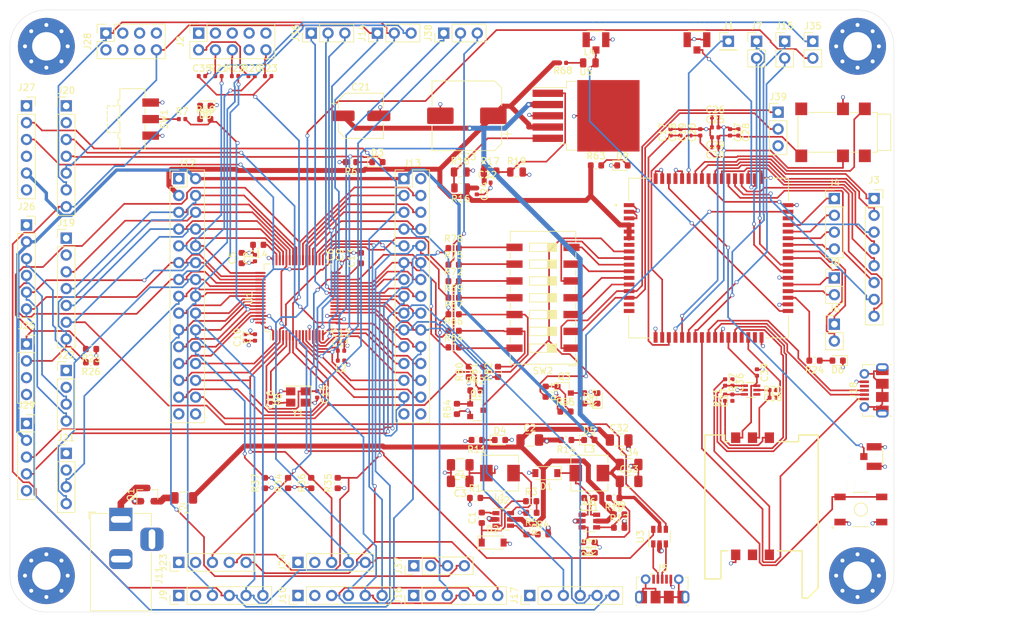
<source format=kicad_pcb>
(kicad_pcb (version 20171130) (host pcbnew "(5.1.6)-1")
  (layers (0 F.Cu signal) (1 In1.Cu power) (2 In2.Cu power) (31 B.Cu signal) (34 B.Paste user) (35 F.Paste user) (36 B.SilkS user) (37 F.SilkS user) (38 B.Mask user) (39 F.Mask user) (44 Edge.Cuts user))
  (net 0 "")
  (net 1 GND)
  (net 2 +3V3)
  (net 3 +3.3VA)
  (net 4 "Net-(C13-Pad1)")
  (net 5 "Net-(C14-Pad1)")
  (net 6 HSE_IN)
  (net 7 "Net-(C16-Pad1)")
  (net 8 LED_STATUS)
  (net 9 "Net-(D3-Pad1)")
  (net 10 "Net-(D4-Pad1)")
  (net 11 +12V)
  (net 12 NRST)
  (net 13 I2C1_SDA)
  (net 14 I2C1_SCL)
  (net 15 "Net-(J5-Pad6)")
  (net 16 USB_CONN_D-)
  (net 17 USB_CONN_D+)
  (net 18 "Net-(R3-Pad2)")
  (net 19 "Net-(R7-Pad1)")
  (net 20 BOOT0)
  (net 21 HSE_OUT)
  (net 22 "Net-(R16-Pad2)")
  (net 23 "Net-(R17-Pad2)")
  (net 24 +5V)
  (net 25 PA15)
  (net 26 PA14)
  (net 27 PA13)
  (net 28 PA12)
  (net 29 PA11)
  (net 30 PA10)
  (net 31 PA9)
  (net 32 PA8)
  (net 33 PA7)
  (net 34 PA6)
  (net 35 PA5)
  (net 36 PA4)
  (net 37 PA3)
  (net 38 PA1)
  (net 39 PA0)
  (net 40 PB15)
  (net 41 PB14)
  (net 42 PB13)
  (net 43 PB12)
  (net 44 PB11)
  (net 45 PB10)
  (net 46 PB9)
  (net 47 PB8)
  (net 48 PB5)
  (net 49 PB4)
  (net 50 PB3)
  (net 51 PB2)
  (net 52 PB1)
  (net 53 PB0)
  (net 54 PC15)
  (net 55 PC14)
  (net 56 PC13)
  (net 57 PC12)
  (net 58 PC11)
  (net 59 PC10)
  (net 60 PC9)
  (net 61 PC8)
  (net 62 PC7)
  (net 63 PC6)
  (net 64 PC5)
  (net 65 PC4)
  (net 66 PC3)
  (net 67 PC2)
  (net 68 PC1)
  (net 69 PC0)
  (net 70 MIC1N)
  (net 71 MIC1P)
  (net 72 Right)
  (net 73 Left)
  (net 74 PWRKEY)
  (net 75 "Net-(C1-Pad2)")
  (net 76 "Net-(C1-Pad1)")
  (net 77 Protected_12V)
  (net 78 VBAT)
  (net 79 "Net-(C31-Pad2)")
  (net 80 "Net-(C31-Pad1)")
  (net 81 SIM_DATA)
  (net 82 SIM_CLK)
  (net 83 "Net-(C38-Pad2)")
  (net 84 SIM_VDD)
  (net 85 GSM_ANT)
  (net 86 GPS_ANT)
  (net 87 BT_ANT)
  (net 88 "Net-(D5-Pad1)")
  (net 89 "Net-(D6-Pad2)")
  (net 90 "Net-(D7-Pad1)")
  (net 91 "Net-(D8-Pad2)")
  (net 92 "Net-(D9-Pad2)")
  (net 93 "Net-(F1-Pad2)")
  (net 94 "Net-(J1-Pad1)")
  (net 95 "Net-(J2-Pad10)")
  (net 96 "Net-(J2-Pad6)")
  (net 97 "Net-(J2-Pad4)")
  (net 98 "Net-(J2-Pad2)")
  (net 99 "Net-(J3-Pad8)")
  (net 100 "Net-(J3-Pad7)")
  (net 101 "Net-(J3-Pad6)")
  (net 102 "Net-(J3-Pad5)")
  (net 103 "Net-(J3-Pad4)")
  (net 104 "Net-(J3-Pad3)")
  (net 105 "Net-(J3-Pad2)")
  (net 106 "Net-(J3-Pad1)")
  (net 107 "Net-(J4-Pad4)")
  (net 108 "Net-(J4-Pad3)")
  (net 109 "Net-(J4-Pad2)")
  (net 110 "Net-(J4-Pad1)")
  (net 111 "Net-(J6-Pad2)")
  (net 112 "Net-(J6-Pad1)")
  (net 113 "Net-(J7-Pad2)")
  (net 114 "Net-(J7-Pad1)")
  (net 115 "Net-(J8-Pad2)")
  (net 116 "Net-(J8-Pad1)")
  (net 117 PD2)
  (net 118 "Net-(J15-Pad2)")
  (net 119 "Net-(J15-Pad1)")
  (net 120 "Net-(J18-Pad6)")
  (net 121 SIM_USB_D+)
  (net 122 SIM_USB_VBUS)
  (net 123 SIM_USB_D-)
  (net 124 SIM_RXD)
  (net 125 SIM_TXD)
  (net 126 "Net-(L4-Pad1)")
  (net 127 "Net-(Q2-Pad1)")
  (net 128 "Net-(Q3-Pad3)")
  (net 129 "Net-(Q3-Pad1)")
  (net 130 "Net-(R1-Pad2)")
  (net 131 "Net-(R2-Pad2)")
  (net 132 "Net-(R12-Pad1)")
  (net 133 "Net-(R10-Pad2)")
  (net 134 "Net-(R13-Pad2)")
  (net 135 1PPS)
  (net 136 NETLIGHT)
  (net 137 "Net-(R64-Pad2)")
  (net 138 "Net-(R66-Pad2)")
  (net 139 "Net-(R67-Pad2)")
  (net 140 "Net-(R69-Pad2)")
  (net 141 SIM_RST)
  (net 142 "Net-(R72-Pad2)")
  (net 143 "Net-(R75-Pad2)")
  (net 144 "Net-(R78-Pad2)")
  (net 145 SIM_RING)
  (net 146 SIM_DCD)
  (net 147 SIM_DTR)
  (net 148 SIM_CTS)
  (net 149 SIM_RTS)
  (net 150 "Net-(J32-PadC7)")
  (net 151 "Net-(J32-PadC3)")
  (module "Kicad lib:CUI_SJ2-35464A-SMT-TR" (layer F.Cu) (at 141.5 35 180)
    (fp_text reference J30 (at -3.130855 -6.336825) (layer F.SilkS) (effects (font (size 1.001866 1.001866) (thickness 0.015))))
    (fp_text value SJ-43504-SMT-TR)
    (pad 5 smd rect (at 5.5 3.55 180) (size 1.8 1.9) (layers F.Cu F.Paste F.Mask))
    (pad 4 smd rect (at -0.8 3.55 180) (size 1.8 1.9) (layers F.Cu F.Paste F.Mask) (net 1 GND))
    (pad 1 smd rect (at -4.1 3.55 180) (size 1.8 1.9) (layers F.Cu F.Paste F.Mask) (net 71 MIC1P))
    (pad 2 smd rect (at 5.5 -3.55 180) (size 1.8 1.9) (layers F.Cu F.Paste F.Mask) (net 73 Left))
    (pad 3 smd rect (at -0.8 -3.55 180) (size 1.8 1.9) (layers F.Cu F.Paste F.Mask) (net 72 Right))
    (pad 6 smd rect (at -4.1 -3.55 180) (size 1.8 1.9) (layers F.Cu F.Paste F.Mask))
  )
  (module Capacitor_SMD:CP_Elec_6.3x7.7 (layer F.Cu) (at 69.5 32.5)
    (fp_text reference C21 (at 0 -4.35) (layer F.SilkS))
    (fp_text value 100uf)
    (pad 2 smd roundrect (at 2.7 0) (size 3.5 1.6) (layers F.Cu F.Paste F.Mask) (roundrect_rratio 0.15625) (net 1 GND))
    (pad 1 smd roundrect (at -2.7 0) (size 3.5 1.6) (layers F.Cu F.Paste F.Mask) (roundrect_rratio 0.15625) (net 77 Protected_12V))
  )
  (module Capacitor_SMD:CP_Elec_10x10 (layer F.Cu) (at 85.5 32.5 180)
    (fp_text reference C23 (at 0 -6.2) (layer F.SilkS))
    (fp_text value 330uf)
    (pad 2 smd roundrect (at 4 0 180) (size 4 2.5) (layers F.Cu F.Paste F.Mask) (roundrect_rratio 0.1) (net 1 GND))
    (pad 1 smd roundrect (at -4 0 180) (size 4 2.5) (layers F.Cu F.Paste F.Mask) (roundrect_rratio 0.1) (net 78 VBAT))
  )
  (module Inductor_SMD:L_Sunlord_MWSA0518_5.4x5.2mm (layer F.Cu) (at 90.5 86.5 180)
    (fp_text reference L1 (at 0 -3.6) (layer F.SilkS))
    (fp_text value 10u)
    (pad 2 smd rect (at 2.05 0 180) (size 1.9 2.5) (layers F.Cu F.Paste F.Mask) (net 2 +3V3))
    (pad 1 smd rect (at -2.05 0 180) (size 1.9 2.5) (layers F.Cu F.Paste F.Mask) (net 76 "Net-(C1-Pad1)"))
  )
  (module Inductor_SMD:L_Sunlord_MWSA0518_5.4x5.2mm (layer F.Cu) (at 104 86.5)
    (fp_text reference L3 (at 0 -3.6) (layer F.SilkS))
    (fp_text value 10u)
    (pad 2 smd rect (at 2.05 0) (size 1.9 2.5) (layers F.Cu F.Paste F.Mask) (net 24 +5V))
    (pad 1 smd rect (at -2.05 0) (size 1.9 2.5) (layers F.Cu F.Paste F.Mask) (net 80 "Net-(C31-Pad1)"))
  )
  (module Resistor_SMD:R_0603_1608Metric (layer F.Cu) (at 28.75 69.75 180)
    (fp_text reference R26 (at 0 -1.43) (layer F.SilkS))
    (fp_text value 2k2)
    (pad 2 smd roundrect (at 0.7875 0 180) (size 0.875 0.95) (layers F.Cu F.Paste F.Mask) (net 32 PA8))
    (pad 1 smd roundrect (at -0.7875 0 180) (size 0.875 0.95) (layers F.Cu F.Paste F.Mask) (net 2 +3V3))
  )
  (module Resistor_SMD:R_0603_1608Metric (layer F.Cu) (at 28.75 67.75 180)
    (fp_text reference R25 (at 0 -1.43) (layer F.SilkS))
    (fp_text value 2k2)
    (pad 2 smd roundrect (at 0.7875 0 180) (size 0.875 0.95) (layers F.Cu F.Paste F.Mask) (net 60 PC9))
    (pad 1 smd roundrect (at -0.7875 0 180) (size 0.875 0.95) (layers F.Cu F.Paste F.Mask) (net 2 +3V3))
  )
  (module Connector_BarrelJack:BarrelJack_Horizontal (layer F.Cu) (at 33.25 93.5 90)
    (fp_text reference J11 (at -8.45 5.75 90) (layer F.SilkS))
    (fp_text value Barrel_Jack)
    (pad 3 thru_hole roundrect (at -3 4.7 90) (size 3.5 3.5) (drill oval 3 1) (layers *.Cu *.Mask))
    (pad 2 thru_hole roundrect (at -6 0 90) (size 3 3.5) (drill oval 1 3) (layers *.Cu *.Mask) (net 1 GND))
    (pad 1 thru_hole rect (at 0 0 90) (size 3.5 3.5) (drill oval 1 3) (layers *.Cu *.Mask) (net 11 +12V))
  )
  (module Crystal:Crystal_SMD_3225-4Pin_3.2x2.5mm (layer F.Cu) (at 60 75 180)
    (fp_text reference Y1 (at 0 -2.45) (layer F.SilkS))
    (fp_text value 16MHz)
    (pad 4 smd rect (at -1.1 -0.85 180) (size 1.4 1.2) (layers F.Cu F.Paste F.Mask) (net 1 GND))
    (pad 3 smd rect (at 1.1 -0.85 180) (size 1.4 1.2) (layers F.Cu F.Paste F.Mask) (net 7 "Net-(C16-Pad1)"))
    (pad 2 smd rect (at 1.1 0.85 180) (size 1.4 1.2) (layers F.Cu F.Paste F.Mask) (net 1 GND))
    (pad 1 smd rect (at -1.1 0.85 180) (size 1.4 1.2) (layers F.Cu F.Paste F.Mask) (net 6 HSE_IN))
  )
  (module "Kicad lib:SOT65P210X110-6N" (layer F.Cu) (at 128.35 73.95)
    (fp_text reference U7 (at 0 -1.75) (layer F.SilkS) (effects (font (thickness 0.015))))
    (fp_text value SMF05CT1G)
    (pad 6 smd rect (at 0.935 -0.65) (size 1.06 0.39) (layers F.Cu F.Paste F.Mask) (net 84 SIM_VDD))
    (pad 5 smd rect (at 0.935 0) (size 1.06 0.39) (layers F.Cu F.Paste F.Mask) (net 83 "Net-(C38-Pad2)"))
    (pad 4 smd rect (at 0.935 0.65) (size 1.06 0.39) (layers F.Cu F.Paste F.Mask))
    (pad 3 smd rect (at -0.935 0.65) (size 1.06 0.39) (layers F.Cu F.Paste F.Mask) (net 82 SIM_CLK))
    (pad 2 smd rect (at -0.935 0) (size 1.06 0.39) (layers F.Cu F.Paste F.Mask) (net 1 GND))
    (pad 1 smd rect (at -0.935 -0.65) (size 1.06 0.39) (layers F.Cu F.Paste F.Mask) (net 81 SIM_DATA))
  )
  (module Package_TO_SOT_SMD:SOT-23-6 (layer F.Cu) (at 104 93.75)
    (fp_text reference U6 (at 0 -2.9) (layer F.SilkS))
    (fp_text value MP2359DJ-LF-Z)
    (pad 5 smd rect (at 1.1 0) (size 1.06 0.65) (layers F.Cu F.Paste F.Mask) (net 77 Protected_12V))
    (pad 6 smd rect (at 1.1 -0.95) (size 1.06 0.65) (layers F.Cu F.Paste F.Mask) (net 80 "Net-(C31-Pad1)"))
    (pad 4 smd rect (at 1.1 0.95) (size 1.06 0.65) (layers F.Cu F.Paste F.Mask) (net 132 "Net-(R12-Pad1)"))
    (pad 3 smd rect (at -1.1 0.95) (size 1.06 0.65) (layers F.Cu F.Paste F.Mask) (net 133 "Net-(R10-Pad2)"))
    (pad 2 smd rect (at -1.1 0) (size 1.06 0.65) (layers F.Cu F.Paste F.Mask) (net 1 GND))
    (pad 1 smd rect (at -1.1 -0.95) (size 1.06 0.65) (layers F.Cu F.Paste F.Mask) (net 79 "Net-(C31-Pad2)"))
  )
  (module Package_TO_SOT_SMD:TO-263-5_TabPin3 (layer F.Cu) (at 103.5 32.5)
    (fp_text reference U5 (at 0 -6.65) (layer F.SilkS))
    (fp_text value MIC29302WU)
    (pad 3 smd rect (at 3.375 0) (size 9.4 10.8) (layers F.Cu F.Mask) (net 1 GND))
    (pad 5 smd rect (at -5.775 3.4) (size 4.6 1.1) (layers F.Cu F.Paste F.Mask) (net 22 "Net-(R16-Pad2)"))
    (pad 4 smd rect (at -5.775 1.7) (size 4.6 1.1) (layers F.Cu F.Paste F.Mask) (net 78 VBAT))
    (pad 3 smd rect (at -5.775 0) (size 4.6 1.1) (layers F.Cu F.Paste F.Mask) (net 1 GND))
    (pad 2 smd rect (at -5.775 -1.7) (size 4.6 1.1) (layers F.Cu F.Paste F.Mask) (net 77 Protected_12V))
    (pad 1 smd rect (at -5.775 -3.4) (size 4.6 1.1) (layers F.Cu F.Paste F.Mask) (net 23 "Net-(R17-Pad2)"))
  )
  (module "Kicad lib:XCVR_SIM808" (layer F.Cu) (at 122 54)
    (fp_text reference U4 (at -7.555 -14.889) (layer F.SilkS) (effects (font (size 1.4 1.4) (thickness 0.015))))
    (fp_text value SIM808)
    (pad 68 smd rect (at -8 -12) (size 0.6 1.6) (layers F.Cu F.Paste F.Mask) (net 1 GND))
    (pad 67 smd rect (at -7 -12) (size 0.6 1.6) (layers F.Cu F.Paste F.Mask) (net 1 GND))
    (pad 66 smd rect (at -6 -12) (size 0.6 1.6) (layers F.Cu F.Paste F.Mask) (net 85 GSM_ANT))
    (pad 65 smd rect (at -5 -12) (size 0.6 1.6) (layers F.Cu F.Paste F.Mask) (net 1 GND))
    (pad 64 smd rect (at -4 -12) (size 0.6 1.6) (layers F.Cu F.Paste F.Mask) (net 1 GND))
    (pad 63 smd rect (at -3 -12) (size 0.6 1.6) (layers F.Cu F.Paste F.Mask) (net 94 "Net-(J1-Pad1)"))
    (pad 62 smd rect (at -2 -12) (size 0.6 1.6) (layers F.Cu F.Paste F.Mask) (net 106 "Net-(J3-Pad1)"))
    (pad 61 smd rect (at -1 -12) (size 0.6 1.6) (layers F.Cu F.Paste F.Mask) (net 105 "Net-(J3-Pad2)"))
    (pad 60 smd rect (at 0 -12) (size 0.6 1.6) (layers F.Cu F.Paste F.Mask) (net 104 "Net-(J3-Pad3)"))
    (pad 59 smd rect (at 1 -12) (size 0.6 1.6) (layers F.Cu F.Paste F.Mask) (net 103 "Net-(J3-Pad4)"))
    (pad 58 smd rect (at 2 -12) (size 0.6 1.6) (layers F.Cu F.Paste F.Mask) (net 102 "Net-(J3-Pad5)"))
    (pad 57 smd rect (at 3 -12) (size 0.6 1.6) (layers F.Cu F.Paste F.Mask) (net 101 "Net-(J3-Pad6)"))
    (pad 56 smd rect (at 4 -12) (size 0.6 1.6) (layers F.Cu F.Paste F.Mask) (net 100 "Net-(J3-Pad7)"))
    (pad 55 smd rect (at 5 -12) (size 0.6 1.6) (layers F.Cu F.Paste F.Mask) (net 99 "Net-(J3-Pad8)"))
    (pad 54 smd rect (at 6 -12) (size 0.6 1.6) (layers F.Cu F.Paste F.Mask) (net 1 GND))
    (pad 53 smd rect (at 7 -12) (size 0.6 1.6) (layers F.Cu F.Paste F.Mask) (net 87 BT_ANT))
    (pad 52 smd rect (at 8 -12) (size 0.6 1.6) (layers F.Cu F.Paste F.Mask) (net 1 GND))
    (pad 51 smd rect (at 12 -8) (size 1.6 0.6) (layers F.Cu F.Paste F.Mask) (net 1 GND))
    (pad 50 smd rect (at 12 -7) (size 1.6 0.6) (layers F.Cu F.Paste F.Mask) (net 136 NETLIGHT))
    (pad 49 smd rect (at 12 -6) (size 1.6 0.6) (layers F.Cu F.Paste F.Mask))
    (pad 48 smd rect (at 12 -5) (size 1.6 0.6) (layers F.Cu F.Paste F.Mask) (net 110 "Net-(J4-Pad1)"))
    (pad 47 smd rect (at 12 -4) (size 1.6 0.6) (layers F.Cu F.Paste F.Mask) (net 109 "Net-(J4-Pad2)"))
    (pad 46 smd rect (at 12 -3) (size 1.6 0.6) (layers F.Cu F.Paste F.Mask) (net 108 "Net-(J4-Pad3)"))
    (pad 45 smd rect (at 12 -2) (size 1.6 0.6) (layers F.Cu F.Paste F.Mask) (net 107 "Net-(J4-Pad4)"))
    (pad 44 smd rect (at 12 -1) (size 1.6 0.6) (layers F.Cu F.Paste F.Mask) (net 112 "Net-(J6-Pad1)"))
    (pad 43 smd rect (at 12 0) (size 1.6 0.6) (layers F.Cu F.Paste F.Mask) (net 111 "Net-(J6-Pad2)"))
    (pad 42 smd rect (at 12 1) (size 1.6 0.6) (layers F.Cu F.Paste F.Mask) (net 114 "Net-(J7-Pad1)"))
    (pad 41 smd rect (at 12 2) (size 1.6 0.6) (layers F.Cu F.Paste F.Mask) (net 113 "Net-(J7-Pad2)"))
    (pad 40 smd rect (at 12 3) (size 1.6 0.6) (layers F.Cu F.Paste F.Mask) (net 1 GND))
    (pad 39 smd rect (at 12 4) (size 1.6 0.6) (layers F.Cu F.Paste F.Mask) (net 116 "Net-(J8-Pad1)"))
    (pad 38 smd rect (at 12 5) (size 1.6 0.6) (layers F.Cu F.Paste F.Mask) (net 115 "Net-(J8-Pad2)"))
    (pad 37 smd rect (at 12 6) (size 1.6 0.6) (layers F.Cu F.Paste F.Mask) (net 135 1PPS))
    (pad 36 smd rect (at 12 7) (size 1.6 0.6) (layers F.Cu F.Paste F.Mask) (net 1 GND))
    (pad 35 smd rect (at 12 8) (size 1.6 0.6) (layers F.Cu F.Paste F.Mask) (net 86 GPS_ANT))
    (pad 34 smd rect (at 8 12) (size 0.6 1.6) (layers F.Cu F.Paste F.Mask) (net 1 GND))
    (pad 33 smd rect (at 7 12) (size 0.6 1.6) (layers F.Cu F.Paste F.Mask))
    (pad 32 smd rect (at 6 12) (size 0.6 1.6) (layers F.Cu F.Paste F.Mask) (net 141 SIM_RST))
    (pad 31 smd rect (at 5 12) (size 0.6 1.6) (layers F.Cu F.Paste F.Mask) (net 82 SIM_CLK))
    (pad 30 smd rect (at 4 12) (size 0.6 1.6) (layers F.Cu F.Paste F.Mask) (net 81 SIM_DATA))
    (pad 29 smd rect (at 3 12) (size 0.6 1.6) (layers F.Cu F.Paste F.Mask) (net 84 SIM_VDD))
    (pad 28 smd rect (at 2 12) (size 0.6 1.6) (layers F.Cu F.Paste F.Mask) (net 1 GND))
    (pad 27 smd rect (at 1 12) (size 0.6 1.6) (layers F.Cu F.Paste F.Mask) (net 123 SIM_USB_D-))
    (pad 26 smd rect (at 0 12) (size 0.6 1.6) (layers F.Cu F.Paste F.Mask) (net 121 SIM_USB_D+))
    (pad 25 smd rect (at -1 12) (size 0.6 1.6) (layers F.Cu F.Paste F.Mask) (net 122 SIM_USB_VBUS))
    (pad 24 smd rect (at -2 12) (size 0.6 1.6) (layers F.Cu F.Paste F.Mask) (net 119 "Net-(J15-Pad1)"))
    (pad 23 smd rect (at -3 12) (size 0.6 1.6) (layers F.Cu F.Paste F.Mask) (net 118 "Net-(J15-Pad2)"))
    (pad 22 smd rect (at -4 12) (size 0.6 1.6) (layers F.Cu F.Paste F.Mask) (net 73 Left))
    (pad 21 smd rect (at -5 12) (size 0.6 1.6) (layers F.Cu F.Paste F.Mask) (net 72 Right))
    (pad 20 smd rect (at -6 12) (size 0.6 1.6) (layers F.Cu F.Paste F.Mask) (net 70 MIC1N))
    (pad 19 smd rect (at -7 12) (size 0.6 1.6) (layers F.Cu F.Paste F.Mask) (net 71 MIC1P))
    (pad 18 smd rect (at -8 12) (size 0.6 1.6) (layers F.Cu F.Paste F.Mask) (net 1 GND))
    (pad 17 smd rect (at -12 8) (size 1.6 0.6) (layers F.Cu F.Paste F.Mask))
    (pad 16 smd rect (at -12 7) (size 1.6 0.6) (layers F.Cu F.Paste F.Mask))
    (pad 15 smd rect (at -12 6) (size 1.6 0.6) (layers F.Cu F.Paste F.Mask) (net 124 SIM_RXD))
    (pad 14 smd rect (at -12 5) (size 1.6 0.6) (layers F.Cu F.Paste F.Mask) (net 125 SIM_TXD))
    (pad 13 smd rect (at -12 4) (size 1.6 0.6) (layers F.Cu F.Paste F.Mask) (net 149 SIM_RTS))
    (pad 12 smd rect (at -12 3) (size 1.6 0.6) (layers F.Cu F.Paste F.Mask) (net 148 SIM_CTS))
    (pad 11 smd rect (at -12 2) (size 1.6 0.6) (layers F.Cu F.Paste F.Mask) (net 146 SIM_DCD))
    (pad 10 smd rect (at -12 1) (size 1.6 0.6) (layers F.Cu F.Paste F.Mask) (net 145 SIM_RING))
    (pad 9 smd rect (at -12 0) (size 1.6 0.6) (layers F.Cu F.Paste F.Mask) (net 147 SIM_DTR))
    (pad 8 smd rect (at -12 -1) (size 1.6 0.6) (layers F.Cu F.Paste F.Mask) (net 74 PWRKEY))
    (pad 7 smd rect (at -12 -2) (size 1.6 0.6) (layers F.Cu F.Paste F.Mask))
    (pad 6 smd rect (at -12 -3) (size 1.6 0.6) (layers F.Cu F.Paste F.Mask) (net 78 VBAT))
    (pad 5 smd rect (at -12 -4) (size 1.6 0.6) (layers F.Cu F.Paste F.Mask) (net 78 VBAT))
    (pad 4 smd rect (at -12 -5) (size 1.6 0.6) (layers F.Cu F.Paste F.Mask) (net 78 VBAT))
    (pad 3 smd rect (at -12 -6) (size 1.6 0.6) (layers F.Cu F.Paste F.Mask) (net 1 GND))
    (pad 2 smd rect (at -12 -7) (size 1.6 0.6) (layers F.Cu F.Paste F.Mask) (net 1 GND))
    (pad 1 smd rect (at -12 -8) (size 1.6 0.6) (layers F.Cu F.Paste F.Mask) (net 1 GND))
  )
  (module Package_TO_SOT_SMD:SOT-23-6 (layer F.Cu) (at 114.6 96.1 90)
    (fp_text reference U3 (at 0 -2.9 90) (layer F.SilkS))
    (fp_text value USBLC6-2SC6)
    (pad 5 smd rect (at 1.1 0 90) (size 1.06 0.65) (layers F.Cu F.Paste F.Mask) (net 24 +5V))
    (pad 6 smd rect (at 1.1 -0.95 90) (size 1.06 0.65) (layers F.Cu F.Paste F.Mask) (net 29 PA11))
    (pad 4 smd rect (at 1.1 0.95 90) (size 1.06 0.65) (layers F.Cu F.Paste F.Mask) (net 28 PA12))
    (pad 3 smd rect (at -1.1 0.95 90) (size 1.06 0.65) (layers F.Cu F.Paste F.Mask) (net 17 USB_CONN_D+))
    (pad 2 smd rect (at -1.1 0 90) (size 1.06 0.65) (layers F.Cu F.Paste F.Mask) (net 1 GND))
    (pad 1 smd rect (at -1.1 -0.95 90) (size 1.06 0.65) (layers F.Cu F.Paste F.Mask) (net 16 USB_CONN_D-))
  )
  (module Package_TO_SOT_SMD:SOT-23-6 (layer F.Cu) (at 91 93.5)
    (fp_text reference U2 (at 0 -2.9) (layer F.SilkS))
    (fp_text value MP2359DJ-LF-Z)
    (pad 5 smd rect (at 1.1 0) (size 1.06 0.65) (layers F.Cu F.Paste F.Mask) (net 77 Protected_12V))
    (pad 6 smd rect (at 1.1 -0.95) (size 1.06 0.65) (layers F.Cu F.Paste F.Mask) (net 76 "Net-(C1-Pad1)"))
    (pad 4 smd rect (at 1.1 0.95) (size 1.06 0.65) (layers F.Cu F.Paste F.Mask) (net 131 "Net-(R2-Pad2)"))
    (pad 3 smd rect (at -1.1 0.95) (size 1.06 0.65) (layers F.Cu F.Paste F.Mask) (net 130 "Net-(R1-Pad2)"))
    (pad 2 smd rect (at -1.1 0) (size 1.06 0.65) (layers F.Cu F.Paste F.Mask) (net 1 GND))
    (pad 1 smd rect (at -1.1 -0.95) (size 1.06 0.65) (layers F.Cu F.Paste F.Mask) (net 75 "Net-(C1-Pad2)"))
  )
  (module Package_QFP:LQFP-64_10x10mm_P0.5mm (layer F.Cu) (at 60 60 90)
    (fp_text reference U1 (at 0 -7.4 90) (layer F.SilkS))
    (fp_text value STM32F405RGT6)
    (pad 64 smd roundrect (at -3.75 -5.675 90) (size 0.3 1.55) (layers F.Cu F.Paste F.Mask) (net 2 +3V3))
    (pad 63 smd roundrect (at -3.25 -5.675 90) (size 0.3 1.55) (layers F.Cu F.Paste F.Mask) (net 1 GND))
    (pad 62 smd roundrect (at -2.75 -5.675 90) (size 0.3 1.55) (layers F.Cu F.Paste F.Mask) (net 46 PB9))
    (pad 61 smd roundrect (at -2.25 -5.675 90) (size 0.3 1.55) (layers F.Cu F.Paste F.Mask) (net 47 PB8))
    (pad 60 smd roundrect (at -1.75 -5.675 90) (size 0.3 1.55) (layers F.Cu F.Paste F.Mask) (net 20 BOOT0))
    (pad 59 smd roundrect (at -1.25 -5.675 90) (size 0.3 1.55) (layers F.Cu F.Paste F.Mask) (net 13 I2C1_SDA))
    (pad 58 smd roundrect (at -0.75 -5.675 90) (size 0.3 1.55) (layers F.Cu F.Paste F.Mask) (net 14 I2C1_SCL))
    (pad 57 smd roundrect (at -0.25 -5.675 90) (size 0.3 1.55) (layers F.Cu F.Paste F.Mask) (net 48 PB5))
    (pad 56 smd roundrect (at 0.25 -5.675 90) (size 0.3 1.55) (layers F.Cu F.Paste F.Mask) (net 49 PB4))
    (pad 55 smd roundrect (at 0.75 -5.675 90) (size 0.3 1.55) (layers F.Cu F.Paste F.Mask) (net 50 PB3))
    (pad 54 smd roundrect (at 1.25 -5.675 90) (size 0.3 1.55) (layers F.Cu F.Paste F.Mask) (net 117 PD2))
    (pad 53 smd roundrect (at 1.75 -5.675 90) (size 0.3 1.55) (layers F.Cu F.Paste F.Mask) (net 57 PC12))
    (pad 52 smd roundrect (at 2.25 -5.675 90) (size 0.3 1.55) (layers F.Cu F.Paste F.Mask) (net 58 PC11))
    (pad 51 smd roundrect (at 2.75 -5.675 90) (size 0.3 1.55) (layers F.Cu F.Paste F.Mask) (net 59 PC10))
    (pad 50 smd roundrect (at 3.25 -5.675 90) (size 0.3 1.55) (layers F.Cu F.Paste F.Mask) (net 25 PA15))
    (pad 49 smd roundrect (at 3.75 -5.675 90) (size 0.3 1.55) (layers F.Cu F.Paste F.Mask) (net 26 PA14))
    (pad 48 smd roundrect (at 5.675 -3.75 90) (size 1.55 0.3) (layers F.Cu F.Paste F.Mask) (net 2 +3V3))
    (pad 47 smd roundrect (at 5.675 -3.25 90) (size 1.55 0.3) (layers F.Cu F.Paste F.Mask) (net 5 "Net-(C14-Pad1)"))
    (pad 46 smd roundrect (at 5.675 -2.75 90) (size 1.55 0.3) (layers F.Cu F.Paste F.Mask) (net 27 PA13))
    (pad 45 smd roundrect (at 5.675 -2.25 90) (size 1.55 0.3) (layers F.Cu F.Paste F.Mask) (net 28 PA12))
    (pad 44 smd roundrect (at 5.675 -1.75 90) (size 1.55 0.3) (layers F.Cu F.Paste F.Mask) (net 29 PA11))
    (pad 43 smd roundrect (at 5.675 -1.25 90) (size 1.55 0.3) (layers F.Cu F.Paste F.Mask) (net 30 PA10))
    (pad 42 smd roundrect (at 5.675 -0.75 90) (size 1.55 0.3) (layers F.Cu F.Paste F.Mask) (net 31 PA9))
    (pad 41 smd roundrect (at 5.675 -0.25 90) (size 1.55 0.3) (layers F.Cu F.Paste F.Mask) (net 32 PA8))
    (pad 40 smd roundrect (at 5.675 0.25 90) (size 1.55 0.3) (layers F.Cu F.Paste F.Mask) (net 60 PC9))
    (pad 39 smd roundrect (at 5.675 0.75 90) (size 1.55 0.3) (layers F.Cu F.Paste F.Mask) (net 61 PC8))
    (pad 38 smd roundrect (at 5.675 1.25 90) (size 1.55 0.3) (layers F.Cu F.Paste F.Mask) (net 62 PC7))
    (pad 37 smd roundrect (at 5.675 1.75 90) (size 1.55 0.3) (layers F.Cu F.Paste F.Mask) (net 63 PC6))
    (pad 36 smd roundrect (at 5.675 2.25 90) (size 1.55 0.3) (layers F.Cu F.Paste F.Mask) (net 40 PB15))
    (pad 35 smd roundrect (at 5.675 2.75 90) (size 1.55 0.3) (layers F.Cu F.Paste F.Mask) (net 41 PB14))
    (pad 34 smd roundrect (at 5.675 3.25 90) (size 1.55 0.3) (layers F.Cu F.Paste F.Mask) (net 42 PB13))
    (pad 33 smd roundrect (at 5.675 3.75 90) (size 1.55 0.3) (layers F.Cu F.Paste F.Mask) (net 43 PB12))
    (pad 32 smd roundrect (at 3.75 5.675 90) (size 0.3 1.55) (layers F.Cu F.Paste F.Mask) (net 2 +3V3))
    (pad 31 smd roundrect (at 3.25 5.675 90) (size 0.3 1.55) (layers F.Cu F.Paste F.Mask) (net 4 "Net-(C13-Pad1)"))
    (pad 30 smd roundrect (at 2.75 5.675 90) (size 0.3 1.55) (layers F.Cu F.Paste F.Mask) (net 44 PB11))
    (pad 29 smd roundrect (at 2.25 5.675 90) (size 0.3 1.55) (layers F.Cu F.Paste F.Mask) (net 45 PB10))
    (pad 28 smd roundrect (at 1.75 5.675 90) (size 0.3 1.55) (layers F.Cu F.Paste F.Mask) (net 51 PB2))
    (pad 27 smd roundrect (at 1.25 5.675 90) (size 0.3 1.55) (layers F.Cu F.Paste F.Mask) (net 52 PB1))
    (pad 26 smd roundrect (at 0.75 5.675 90) (size 0.3 1.55) (layers F.Cu F.Paste F.Mask) (net 53 PB0))
    (pad 25 smd roundrect (at 0.25 5.675 90) (size 0.3 1.55) (layers F.Cu F.Paste F.Mask) (net 64 PC5))
    (pad 24 smd roundrect (at -0.25 5.675 90) (size 0.3 1.55) (layers F.Cu F.Paste F.Mask) (net 65 PC4))
    (pad 23 smd roundrect (at -0.75 5.675 90) (size 0.3 1.55) (layers F.Cu F.Paste F.Mask) (net 33 PA7))
    (pad 22 smd roundrect (at -1.25 5.675 90) (size 0.3 1.55) (layers F.Cu F.Paste F.Mask) (net 34 PA6))
    (pad 21 smd roundrect (at -1.75 5.675 90) (size 0.3 1.55) (layers F.Cu F.Paste F.Mask) (net 35 PA5))
    (pad 20 smd roundrect (at -2.25 5.675 90) (size 0.3 1.55) (layers F.Cu F.Paste F.Mask) (net 36 PA4))
    (pad 19 smd roundrect (at -2.75 5.675 90) (size 0.3 1.55) (layers F.Cu F.Paste F.Mask) (net 2 +3V3))
    (pad 18 smd roundrect (at -3.25 5.675 90) (size 0.3 1.55) (layers F.Cu F.Paste F.Mask) (net 1 GND))
    (pad 17 smd roundrect (at -3.75 5.675 90) (size 0.3 1.55) (layers F.Cu F.Paste F.Mask) (net 37 PA3))
    (pad 16 smd roundrect (at -5.675 3.75 90) (size 1.55 0.3) (layers F.Cu F.Paste F.Mask) (net 8 LED_STATUS))
    (pad 15 smd roundrect (at -5.675 3.25 90) (size 1.55 0.3) (layers F.Cu F.Paste F.Mask) (net 38 PA1))
    (pad 14 smd roundrect (at -5.675 2.75 90) (size 1.55 0.3) (layers F.Cu F.Paste F.Mask) (net 39 PA0))
    (pad 13 smd roundrect (at -5.675 2.25 90) (size 1.55 0.3) (layers F.Cu F.Paste F.Mask) (net 3 +3.3VA))
    (pad 12 smd roundrect (at -5.675 1.75 90) (size 1.55 0.3) (layers F.Cu F.Paste F.Mask) (net 1 GND))
    (pad 11 smd roundrect (at -5.675 1.25 90) (size 1.55 0.3) (layers F.Cu F.Paste F.Mask) (net 66 PC3))
    (pad 10 smd roundrect (at -5.675 0.75 90) (size 1.55 0.3) (layers F.Cu F.Paste F.Mask) (net 67 PC2))
    (pad 9 smd roundrect (at -5.675 0.25 90) (size 1.55 0.3) (layers F.Cu F.Paste F.Mask) (net 68 PC1))
    (pad 8 smd roundrect (at -5.675 -0.25 90) (size 1.55 0.3) (layers F.Cu F.Paste F.Mask) (net 69 PC0))
    (pad 7 smd roundrect (at -5.675 -0.75 90) (size 1.55 0.3) (layers F.Cu F.Paste F.Mask) (net 12 NRST))
    (pad 6 smd roundrect (at -5.675 -1.25 90) (size 1.55 0.3) (layers F.Cu F.Paste F.Mask) (net 21 HSE_OUT))
    (pad 5 smd roundrect (at -5.675 -1.75 90) (size 1.55 0.3) (layers F.Cu F.Paste F.Mask) (net 6 HSE_IN))
    (pad 4 smd roundrect (at -5.675 -2.25 90) (size 1.55 0.3) (layers F.Cu F.Paste F.Mask) (net 54 PC15))
    (pad 3 smd roundrect (at -5.675 -2.75 90) (size 1.55 0.3) (layers F.Cu F.Paste F.Mask) (net 55 PC14))
    (pad 2 smd roundrect (at -5.675 -3.25 90) (size 1.55 0.3) (layers F.Cu F.Paste F.Mask) (net 56 PC13))
    (pad 1 smd roundrect (at -5.675 -3.75 90) (size 1.55 0.3) (layers F.Cu F.Paste F.Mask) (net 2 +3V3))
  )
  (module Button_Switch_SMD:SW_DIP_SPSTx07_Slide_9.78x19.96mm_W8.61mm_P2.54mm (layer F.Cu) (at 97 60 180)
    (fp_text reference SW2 (at 0 -11.04) (layer F.SilkS))
    (fp_text value SW_DIP_x07)
    (pad 14 smd rect (at 4.305 -7.62 180) (size 2.44 1.12) (layers F.Cu F.Paste F.Mask) (net 137 "Net-(R64-Pad2)"))
    (pad 7 smd rect (at -4.305 7.62 180) (size 2.44 1.12) (layers F.Cu F.Paste F.Mask) (net 145 SIM_RING))
    (pad 13 smd rect (at 4.305 -5.08 180) (size 2.44 1.12) (layers F.Cu F.Paste F.Mask) (net 138 "Net-(R66-Pad2)"))
    (pad 6 smd rect (at -4.305 5.08 180) (size 2.44 1.12) (layers F.Cu F.Paste F.Mask) (net 146 SIM_DCD))
    (pad 12 smd rect (at 4.305 -2.54 180) (size 2.44 1.12) (layers F.Cu F.Paste F.Mask) (net 139 "Net-(R67-Pad2)"))
    (pad 5 smd rect (at -4.305 2.54 180) (size 2.44 1.12) (layers F.Cu F.Paste F.Mask) (net 147 SIM_DTR))
    (pad 11 smd rect (at 4.305 0 180) (size 2.44 1.12) (layers F.Cu F.Paste F.Mask) (net 140 "Net-(R69-Pad2)"))
    (pad 4 smd rect (at -4.305 0 180) (size 2.44 1.12) (layers F.Cu F.Paste F.Mask) (net 148 SIM_CTS))
    (pad 10 smd rect (at 4.305 2.54 180) (size 2.44 1.12) (layers F.Cu F.Paste F.Mask) (net 142 "Net-(R72-Pad2)"))
    (pad 3 smd rect (at -4.305 -2.54 180) (size 2.44 1.12) (layers F.Cu F.Paste F.Mask) (net 149 SIM_RTS))
    (pad 9 smd rect (at 4.305 5.08 180) (size 2.44 1.12) (layers F.Cu F.Paste F.Mask) (net 143 "Net-(R75-Pad2)"))
    (pad 2 smd rect (at -4.305 -5.08 180) (size 2.44 1.12) (layers F.Cu F.Paste F.Mask) (net 124 SIM_RXD))
    (pad 8 smd rect (at 4.305 7.62 180) (size 2.44 1.12) (layers F.Cu F.Paste F.Mask) (net 144 "Net-(R78-Pad2)"))
    (pad 1 smd rect (at -4.305 -7.62 180) (size 2.44 1.12) (layers F.Cu F.Paste F.Mask) (net 125 SIM_TXD))
  )
  (module Button_Switch_SMD:SW_SPDT_CK-JS102011SAQN (layer F.Cu) (at 35 33 270)
    (fp_text reference SW1 (at 0 -4.8 90) (layer F.SilkS))
    (fp_text value SW_SPDT)
    (pad "" np_thru_hole circle (at 3.4 0 270) (size 0.9 0.9) (drill 0.9) (layers *.Cu *.Mask))
    (pad "" np_thru_hole circle (at -3.4 0 270) (size 0.9 0.9) (drill 0.9) (layers *.Cu *.Mask))
    (pad 3 smd rect (at 2.5 -2.75 270) (size 1.25 2.5) (layers F.Cu F.Paste F.Mask) (net 1 GND))
    (pad 2 smd rect (at 0 -2.75 270) (size 1.25 2.5) (layers F.Cu F.Paste F.Mask) (net 19 "Net-(R7-Pad1)"))
    (pad 1 smd rect (at -2.5 -2.75 270) (size 1.25 2.5) (layers F.Cu F.Paste F.Mask) (net 2 +3V3))
  )
  (module "Kicad lib:SW_TL3342F160QG" (layer F.Cu) (at 145 92)
    (fp_text reference S1 (at -1.425175 -3.685485) (layer F.SilkS) (effects (font (size 1.000134 1.000134) (thickness 0.015))))
    (fp_text value TL3342F160QG)
    (pad 2 smd rect (at 3.15 1.9) (size 1.7 1) (layers F.Cu F.Paste F.Mask) (net 1 GND))
    (pad 1 smd rect (at -3.15 1.9) (size 1.7 1) (layers F.Cu F.Paste F.Mask) (net 1 GND))
    (pad 4 smd rect (at 3.15 -1.9) (size 1.7 1) (layers F.Cu F.Paste F.Mask) (net 74 PWRKEY))
    (pad 3 smd rect (at -3.15 -1.9) (size 1.7 1) (layers F.Cu F.Paste F.Mask) (net 74 PWRKEY))
  )
  (module Resistor_SMD:R_0603_1608Metric (layer F.Cu) (at 90.2 71.2 90)
    (fp_text reference R82 (at 0 -1.43 90) (layer F.SilkS))
    (fp_text value 5.6K)
    (pad 2 smd roundrect (at 0.7875 0 90) (size 0.875 0.95) (layers F.Cu F.Paste F.Mask) (net 138 "Net-(R66-Pad2)"))
    (pad 1 smd roundrect (at -0.7875 0 90) (size 0.875 0.95) (layers F.Cu F.Paste F.Mask) (net 1 GND))
  )
  (module Resistor_SMD:R_0603_1608Metric (layer F.Cu) (at 88 71.2 90)
    (fp_text reference R81 (at 0 -1.43 90) (layer F.SilkS))
    (fp_text value 5.6K)
    (pad 2 smd roundrect (at 0.7875 0 90) (size 0.875 0.95) (layers F.Cu F.Paste F.Mask) (net 139 "Net-(R67-Pad2)"))
    (pad 1 smd roundrect (at -0.7875 0 90) (size 0.875 0.95) (layers F.Cu F.Paste F.Mask) (net 1 GND))
  )
  (module Resistor_SMD:R_0603_1608Metric (layer F.Cu) (at 85.8 71.2 90)
    (fp_text reference R80 (at 0 -1.43 90) (layer F.SilkS))
    (fp_text value 5.6K)
    (pad 2 smd roundrect (at 0.7875 0 90) (size 0.875 0.95) (layers F.Cu F.Paste F.Mask) (net 142 "Net-(R72-Pad2)"))
    (pad 1 smd roundrect (at -0.7875 0 90) (size 0.875 0.95) (layers F.Cu F.Paste F.Mask) (net 1 GND))
  )
  (module Resistor_SMD:R_0603_1608Metric (layer F.Cu) (at 83.5 52.5)
    (fp_text reference R78 (at 0 -1.43) (layer F.SilkS))
    (fp_text value 1K)
    (pad 2 smd roundrect (at 0.7875 0) (size 0.875 0.95) (layers F.Cu F.Paste F.Mask) (net 144 "Net-(R78-Pad2)"))
    (pad 1 smd roundrect (at -0.7875 0) (size 0.875 0.95) (layers F.Cu F.Paste F.Mask) (net 68 PC1))
  )
  (module Resistor_SMD:R_0402_1005Metric (layer F.Cu) (at 124.5 72.8 270)
    (fp_text reference R77 (at 0 -1.17 90) (layer F.SilkS))
    (fp_text value 22)
    (pad 2 smd roundrect (at 0.485 0 270) (size 0.59 0.64) (layers F.Cu F.Paste F.Mask) (net 81 SIM_DATA))
    (pad 1 smd roundrect (at -0.485 0 270) (size 0.59 0.64) (layers F.Cu F.Paste F.Mask) (net 150 "Net-(J32-PadC7)"))
  )
  (module Resistor_SMD:R_0603_1608Metric (layer F.Cu) (at 83.5 55)
    (fp_text reference R75 (at 0 -1.43) (layer F.SilkS))
    (fp_text value 1K)
    (pad 2 smd roundrect (at 0.7875 0) (size 0.875 0.95) (layers F.Cu F.Paste F.Mask) (net 143 "Net-(R75-Pad2)"))
    (pad 1 smd roundrect (at -0.7875 0) (size 0.875 0.95) (layers F.Cu F.Paste F.Mask) (net 54 PC15))
  )
  (module Resistor_SMD:R_0603_1608Metric (layer F.Cu) (at 83.5 57.5)
    (fp_text reference R72 (at 0 -1.43) (layer F.SilkS))
    (fp_text value 1K)
    (pad 2 smd roundrect (at 0.7875 0) (size 0.875 0.95) (layers F.Cu F.Paste F.Mask) (net 142 "Net-(R72-Pad2)"))
    (pad 1 smd roundrect (at -0.7875 0) (size 0.875 0.95) (layers F.Cu F.Paste F.Mask) (net 55 PC14))
  )
  (module Resistor_SMD:R_0402_1005Metric (layer F.Cu) (at 124.5 75.1 90)
    (fp_text reference R71 (at 0 -1.17 90) (layer F.SilkS))
    (fp_text value 22)
    (pad 2 smd roundrect (at 0.485 0 90) (size 0.59 0.64) (layers F.Cu F.Paste F.Mask) (net 82 SIM_CLK))
    (pad 1 smd roundrect (at -0.485 0 90) (size 0.59 0.64) (layers F.Cu F.Paste F.Mask) (net 151 "Net-(J32-PadC3)"))
  )
  (module Resistor_SMD:R_0402_1005Metric (layer F.Cu) (at 131.7 75.1)
    (fp_text reference R70 (at 0 -1.17) (layer F.SilkS))
    (fp_text value 22)
    (pad 2 smd roundrect (at 0.485 0) (size 0.59 0.64) (layers F.Cu F.Paste F.Mask) (net 141 SIM_RST))
    (pad 1 smd roundrect (at -0.485 0) (size 0.59 0.64) (layers F.Cu F.Paste F.Mask) (net 83 "Net-(C38-Pad2)"))
  )
  (module Resistor_SMD:R_0603_1608Metric (layer F.Cu) (at 83.5 60)
    (fp_text reference R69 (at 0 -1.43) (layer F.SilkS))
    (fp_text value 1K)
    (pad 2 smd roundrect (at 0.7875 0) (size 0.875 0.95) (layers F.Cu F.Paste F.Mask) (net 140 "Net-(R69-Pad2)"))
    (pad 1 smd roundrect (at -0.7875 0) (size 0.875 0.95) (layers F.Cu F.Paste F.Mask) (net 42 PB13))
  )
  (module Resistor_SMD:R_0402_1005Metric (layer F.Cu) (at 100 24.5 180)
    (fp_text reference R68 (at 0 -1.17) (layer F.SilkS))
    (fp_text value 22)
    (pad 2 smd roundrect (at 0.485 0 180) (size 0.59 0.64) (layers F.Cu F.Paste F.Mask) (net 78 VBAT))
    (pad 1 smd roundrect (at -0.485 0 180) (size 0.59 0.64) (layers F.Cu F.Paste F.Mask) (net 126 "Net-(L4-Pad1)"))
  )
  (module Resistor_SMD:R_0603_1608Metric (layer F.Cu) (at 83.5 62.5)
    (fp_text reference R67 (at 0 -1.43) (layer F.SilkS))
    (fp_text value 1K)
    (pad 2 smd roundrect (at 0.7875 0) (size 0.875 0.95) (layers F.Cu F.Paste F.Mask) (net 139 "Net-(R67-Pad2)"))
    (pad 1 smd roundrect (at -0.7875 0) (size 0.875 0.95) (layers F.Cu F.Paste F.Mask) (net 41 PB14))
  )
  (module Resistor_SMD:R_0603_1608Metric (layer F.Cu) (at 83.5 65)
    (fp_text reference R66 (at 0 -1.43) (layer F.SilkS))
    (fp_text value 1K)
    (pad 2 smd roundrect (at 0.7875 0) (size 0.875 0.95) (layers F.Cu F.Paste F.Mask) (net 138 "Net-(R66-Pad2)"))
    (pad 1 smd roundrect (at -0.7875 0) (size 0.875 0.95) (layers F.Cu F.Paste F.Mask) (net 45 PB10))
  )
  (module Resistor_SMD:R_0603_1608Metric (layer F.Cu) (at 83.5 67.5)
    (fp_text reference R64 (at 0 -1.43) (layer F.SilkS))
    (fp_text value 1K)
    (pad 2 smd roundrect (at 0.7875 0) (size 0.875 0.95) (layers F.Cu F.Paste F.Mask) (net 137 "Net-(R64-Pad2)"))
    (pad 1 smd roundrect (at -0.7875 0) (size 0.875 0.95) (layers F.Cu F.Paste F.Mask) (net 44 PB11))
  )
  (module Resistor_SMD:R_0603_1608Metric (layer F.Cu) (at 105 40)
    (fp_text reference R63 (at 0 -1.43) (layer F.SilkS))
    (fp_text value 1K)
    (pad 2 smd roundrect (at 0.7875 0) (size 0.875 0.95) (layers F.Cu F.Paste F.Mask) (net 92 "Net-(D9-Pad2)"))
    (pad 1 smd roundrect (at -0.7875 0) (size 0.875 0.95) (layers F.Cu F.Paste F.Mask) (net 78 VBAT))
  )
  (module Resistor_SMD:R_0603_1608Metric (layer F.Cu) (at 46 33)
    (fp_text reference R56 (at 0 -1.43) (layer F.SilkS))
    (fp_text value 1k)
    (pad 2 smd roundrect (at 0.7875 0) (size 0.875 0.95) (layers F.Cu F.Paste F.Mask) (net 20 BOOT0))
    (pad 1 smd roundrect (at -0.7875 0) (size 0.875 0.95) (layers F.Cu F.Paste F.Mask) (net 91 "Net-(D8-Pad2)"))
  )
  (module Resistor_SMD:R_0603_1608Metric (layer F.Cu) (at 100.4 77.2)
    (fp_text reference R55 (at 0 -1.43) (layer F.SilkS))
    (fp_text value 47k)
    (pad 2 smd roundrect (at 0.7875 0) (size 0.875 0.95) (layers F.Cu F.Paste F.Mask) (net 129 "Net-(Q3-Pad1)"))
    (pad 1 smd roundrect (at -0.7875 0) (size 0.875 0.95) (layers F.Cu F.Paste F.Mask) (net 1 GND))
  )
  (module Resistor_SMD:R_0603_1608Metric (layer F.Cu) (at 84 76.8 90)
    (fp_text reference R54 (at 0 -1.43 90) (layer F.SilkS))
    (fp_text value 47k)
    (pad 2 smd roundrect (at 0.7875 0 90) (size 0.875 0.95) (layers F.Cu F.Paste F.Mask) (net 127 "Net-(Q2-Pad1)"))
    (pad 1 smd roundrect (at -0.7875 0 90) (size 0.875 0.95) (layers F.Cu F.Paste F.Mask) (net 1 GND))
  )
  (module Resistor_SMD:R_0603_1608Metric (layer F.Cu) (at 97.4 74.2 270)
    (fp_text reference R43 (at 0 -1.43 90) (layer F.SilkS))
    (fp_text value 4.7k)
    (pad 2 smd roundrect (at 0.7875 0 270) (size 0.875 0.95) (layers F.Cu F.Paste F.Mask) (net 136 NETLIGHT))
    (pad 1 smd roundrect (at -0.7875 0 270) (size 0.875 0.95) (layers F.Cu F.Paste F.Mask) (net 129 "Net-(Q3-Pad1)"))
  )
  (module Resistor_SMD:R_0603_1608Metric (layer F.Cu) (at 86.8 74)
    (fp_text reference R42 (at 0 -1.43) (layer F.SilkS))
    (fp_text value 4.7k)
    (pad 2 smd roundrect (at 0.7875 0) (size 0.875 0.95) (layers F.Cu F.Paste F.Mask) (net 69 PC0))
    (pad 1 smd roundrect (at -0.7875 0) (size 0.875 0.95) (layers F.Cu F.Paste F.Mask) (net 127 "Net-(Q2-Pad1)"))
  )
  (module Resistor_SMD:R_0603_1608Metric (layer F.Cu) (at 55 88 90)
    (fp_text reference R37 (at 0 -1.43 90) (layer F.SilkS))
    (fp_text value 2k2)
    (pad 2 smd roundrect (at 0.7875 0 90) (size 0.875 0.95) (layers F.Cu F.Paste F.Mask) (net 47 PB8))
    (pad 1 smd roundrect (at -0.7875 0 90) (size 0.875 0.95) (layers F.Cu F.Paste F.Mask) (net 2 +3V3))
  )
  (module Resistor_SMD:R_0603_1608Metric (layer F.Cu) (at 62 88 90)
    (fp_text reference R36 (at 0 -1.43 90) (layer F.SilkS))
    (fp_text value 2k2)
    (pad 2 smd roundrect (at 0.7875 0 90) (size 0.875 0.95) (layers F.Cu F.Paste F.Mask) (net 13 I2C1_SDA))
    (pad 1 smd roundrect (at -0.7875 0 90) (size 0.875 0.95) (layers F.Cu F.Paste F.Mask) (net 2 +3V3))
  )
  (module Resistor_SMD:R_0603_1608Metric (layer F.Cu) (at 66 88 90)
    (fp_text reference R35 (at 0 -1.43 90) (layer F.SilkS))
    (fp_text value 2k2)
    (pad 2 smd roundrect (at 0.7875 0 90) (size 0.875 0.95) (layers F.Cu F.Paste F.Mask) (net 45 PB10))
    (pad 1 smd roundrect (at -0.7875 0 90) (size 0.875 0.95) (layers F.Cu F.Paste F.Mask) (net 2 +3V3))
  )
  (module Resistor_SMD:R_0603_1608Metric (layer F.Cu) (at 58.5 88 90)
    (fp_text reference R34 (at 0 -1.43 90) (layer F.SilkS))
    (fp_text value 2k2)
    (pad 2 smd roundrect (at 0.7875 0 90) (size 0.875 0.95) (layers F.Cu F.Paste F.Mask) (net 44 PB11))
    (pad 1 smd roundrect (at -0.7875 0 90) (size 0.875 0.95) (layers F.Cu F.Paste F.Mask) (net 2 +3V3))
  )
  (module Resistor_SMD:R_0603_1608Metric (layer F.Cu) (at 103.2 75.2 270)
    (fp_text reference R33 (at 0 -1.43 90) (layer F.SilkS))
    (fp_text value 1k)
    (pad 2 smd roundrect (at 0.7875 0 270) (size 0.875 0.95) (layers F.Cu F.Paste F.Mask) (net 90 "Net-(D7-Pad1)"))
    (pad 1 smd roundrect (at -0.7875 0 270) (size 0.875 0.95) (layers F.Cu F.Paste F.Mask) (net 128 "Net-(Q3-Pad3)"))
  )
  (module Resistor_SMD:R_0603_1608Metric (layer F.Cu) (at 138 69.5 180)
    (fp_text reference R24 (at 0 -1.43) (layer F.SilkS))
    (fp_text value 1k)
    (pad 2 smd roundrect (at 0.7875 0 180) (size 0.875 0.95) (layers F.Cu F.Paste F.Mask) (net 135 1PPS))
    (pad 1 smd roundrect (at -0.7875 0 180) (size 0.875 0.95) (layers F.Cu F.Paste F.Mask) (net 89 "Net-(D6-Pad2)"))
  )
  (module Resistor_SMD:R_0402_1005Metric (layer F.Cu) (at 55.5 26.5)
    (fp_text reference R23 (at 0 -1.17) (layer F.SilkS))
    (fp_text value 22)
    (pad 2 smd roundrect (at 0.485 0) (size 0.59 0.64) (layers F.Cu F.Paste F.Mask) (net 12 NRST))
    (pad 1 smd roundrect (at -0.485 0) (size 0.59 0.64) (layers F.Cu F.Paste F.Mask) (net 95 "Net-(J2-Pad10)"))
  )
  (module Resistor_SMD:R_0402_1005Metric (layer F.Cu) (at 50.5 26.5)
    (fp_text reference R22 (at 0 -1.17) (layer F.SilkS))
    (fp_text value 22)
    (pad 2 smd roundrect (at 0.485 0) (size 0.59 0.64) (layers F.Cu F.Paste F.Mask) (net 50 PB3))
    (pad 1 smd roundrect (at -0.485 0) (size 0.59 0.64) (layers F.Cu F.Paste F.Mask) (net 96 "Net-(J2-Pad6)"))
  )
  (module Resistor_SMD:R_0402_1005Metric (layer F.Cu) (at 47.985 26.5)
    (fp_text reference R21 (at 0 -1.17) (layer F.SilkS))
    (fp_text value 22)
    (pad 2 smd roundrect (at 0.485 0) (size 0.59 0.64) (layers F.Cu F.Paste F.Mask) (net 26 PA14))
    (pad 1 smd roundrect (at -0.485 0) (size 0.59 0.64) (layers F.Cu F.Paste F.Mask) (net 97 "Net-(J2-Pad4)"))
  )
  (module Resistor_SMD:R_0402_1005Metric (layer F.Cu) (at 53 26.5)
    (fp_text reference R20 (at 0 -1.17) (layer F.SilkS))
    (fp_text value 22)
    (pad 2 smd roundrect (at 0.485 0) (size 0.59 0.64) (layers F.Cu F.Paste F.Mask) (net 27 PA13))
    (pad 1 smd roundrect (at -0.485 0) (size 0.59 0.64) (layers F.Cu F.Paste F.Mask) (net 98 "Net-(J2-Pad2)"))
  )
  (module Resistor_SMD:R_0805_2012Metric (layer F.Cu) (at 93 41)
    (fp_text reference R19 (at 0 -1.65) (layer F.SilkS))
    (fp_text value 4k)
    (pad 2 smd roundrect (at 0.9375 0) (size 0.975 1.4) (layers F.Cu F.Paste F.Mask) (net 1 GND))
    (pad 1 smd roundrect (at -0.9375 0) (size 0.975 1.4) (layers F.Cu F.Paste F.Mask) (net 23 "Net-(R17-Pad2)"))
  )
  (module Resistor_SMD:R_0805_2012Metric (layer F.Cu) (at 84.5 41)
    (fp_text reference R18 (at 0 -1.65) (layer F.SilkS))
    (fp_text value 47k)
    (pad 2 smd roundrect (at 0.9375 0) (size 0.975 1.4) (layers F.Cu F.Paste F.Mask) (net 1 GND))
    (pad 1 smd roundrect (at -0.9375 0) (size 0.975 1.4) (layers F.Cu F.Paste F.Mask) (net 22 "Net-(R16-Pad2)"))
  )
  (module Resistor_SMD:R_0805_2012Metric (layer F.Cu) (at 89 41)
    (fp_text reference R17 (at 0 -1.65) (layer F.SilkS))
    (fp_text value 12k)
    (pad 2 smd roundrect (at 0.9375 0) (size 0.975 1.4) (layers F.Cu F.Paste F.Mask) (net 23 "Net-(R17-Pad2)"))
    (pad 1 smd roundrect (at -0.9375 0) (size 0.975 1.4) (layers F.Cu F.Paste F.Mask) (net 77 Protected_12V))
  )
  (module Resistor_SMD:R_0805_2012Metric (layer F.Cu) (at 84.5625 43.4 180)
    (fp_text reference R16 (at 0 -1.65) (layer F.SilkS))
    (fp_text value 100k)
    (pad 2 smd roundrect (at 0.9375 0 180) (size 0.975 1.4) (layers F.Cu F.Paste F.Mask) (net 22 "Net-(R16-Pad2)"))
    (pad 1 smd roundrect (at -0.9375 0 180) (size 0.975 1.4) (layers F.Cu F.Paste F.Mask) (net 78 VBAT))
  )
  (module Resistor_SMD:R_0603_1608Metric (layer F.Cu) (at 104.8 97.75 90)
    (fp_text reference R15 (at 0 -1.43 90) (layer F.SilkS))
    (fp_text value 2.2k)
    (pad 2 smd roundrect (at 0.7875 0 90) (size 0.875 0.95) (layers F.Cu F.Paste F.Mask) (net 1 GND))
    (pad 1 smd roundrect (at -0.7875 0 90) (size 0.875 0.95) (layers F.Cu F.Paste F.Mask) (net 134 "Net-(R13-Pad2)"))
  )
  (module Resistor_SMD:R_0603_1608Metric (layer F.Cu) (at 100.5 81.5 180)
    (fp_text reference R14 (at 0 -1.43) (layer F.SilkS))
    (fp_text value 1k)
    (pad 2 smd roundrect (at 0.7875 0 180) (size 0.875 0.95) (layers F.Cu F.Paste F.Mask) (net 1 GND))
    (pad 1 smd roundrect (at -0.7875 0 180) (size 0.875 0.95) (layers F.Cu F.Paste F.Mask) (net 88 "Net-(D5-Pad1)"))
  )
  (module Resistor_SMD:R_0603_1608Metric (layer F.Cu) (at 103.05 97.75 270)
    (fp_text reference R13 (at 0 -1.43 90) (layer F.SilkS))
    (fp_text value 6.8k)
    (pad 2 smd roundrect (at 0.7875 0 270) (size 0.875 0.95) (layers F.Cu F.Paste F.Mask) (net 134 "Net-(R13-Pad2)"))
    (pad 1 smd roundrect (at -0.7875 0 270) (size 0.875 0.95) (layers F.Cu F.Paste F.Mask) (net 133 "Net-(R10-Pad2)"))
  )
  (module Resistor_SMD:R_0603_1608Metric (layer F.Cu) (at 108.5 94.75)
    (fp_text reference R12 (at 0 -1.43) (layer F.SilkS))
    (fp_text value 68k)
    (pad 2 smd roundrect (at 0.7875 0) (size 0.875 0.95) (layers F.Cu F.Paste F.Mask) (net 1 GND))
    (pad 1 smd roundrect (at -0.7875 0) (size 0.875 0.95) (layers F.Cu F.Paste F.Mask) (net 132 "Net-(R12-Pad1)"))
  )
  (module Resistor_SMD:R_0603_1608Metric (layer F.Cu) (at 87 81.5 180)
    (fp_text reference R11 (at 0 -1.43) (layer F.SilkS))
    (fp_text value 1k)
    (pad 2 smd roundrect (at 0.7875 0 180) (size 0.875 0.95) (layers F.Cu F.Paste F.Mask) (net 1 GND))
    (pad 1 smd roundrect (at -0.7875 0 180) (size 0.875 0.95) (layers F.Cu F.Paste F.Mask) (net 10 "Net-(D4-Pad1)"))
  )
  (module Resistor_SMD:R_0603_1608Metric (layer F.Cu) (at 107.75 90.25 180)
    (fp_text reference R10 (at 0 -1.43) (layer F.SilkS))
    (fp_text value 47k)
    (pad 2 smd roundrect (at 0.7875 0 180) (size 0.875 0.95) (layers F.Cu F.Paste F.Mask) (net 133 "Net-(R10-Pad2)"))
    (pad 1 smd roundrect (at -0.7875 0 180) (size 0.875 0.95) (layers F.Cu F.Paste F.Mask) (net 24 +5V))
  )
  (module Resistor_SMD:R_0603_1608Metric (layer F.Cu) (at 108.5 92.75)
    (fp_text reference R9 (at 0 -1.43) (layer F.SilkS))
    (fp_text value 100k)
    (pad 2 smd roundrect (at 0.7875 0) (size 0.875 0.95) (layers F.Cu F.Paste F.Mask) (net 132 "Net-(R12-Pad1)"))
    (pad 1 smd roundrect (at -0.7875 0) (size 0.875 0.95) (layers F.Cu F.Paste F.Mask) (net 77 Protected_12V))
  )
  (module Resistor_SMD:R_0402_1005Metric (layer F.Cu) (at 55.9 75.4 270)
    (fp_text reference R8 (at 0 -1.17 90) (layer F.SilkS))
    (fp_text value 47)
    (pad 2 smd roundrect (at 0.485 0 270) (size 0.59 0.64) (layers F.Cu F.Paste F.Mask) (net 7 "Net-(C16-Pad1)"))
    (pad 1 smd roundrect (at -0.485 0 270) (size 0.59 0.64) (layers F.Cu F.Paste F.Mask) (net 21 HSE_OUT))
  )
  (module Resistor_SMD:R_0402_1005Metric (layer F.Cu) (at 42.5 33)
    (fp_text reference R7 (at 0 -1.17) (layer F.SilkS))
    (fp_text value 10k)
    (pad 2 smd roundrect (at 0.485 0) (size 0.59 0.64) (layers F.Cu F.Paste F.Mask) (net 20 BOOT0))
    (pad 1 smd roundrect (at -0.485 0) (size 0.59 0.64) (layers F.Cu F.Paste F.Mask) (net 19 "Net-(R7-Pad1)"))
  )
  (module Resistor_SMD:R_0603_1608Metric (layer F.Cu) (at 68 39.5 180)
    (fp_text reference R6 (at 0 -1.43) (layer F.SilkS))
    (fp_text value 1k5)
    (pad 2 smd roundrect (at 0.7875 0 180) (size 0.875 0.95) (layers F.Cu F.Paste F.Mask) (net 1 GND))
    (pad 1 smd roundrect (at -0.7875 0 180) (size 0.875 0.95) (layers F.Cu F.Paste F.Mask) (net 9 "Net-(D3-Pad1)"))
  )
  (module Resistor_SMD:R_0603_1608Metric (layer F.Cu) (at 95.25 92.5 180)
    (fp_text reference R5 (at 0 -1.43) (layer F.SilkS))
    (fp_text value 270)
    (pad 2 smd roundrect (at 0.7875 0 180) (size 0.875 0.95) (layers F.Cu F.Paste F.Mask) (net 1 GND))
    (pad 1 smd roundrect (at -0.7875 0 180) (size 0.875 0.95) (layers F.Cu F.Paste F.Mask) (net 18 "Net-(R3-Pad2)"))
  )
  (module Resistor_SMD:R_0603_1608Metric (layer F.Cu) (at 97 95.75)
    (fp_text reference R4 (at 0 -1.43) (layer F.SilkS))
    (fp_text value 68k)
    (pad 2 smd roundrect (at 0.7875 0) (size 0.875 0.95) (layers F.Cu F.Paste F.Mask) (net 1 GND))
    (pad 1 smd roundrect (at -0.7875 0) (size 0.875 0.95) (layers F.Cu F.Paste F.Mask) (net 131 "Net-(R2-Pad2)"))
  )
  (module Resistor_SMD:R_0603_1608Metric (layer F.Cu) (at 95.2125 90.75)
    (fp_text reference R3 (at 0 -1.43) (layer F.SilkS))
    (fp_text value 15k)
    (pad 2 smd roundrect (at 0.7875 0) (size 0.875 0.95) (layers F.Cu F.Paste F.Mask) (net 18 "Net-(R3-Pad2)"))
    (pad 1 smd roundrect (at -0.7875 0) (size 0.875 0.95) (layers F.Cu F.Paste F.Mask) (net 130 "Net-(R1-Pad2)"))
  )
  (module Resistor_SMD:R_0603_1608Metric (layer F.Cu) (at 94.5 95 270)
    (fp_text reference R2 (at 0 -1.43 90) (layer F.SilkS))
    (fp_text value 100k)
    (pad 2 smd roundrect (at 0.7875 0 270) (size 0.875 0.95) (layers F.Cu F.Paste F.Mask) (net 131 "Net-(R2-Pad2)"))
    (pad 1 smd roundrect (at -0.7875 0 270) (size 0.875 0.95) (layers F.Cu F.Paste F.Mask) (net 77 Protected_12V))
  )
  (module Resistor_SMD:R_0603_1608Metric (layer F.Cu) (at 86.75 90.25)
    (fp_text reference R1 (at 0 -1.43) (layer F.SilkS))
    (fp_text value 47k)
    (pad 2 smd roundrect (at 0.7875 0) (size 0.875 0.95) (layers F.Cu F.Paste F.Mask) (net 130 "Net-(R1-Pad2)"))
    (pad 1 smd roundrect (at -0.7875 0) (size 0.875 0.95) (layers F.Cu F.Paste F.Mask) (net 2 +3V3))
  )
  (module Package_TO_SOT_SMD:SOT-23 (layer F.Cu) (at 100.2 74.4)
    (fp_text reference Q3 (at 0 -2.5) (layer F.SilkS))
    (fp_text value BC847)
    (pad 3 smd rect (at 1 0) (size 0.9 0.8) (layers F.Cu F.Paste F.Mask) (net 128 "Net-(Q3-Pad3)"))
    (pad 2 smd rect (at -1 0.95) (size 0.9 0.8) (layers F.Cu F.Paste F.Mask) (net 1 GND))
    (pad 1 smd rect (at -1 -0.95) (size 0.9 0.8) (layers F.Cu F.Paste F.Mask) (net 129 "Net-(Q3-Pad1)"))
  )
  (module Package_TO_SOT_SMD:SOT-23 (layer F.Cu) (at 87 77)
    (fp_text reference Q2 (at 0 -2.5) (layer F.SilkS))
    (fp_text value BC847)
    (pad 3 smd rect (at 1 0) (size 0.9 0.8) (layers F.Cu F.Paste F.Mask) (net 74 PWRKEY))
    (pad 2 smd rect (at -1 0.95) (size 0.9 0.8) (layers F.Cu F.Paste F.Mask) (net 1 GND))
    (pad 1 smd rect (at -1 -0.95) (size 0.9 0.8) (layers F.Cu F.Paste F.Mask) (net 127 "Net-(Q2-Pad1)"))
  )
  (module Package_TO_SOT_SMD:SOT-23 (layer F.Cu) (at 37.25 89.75 90)
    (fp_text reference Q1 (at 0 -2.5 270) (layer F.SilkS))
    (fp_text value AO3401A)
    (pad 3 smd rect (at 1 0 90) (size 0.9 0.8) (layers F.Cu F.Paste F.Mask) (net 11 +12V))
    (pad 2 smd rect (at -1 0.95 90) (size 0.9 0.8) (layers F.Cu F.Paste F.Mask) (net 93 "Net-(F1-Pad2)"))
    (pad 1 smd rect (at -1 -0.95 90) (size 0.9 0.8) (layers F.Cu F.Paste F.Mask) (net 1 GND))
  )
  (module Inductor_SMD:L_0805_2012Metric (layer F.Cu) (at 104 24.5)
    (fp_text reference L4 (at 0 -1.65) (layer F.SilkS))
    (fp_text value 47uh)
    (pad 2 smd roundrect (at 0.9375 0) (size 0.975 1.4) (layers F.Cu F.Paste F.Mask) (net 86 GPS_ANT))
    (pad 1 smd roundrect (at -0.9375 0) (size 0.975 1.4) (layers F.Cu F.Paste F.Mask) (net 126 "Net-(L4-Pad1)"))
  )
  (module Inductor_SMD:L_0402_1005Metric (layer F.Cu) (at 66.5 69.5 180)
    (fp_text reference L2 (at 0 -1.17) (layer F.SilkS))
    (fp_text value 39n)
    (pad 2 smd roundrect (at 0.485 0 180) (size 0.59 0.64) (layers F.Cu F.Paste F.Mask) (net 3 +3.3VA))
    (pad 1 smd roundrect (at -0.485 0 180) (size 0.59 0.64) (layers F.Cu F.Paste F.Mask) (net 2 +3V3))
  )
  (module Connector_PinHeader_2.54mm:PinHeader_1x03_P2.54mm_Vertical (layer F.Cu) (at 132.5 31.96)
    (fp_text reference J39 (at 0 -2.33) (layer F.SilkS))
    (fp_text value SIM_UART_TTL)
    (pad 3 thru_hole oval (at 0 5.08) (size 1.7 1.7) (drill 1) (layers *.Cu *.Mask) (net 1 GND))
    (pad 2 thru_hole oval (at 0 2.54) (size 1.7 1.7) (drill 1) (layers *.Cu *.Mask) (net 124 SIM_RXD))
    (pad 1 thru_hole rect (at 0 0) (size 1.7 1.7) (drill 1) (layers *.Cu *.Mask) (net 125 SIM_TXD))
  )
  (module Connector_PinHeader_2.54mm:PinHeader_1x03_P2.54mm_Vertical (layer F.Cu) (at 82 20 90)
    (fp_text reference J38 (at 0 -2.33 90) (layer F.SilkS))
    (fp_text value ADC3)
    (pad 3 thru_hole oval (at 0 5.08 90) (size 1.7 1.7) (drill 1) (layers *.Cu *.Mask) (net 54 PC15))
    (pad 2 thru_hole oval (at 0 2.54 90) (size 1.7 1.7) (drill 1) (layers *.Cu *.Mask) (net 66 PC3))
    (pad 1 thru_hole rect (at 0 0 90) (size 1.7 1.7) (drill 1) (layers *.Cu *.Mask) (net 67 PC2))
  )
  (module Connector_PinHeader_2.54mm:PinHeader_1x04_P2.54mm_Vertical (layer F.Cu) (at 77.5 100.5 90)
    (fp_text reference J37 (at 0 -2.33 90) (layer F.SilkS))
    (fp_text value CAN2)
    (pad 4 thru_hole oval (at 0 7.62 90) (size 1.7 1.7) (drill 1) (layers *.Cu *.Mask) (net 14 I2C1_SCL))
    (pad 3 thru_hole oval (at 0 5.08 90) (size 1.7 1.7) (drill 1) (layers *.Cu *.Mask) (net 48 PB5))
    (pad 2 thru_hole oval (at 0 2.54 90) (size 1.7 1.7) (drill 1) (layers *.Cu *.Mask) (net 1 GND))
    (pad 1 thru_hole rect (at 0 0 90) (size 1.7 1.7) (drill 1) (layers *.Cu *.Mask) (net 2 +3V3))
  )
  (module Connector_PinHeader_2.54mm:PinHeader_1x03_P2.54mm_Vertical (layer F.Cu) (at 62 20 90)
    (fp_text reference J36 (at 0 -2.33 90) (layer F.SilkS))
    (fp_text value ADC2)
    (pad 3 thru_hole oval (at 0 5.08 90) (size 1.7 1.7) (drill 1) (layers *.Cu *.Mask) (net 40 PB15))
    (pad 2 thru_hole oval (at 0 2.54 90) (size 1.7 1.7) (drill 1) (layers *.Cu *.Mask) (net 52 PB1))
    (pad 1 thru_hole rect (at 0 0 90) (size 1.7 1.7) (drill 1) (layers *.Cu *.Mask) (net 53 PB0))
  )
  (module Connector_PinHeader_2.54mm:PinHeader_1x02_P2.54mm_Vertical (layer F.Cu) (at 137.75 21.25)
    (fp_text reference J35 (at 0 -2.33) (layer F.SilkS))
    (fp_text value DAC)
    (pad 2 thru_hole oval (at 0 2.54) (size 1.7 1.7) (drill 1) (layers *.Cu *.Mask) (net 46 PB9))
    (pad 1 thru_hole rect (at 0 0) (size 1.7 1.7) (drill 1) (layers *.Cu *.Mask) (net 36 PA4))
  )
  (module "Kicad lib:HRS_U.FL-R-SMT(01)" (layer F.Cu) (at 120.25 21)
    (fp_text reference J34 (at 0.371335 -2.239855) (layer F.SilkS) (effects (font (size 1.001126 1.001126) (thickness 0.015))))
    (fp_text value U.FL-R-SMT-BT)
    (pad 3 smd rect (at 0 1.55) (size 1.05 1.1) (layers F.Cu F.Paste F.Mask) (net 87 BT_ANT))
    (pad 2 smd rect (at 1.475 0) (size 1.1 2.25) (layers F.Cu F.Paste F.Mask) (net 1 GND))
    (pad 1 smd rect (at -1.475 0) (size 1.1 2.25) (layers F.Cu F.Paste F.Mask) (net 1 GND))
  )
  (module "Kicad lib:HRS_U.FL-R-SMT(01)" (layer F.Cu) (at 105 21)
    (fp_text reference J33 (at 0.371335 -2.239855) (layer F.SilkS) (effects (font (size 1.001126 1.001126) (thickness 0.015))))
    (fp_text value U.FL-R-SMT-GPS)
    (pad 3 smd rect (at 0 1.55) (size 1.05 1.1) (layers F.Cu F.Paste F.Mask) (net 86 GPS_ANT))
    (pad 2 smd rect (at 1.475 0) (size 1.1 2.25) (layers F.Cu F.Paste F.Mask) (net 1 GND))
    (pad 1 smd rect (at -1.475 0) (size 1.1 2.25) (layers F.Cu F.Paste F.Mask) (net 1 GND))
  )
  (module "Kicad lib:GCT_SIM5051-6-0-18-00-X_REVF" (layer F.Cu) (at 130 90)
    (fp_text reference J32 (at -3.749565 -11.208645) (layer F.SilkS) (effects (font (size 1.601961 1.601961) (thickness 0.015))))
    (fp_text value SIM5051-6-0-18-00-X_REVF)
    (pad C7 smd rect (at 1.18 8.85) (size 1.4 1.6) (layers F.Cu F.Paste F.Mask) (net 150 "Net-(J32-PadC7)"))
    (pad C6 smd rect (at -1.36 8.85) (size 1.4 1.6) (layers F.Cu F.Paste F.Mask))
    (pad C5 smd rect (at -3.9 8.85) (size 1.4 1.6) (layers F.Cu F.Paste F.Mask) (net 1 GND))
    (pad C3 smd rect (at 1.18 -8.85) (size 1.4 1.6) (layers F.Cu F.Paste F.Mask) (net 151 "Net-(J32-PadC3)"))
    (pad C2 smd rect (at -1.36 -8.85) (size 1.4 1.6) (layers F.Cu F.Paste F.Mask) (net 83 "Net-(C38-Pad2)"))
    (pad C1 smd rect (at -3.9 -8.85) (size 1.4 1.6) (layers F.Cu F.Paste F.Mask) (net 84 SIM_VDD))
  )
  (module "Kicad lib:HRS_U.FL-R-SMT(01)" (layer F.Cu) (at 147 84 270)
    (fp_text reference J31 (at 0.371335 -2.239855 90) (layer F.SilkS) (effects (font (size 1.001126 1.001126) (thickness 0.015))))
    (fp_text value U.FL-R-SMT-GSM)
    (pad 3 smd rect (at 0 1.55 270) (size 1.05 1.1) (layers F.Cu F.Paste F.Mask) (net 85 GSM_ANT))
    (pad 2 smd rect (at 1.475 0 270) (size 1.1 2.25) (layers F.Cu F.Paste F.Mask) (net 1 GND))
    (pad 1 smd rect (at -1.475 0 270) (size 1.1 2.25) (layers F.Cu F.Paste F.Mask) (net 1 GND))
  )
  (module Connector_PinSocket_2.54mm:PinSocket_1x05_P2.54mm_Vertical (layer F.Cu) (at 19 79)
    (fp_text reference J29 (at 0 -2.77) (layer F.SilkS))
    (fp_text value Joystick)
    (pad 5 thru_hole oval (at 0 10.16) (size 1.7 1.7) (drill 1) (layers *.Cu *.Mask))
    (pad 4 thru_hole oval (at 0 7.62) (size 1.7 1.7) (drill 1) (layers *.Cu *.Mask) (net 64 PC5))
    (pad 3 thru_hole oval (at 0 5.08) (size 1.7 1.7) (drill 1) (layers *.Cu *.Mask) (net 65 PC4))
    (pad 2 thru_hole oval (at 0 2.54) (size 1.7 1.7) (drill 1) (layers *.Cu *.Mask) (net 24 +5V))
    (pad 1 thru_hole rect (at 0 0) (size 1.7 1.7) (drill 1) (layers *.Cu *.Mask) (net 1 GND))
  )
  (module Connector_PinSocket_2.54mm:PinSocket_2x04_P2.54mm_Vertical (layer F.Cu) (at 31 20 90)
    (fp_text reference J28 (at -1.27 -2.77 90) (layer F.SilkS))
    (fp_text value WIFI)
    (pad 8 thru_hole oval (at -2.54 7.62 90) (size 1.7 1.7) (drill 1) (layers *.Cu *.Mask) (net 39 PA0))
    (pad 7 thru_hole oval (at 0 7.62 90) (size 1.7 1.7) (drill 1) (layers *.Cu *.Mask) (net 2 +3V3))
    (pad 6 thru_hole oval (at -2.54 5.08 90) (size 1.7 1.7) (drill 1) (layers *.Cu *.Mask))
    (pad 5 thru_hole oval (at 0 5.08 90) (size 1.7 1.7) (drill 1) (layers *.Cu *.Mask))
    (pad 4 thru_hole oval (at -2.54 2.54 90) (size 1.7 1.7) (drill 1) (layers *.Cu *.Mask))
    (pad 3 thru_hole oval (at 0 2.54 90) (size 1.7 1.7) (drill 1) (layers *.Cu *.Mask) (net 2 +3V3))
    (pad 2 thru_hole oval (at -2.54 0 90) (size 1.7 1.7) (drill 1) (layers *.Cu *.Mask) (net 1 GND))
    (pad 1 thru_hole rect (at 0 0 90) (size 1.7 1.7) (drill 1) (layers *.Cu *.Mask) (net 38 PA1))
  )
  (module Connector_PinSocket_2.54mm:PinSocket_1x06_P2.54mm_Vertical (layer F.Cu) (at 19 31)
    (fp_text reference J27 (at 0 -2.77) (layer F.SilkS))
    (fp_text value Bluetooth)
    (pad 6 thru_hole oval (at 0 12.7) (size 1.7 1.7) (drill 1) (layers *.Cu *.Mask))
    (pad 5 thru_hole oval (at 0 10.16) (size 1.7 1.7) (drill 1) (layers *.Cu *.Mask) (net 24 +5V))
    (pad 4 thru_hole oval (at 0 7.62) (size 1.7 1.7) (drill 1) (layers *.Cu *.Mask) (net 1 GND))
    (pad 3 thru_hole oval (at 0 5.08) (size 1.7 1.7) (drill 1) (layers *.Cu *.Mask) (net 62 PC7))
    (pad 2 thru_hole oval (at 0 2.54) (size 1.7 1.7) (drill 1) (layers *.Cu *.Mask) (net 63 PC6))
    (pad 1 thru_hole rect (at 0 0) (size 1.7 1.7) (drill 1) (layers *.Cu *.Mask))
  )
  (module Connector_PinSocket_2.54mm:PinSocket_1x06_P2.54mm_Vertical (layer F.Cu) (at 19 49)
    (fp_text reference J26 (at 0 -2.77) (layer F.SilkS))
    (fp_text value SD_CARD)
    (pad 6 thru_hole oval (at 0 12.7) (size 1.7 1.7) (drill 1) (layers *.Cu *.Mask) (net 25 PA15))
    (pad 5 thru_hole oval (at 0 10.16) (size 1.7 1.7) (drill 1) (layers *.Cu *.Mask) (net 59 PC10))
    (pad 4 thru_hole oval (at 0 7.62) (size 1.7 1.7) (drill 1) (layers *.Cu *.Mask) (net 58 PC11))
    (pad 3 thru_hole oval (at 0 5.08) (size 1.7 1.7) (drill 1) (layers *.Cu *.Mask) (net 57 PC12))
    (pad 2 thru_hole oval (at 0 2.54) (size 1.7 1.7) (drill 1) (layers *.Cu *.Mask) (net 24 +5V))
    (pad 1 thru_hole rect (at 0 0) (size 1.7 1.7) (drill 1) (layers *.Cu *.Mask) (net 1 GND))
  )
  (module Connector_PinSocket_2.54mm:PinSocket_1x04_P2.54mm_Vertical (layer F.Cu) (at 19 67)
    (fp_text reference J25 (at 0 -2.77) (layer F.SilkS))
    (fp_text value LCD)
    (pad 4 thru_hole oval (at 0 7.62) (size 1.7 1.7) (drill 1) (layers *.Cu *.Mask) (net 1 GND))
    (pad 3 thru_hole oval (at 0 5.08) (size 1.7 1.7) (drill 1) (layers *.Cu *.Mask) (net 2 +3V3))
    (pad 2 thru_hole oval (at 0 2.54) (size 1.7 1.7) (drill 1) (layers *.Cu *.Mask) (net 32 PA8))
    (pad 1 thru_hole rect (at 0 0) (size 1.7 1.7) (drill 1) (layers *.Cu *.Mask) (net 60 PC9))
  )
  (module Connector_PinHeader_2.54mm:PinHeader_1x05_P2.54mm_Vertical (layer F.Cu) (at 60 100 90)
    (fp_text reference J24 (at 0 -2.33 90) (layer F.SilkS))
    (fp_text value I2C1)
    (pad 5 thru_hole oval (at 0 10.16 90) (size 1.7 1.7) (drill 1) (layers *.Cu *.Mask) (net 48 PB5))
    (pad 4 thru_hole oval (at 0 7.62 90) (size 1.7 1.7) (drill 1) (layers *.Cu *.Mask) (net 47 PB8))
    (pad 3 thru_hole oval (at 0 5.08 90) (size 1.7 1.7) (drill 1) (layers *.Cu *.Mask) (net 13 I2C1_SDA))
    (pad 2 thru_hole oval (at 0 2.54 90) (size 1.7 1.7) (drill 1) (layers *.Cu *.Mask) (net 1 GND))
    (pad 1 thru_hole rect (at 0 0 90) (size 1.7 1.7) (drill 1) (layers *.Cu *.Mask) (net 2 +3V3))
  )
  (module Connector_PinHeader_2.54mm:PinHeader_1x05_P2.54mm_Vertical (layer F.Cu) (at 42 100 90)
    (fp_text reference J23 (at 0 -2.33 90) (layer F.SilkS))
    (fp_text value I2C2)
    (pad 5 thru_hole oval (at 0 10.16 90) (size 1.7 1.7) (drill 1) (layers *.Cu *.Mask) (net 43 PB12))
    (pad 4 thru_hole oval (at 0 7.62 90) (size 1.7 1.7) (drill 1) (layers *.Cu *.Mask) (net 45 PB10))
    (pad 3 thru_hole oval (at 0 5.08 90) (size 1.7 1.7) (drill 1) (layers *.Cu *.Mask) (net 44 PB11))
    (pad 2 thru_hole oval (at 0 2.54 90) (size 1.7 1.7) (drill 1) (layers *.Cu *.Mask) (net 1 GND))
    (pad 1 thru_hole rect (at 0 0 90) (size 1.7 1.7) (drill 1) (layers *.Cu *.Mask) (net 2 +3V3))
  )
  (module Connector_PinHeader_2.54mm:PinHeader_1x04_P2.54mm_Vertical (layer F.Cu) (at 25 71)
    (fp_text reference J22 (at 0 -2.33) (layer F.SilkS))
    (fp_text value UART4)
    (pad 4 thru_hole oval (at 0 7.62) (size 1.7 1.7) (drill 1) (layers *.Cu *.Mask) (net 59 PC10))
    (pad 3 thru_hole oval (at 0 5.08) (size 1.7 1.7) (drill 1) (layers *.Cu *.Mask) (net 58 PC11))
    (pad 2 thru_hole oval (at 0 2.54) (size 1.7 1.7) (drill 1) (layers *.Cu *.Mask) (net 1 GND))
    (pad 1 thru_hole rect (at 0 0) (size 1.7 1.7) (drill 1) (layers *.Cu *.Mask) (net 2 +3V3))
  )
  (module Connector_PinHeader_2.54mm:PinHeader_1x04_P2.54mm_Vertical (layer F.Cu) (at 25 83.5)
    (fp_text reference J21 (at 0 -2.33) (layer F.SilkS))
    (fp_text value UART5)
    (pad 4 thru_hole oval (at 0 7.62) (size 1.7 1.7) (drill 1) (layers *.Cu *.Mask) (net 57 PC12))
    (pad 3 thru_hole oval (at 0 5.08) (size 1.7 1.7) (drill 1) (layers *.Cu *.Mask) (net 117 PD2))
    (pad 2 thru_hole oval (at 0 2.54) (size 1.7 1.7) (drill 1) (layers *.Cu *.Mask) (net 1 GND))
    (pad 1 thru_hole rect (at 0 0) (size 1.7 1.7) (drill 1) (layers *.Cu *.Mask) (net 2 +3V3))
  )
  (module Connector_PinHeader_2.54mm:PinHeader_1x07_P2.54mm_Vertical (layer F.Cu) (at 25 31)
    (fp_text reference J20 (at 0 -2.33) (layer F.SilkS))
    (fp_text value USART2)
    (pad 7 thru_hole oval (at 0 15.24) (size 1.7 1.7) (drill 1) (layers *.Cu *.Mask) (net 36 PA4))
    (pad 6 thru_hole oval (at 0 12.7) (size 1.7 1.7) (drill 1) (layers *.Cu *.Mask) (net 38 PA1))
    (pad 5 thru_hole oval (at 0 10.16) (size 1.7 1.7) (drill 1) (layers *.Cu *.Mask) (net 39 PA0))
    (pad 4 thru_hole oval (at 0 7.62) (size 1.7 1.7) (drill 1) (layers *.Cu *.Mask) (net 8 LED_STATUS))
    (pad 3 thru_hole oval (at 0 5.08) (size 1.7 1.7) (drill 1) (layers *.Cu *.Mask) (net 37 PA3))
    (pad 2 thru_hole oval (at 0 2.54) (size 1.7 1.7) (drill 1) (layers *.Cu *.Mask) (net 1 GND))
    (pad 1 thru_hole rect (at 0 0) (size 1.7 1.7) (drill 1) (layers *.Cu *.Mask) (net 2 +3V3))
  )
  (module Connector_PinHeader_2.54mm:PinHeader_1x07_P2.54mm_Vertical (layer F.Cu) (at 25 51)
    (fp_text reference J19 (at 0 -2.33) (layer F.SilkS))
    (fp_text value USART1)
    (pad 7 thru_hole oval (at 0 15.24) (size 1.7 1.7) (drill 1) (layers *.Cu *.Mask) (net 32 PA8))
    (pad 6 thru_hole oval (at 0 12.7) (size 1.7 1.7) (drill 1) (layers *.Cu *.Mask) (net 28 PA12))
    (pad 5 thru_hole oval (at 0 10.16) (size 1.7 1.7) (drill 1) (layers *.Cu *.Mask) (net 29 PA11))
    (pad 4 thru_hole oval (at 0 7.62) (size 1.7 1.7) (drill 1) (layers *.Cu *.Mask) (net 31 PA9))
    (pad 3 thru_hole oval (at 0 5.08) (size 1.7 1.7) (drill 1) (layers *.Cu *.Mask) (net 30 PA10))
    (pad 2 thru_hole oval (at 0 2.54) (size 1.7 1.7) (drill 1) (layers *.Cu *.Mask) (net 1 GND))
    (pad 1 thru_hole rect (at 0 0) (size 1.7 1.7) (drill 1) (layers *.Cu *.Mask) (net 2 +3V3))
  )
  (module Connector_USB:USB_Micro-B_Molex-105017-0001 (layer F.Cu) (at 147 74 90)
    (fp_text reference J18 (at 0 -3.1125 90) (layer F.SilkS))
    (fp_text value USB_B_Micro)
    (pad 6 smd rect (at -2.9 1.2375 90) (size 1.2 1.9) (layers F.Cu F.Mask) (net 120 "Net-(J18-Pad6)"))
    (pad 6 smd rect (at 2.9 1.2375 90) (size 1.2 1.9) (layers F.Cu F.Mask) (net 120 "Net-(J18-Pad6)"))
    (pad 6 thru_hole oval (at 3.5 1.2375 90) (size 1.2 1.9) (drill oval 0.6 1.3) (layers *.Cu *.Mask) (net 120 "Net-(J18-Pad6)"))
    (pad 6 thru_hole oval (at -3.5 1.2375 270) (size 1.2 1.9) (drill oval 0.6 1.3) (layers *.Cu *.Mask) (net 120 "Net-(J18-Pad6)"))
    (pad 6 smd rect (at -1 1.2375 90) (size 1.5 1.9) (layers F.Cu F.Paste F.Mask) (net 120 "Net-(J18-Pad6)"))
    (pad 6 thru_hole circle (at 2.5 -1.4625 90) (size 1.45 1.45) (drill 0.85) (layers *.Cu *.Mask) (net 120 "Net-(J18-Pad6)"))
    (pad 3 smd rect (at 0 -1.4625 90) (size 0.4 1.35) (layers F.Cu F.Paste F.Mask) (net 121 SIM_USB_D+))
    (pad 4 smd rect (at 0.65 -1.4625 90) (size 0.4 1.35) (layers F.Cu F.Paste F.Mask))
    (pad 5 smd rect (at 1.3 -1.4625 90) (size 0.4 1.35) (layers F.Cu F.Paste F.Mask) (net 1 GND))
    (pad 1 smd rect (at -1.3 -1.4625 90) (size 0.4 1.35) (layers F.Cu F.Paste F.Mask) (net 122 SIM_USB_VBUS))
    (pad 2 smd rect (at -0.65 -1.4625 90) (size 0.4 1.35) (layers F.Cu F.Paste F.Mask) (net 123 SIM_USB_D-))
    (pad 6 thru_hole circle (at -2.5 -1.4625 90) (size 1.45 1.45) (drill 0.85) (layers *.Cu *.Mask) (net 120 "Net-(J18-Pad6)"))
    (pad 6 smd rect (at 1 1.2375 90) (size 1.5 1.9) (layers F.Cu F.Paste F.Mask) (net 120 "Net-(J18-Pad6)"))
  )
  (module Connector_PinHeader_2.54mm:PinHeader_1x06_P2.54mm_Vertical (layer F.Cu) (at 95 105 90)
    (fp_text reference J17 (at 0 -2.33 90) (layer F.SilkS))
    (fp_text value SPI1)
    (pad 6 thru_hole oval (at 0 12.7 90) (size 1.7 1.7) (drill 1) (layers *.Cu *.Mask) (net 25 PA15))
    (pad 5 thru_hole oval (at 0 10.16 90) (size 1.7 1.7) (drill 1) (layers *.Cu *.Mask) (net 35 PA5))
    (pad 4 thru_hole oval (at 0 7.62 90) (size 1.7 1.7) (drill 1) (layers *.Cu *.Mask) (net 33 PA7))
    (pad 3 thru_hole oval (at 0 5.08 90) (size 1.7 1.7) (drill 1) (layers *.Cu *.Mask) (net 34 PA6))
    (pad 2 thru_hole oval (at 0 2.54 90) (size 1.7 1.7) (drill 1) (layers *.Cu *.Mask) (net 1 GND))
    (pad 1 thru_hole rect (at 0 0 90) (size 1.7 1.7) (drill 1) (layers *.Cu *.Mask) (net 2 +3V3))
  )
  (module Connector_PinHeader_2.54mm:PinHeader_1x06_P2.54mm_Vertical (layer F.Cu) (at 77.46 105 90)
    (fp_text reference J16 (at 0 -2.33 90) (layer F.SilkS))
    (fp_text value SPI2)
    (pad 6 thru_hole oval (at 0 12.7 90) (size 1.7 1.7) (drill 1) (layers *.Cu *.Mask) (net 43 PB12))
    (pad 5 thru_hole oval (at 0 10.16 90) (size 1.7 1.7) (drill 1) (layers *.Cu *.Mask) (net 42 PB13))
    (pad 4 thru_hole oval (at 0 7.62 90) (size 1.7 1.7) (drill 1) (layers *.Cu *.Mask) (net 40 PB15))
    (pad 3 thru_hole oval (at 0 5.08 90) (size 1.7 1.7) (drill 1) (layers *.Cu *.Mask) (net 41 PB14))
    (pad 2 thru_hole oval (at 0 2.54 90) (size 1.7 1.7) (drill 1) (layers *.Cu *.Mask) (net 1 GND))
    (pad 1 thru_hole rect (at 0 0 90) (size 1.7 1.7) (drill 1) (layers *.Cu *.Mask) (net 2 +3V3))
  )
  (module Connector_PinHeader_2.54mm:PinHeader_1x02_P2.54mm_Vertical (layer F.Cu) (at 133.5 21.25)
    (fp_text reference J15 (at 0 -2.33) (layer F.SilkS))
    (fp_text value ADC)
    (pad 2 thru_hole oval (at 0 2.54) (size 1.7 1.7) (drill 1) (layers *.Cu *.Mask) (net 118 "Net-(J15-Pad2)"))
    (pad 1 thru_hole rect (at 0 0) (size 1.7 1.7) (drill 1) (layers *.Cu *.Mask) (net 119 "Net-(J15-Pad1)"))
  )
  (module Connector_PinHeader_2.54mm:PinHeader_1x03_P2.54mm_Vertical (layer F.Cu) (at 72 20 90)
    (fp_text reference J14 (at 0 -2.33 90) (layer F.SilkS))
    (fp_text value ADC1)
    (pad 3 thru_hole oval (at 0 5.08 90) (size 1.7 1.7) (drill 1) (layers *.Cu *.Mask) (net 58 PC11))
    (pad 2 thru_hole oval (at 0 2.54 90) (size 1.7 1.7) (drill 1) (layers *.Cu *.Mask) (net 38 PA1))
    (pad 1 thru_hole rect (at 0 0 90) (size 1.7 1.7) (drill 1) (layers *.Cu *.Mask) (net 39 PA0))
  )
  (module Connector_PinHeader_2.54mm:PinHeader_2x15_P2.54mm_Vertical (layer F.Cu) (at 76 42)
    (fp_text reference J13 (at 1.27 -2.33) (layer F.SilkS))
    (fp_text value "Lower Half")
    (pad 30 thru_hole oval (at 2.54 35.56) (size 1.7 1.7) (drill 1) (layers *.Cu *.Mask) (net 1 GND))
    (pad 29 thru_hole oval (at 0 35.56) (size 1.7 1.7) (drill 1) (layers *.Cu *.Mask) (net 2 +3V3))
    (pad 28 thru_hole oval (at 2.54 33.02) (size 1.7 1.7) (drill 1) (layers *.Cu *.Mask) (net 67 PC2))
    (pad 27 thru_hole oval (at 0 33.02) (size 1.7 1.7) (drill 1) (layers *.Cu *.Mask) (net 68 PC1))
    (pad 26 thru_hole oval (at 2.54 30.48) (size 1.7 1.7) (drill 1) (layers *.Cu *.Mask) (net 39 PA0))
    (pad 25 thru_hole oval (at 0 30.48) (size 1.7 1.7) (drill 1) (layers *.Cu *.Mask) (net 66 PC3))
    (pad 24 thru_hole oval (at 2.54 27.94) (size 1.7 1.7) (drill 1) (layers *.Cu *.Mask) (net 8 LED_STATUS))
    (pad 23 thru_hole oval (at 0 27.94) (size 1.7 1.7) (drill 1) (layers *.Cu *.Mask) (net 38 PA1))
    (pad 22 thru_hole oval (at 2.54 25.4) (size 1.7 1.7) (drill 1) (layers *.Cu *.Mask) (net 36 PA4))
    (pad 21 thru_hole oval (at 0 25.4) (size 1.7 1.7) (drill 1) (layers *.Cu *.Mask) (net 37 PA3))
    (pad 20 thru_hole oval (at 2.54 22.86) (size 1.7 1.7) (drill 1) (layers *.Cu *.Mask) (net 34 PA6))
    (pad 19 thru_hole oval (at 0 22.86) (size 1.7 1.7) (drill 1) (layers *.Cu *.Mask) (net 35 PA5))
    (pad 18 thru_hole oval (at 2.54 20.32) (size 1.7 1.7) (drill 1) (layers *.Cu *.Mask) (net 65 PC4))
    (pad 17 thru_hole oval (at 0 20.32) (size 1.7 1.7) (drill 1) (layers *.Cu *.Mask) (net 33 PA7))
    (pad 16 thru_hole oval (at 2.54 17.78) (size 1.7 1.7) (drill 1) (layers *.Cu *.Mask) (net 53 PB0))
    (pad 15 thru_hole oval (at 0 17.78) (size 1.7 1.7) (drill 1) (layers *.Cu *.Mask) (net 64 PC5))
    (pad 14 thru_hole oval (at 2.54 15.24) (size 1.7 1.7) (drill 1) (layers *.Cu *.Mask) (net 51 PB2))
    (pad 13 thru_hole oval (at 0 15.24) (size 1.7 1.7) (drill 1) (layers *.Cu *.Mask) (net 52 PB1))
    (pad 12 thru_hole oval (at 2.54 12.7) (size 1.7 1.7) (drill 1) (layers *.Cu *.Mask) (net 44 PB11))
    (pad 11 thru_hole oval (at 0 12.7) (size 1.7 1.7) (drill 1) (layers *.Cu *.Mask) (net 45 PB10))
    (pad 10 thru_hole oval (at 2.54 10.16) (size 1.7 1.7) (drill 1) (layers *.Cu *.Mask) (net 42 PB13))
    (pad 9 thru_hole oval (at 0 10.16) (size 1.7 1.7) (drill 1) (layers *.Cu *.Mask) (net 43 PB12))
    (pad 8 thru_hole oval (at 2.54 7.62) (size 1.7 1.7) (drill 1) (layers *.Cu *.Mask) (net 40 PB15))
    (pad 7 thru_hole oval (at 0 7.62) (size 1.7 1.7) (drill 1) (layers *.Cu *.Mask) (net 41 PB14))
    (pad 6 thru_hole oval (at 2.54 5.08) (size 1.7 1.7) (drill 1) (layers *.Cu *.Mask) (net 62 PC7))
    (pad 5 thru_hole oval (at 0 5.08) (size 1.7 1.7) (drill 1) (layers *.Cu *.Mask) (net 63 PC6))
    (pad 4 thru_hole oval (at 2.54 2.54) (size 1.7 1.7) (drill 1) (layers *.Cu *.Mask) (net 60 PC9))
    (pad 3 thru_hole oval (at 0 2.54) (size 1.7 1.7) (drill 1) (layers *.Cu *.Mask) (net 61 PC8))
    (pad 2 thru_hole oval (at 2.54 0) (size 1.7 1.7) (drill 1) (layers *.Cu *.Mask) (net 1 GND))
    (pad 1 thru_hole rect (at 0 0) (size 1.7 1.7) (drill 1) (layers *.Cu *.Mask) (net 24 +5V))
  )
  (module Connector_PinHeader_2.54mm:PinHeader_2x15_P2.54mm_Vertical (layer F.Cu) (at 42 42)
    (fp_text reference J12 (at 1.27 -2.33) (layer F.SilkS))
    (fp_text value "Upper Half")
    (pad 30 thru_hole oval (at 2.54 35.56) (size 1.7 1.7) (drill 1) (layers *.Cu *.Mask) (net 2 +3V3))
    (pad 29 thru_hole oval (at 0 35.56) (size 1.7 1.7) (drill 1) (layers *.Cu *.Mask) (net 1 GND))
    (pad 28 thru_hole oval (at 2.54 33.02) (size 1.7 1.7) (drill 1) (layers *.Cu *.Mask) (net 69 PC0))
    (pad 27 thru_hole oval (at 0 33.02) (size 1.7 1.7) (drill 1) (layers *.Cu *.Mask) (net 12 NRST))
    (pad 26 thru_hole oval (at 2.54 30.48) (size 1.7 1.7) (drill 1) (layers *.Cu *.Mask) (net 54 PC15))
    (pad 25 thru_hole oval (at 0 30.48) (size 1.7 1.7) (drill 1) (layers *.Cu *.Mask) (net 55 PC14))
    (pad 24 thru_hole oval (at 2.54 27.94) (size 1.7 1.7) (drill 1) (layers *.Cu *.Mask) (net 56 PC13))
    (pad 23 thru_hole oval (at 0 27.94) (size 1.7 1.7) (drill 1) (layers *.Cu *.Mask) (net 46 PB9))
    (pad 22 thru_hole oval (at 2.54 25.4) (size 1.7 1.7) (drill 1) (layers *.Cu *.Mask) (net 47 PB8))
    (pad 21 thru_hole oval (at 0 25.4) (size 1.7 1.7) (drill 1) (layers *.Cu *.Mask) (net 20 BOOT0))
    (pad 20 thru_hole oval (at 2.54 22.86) (size 1.7 1.7) (drill 1) (layers *.Cu *.Mask) (net 13 I2C1_SDA))
    (pad 19 thru_hole oval (at 0 22.86) (size 1.7 1.7) (drill 1) (layers *.Cu *.Mask) (net 14 I2C1_SCL))
    (pad 18 thru_hole oval (at 2.54 20.32) (size 1.7 1.7) (drill 1) (layers *.Cu *.Mask) (net 48 PB5))
    (pad 17 thru_hole oval (at 0 20.32) (size 1.7 1.7) (drill 1) (layers *.Cu *.Mask) (net 49 PB4))
    (pad 16 thru_hole oval (at 2.54 17.78) (size 1.7 1.7) (drill 1) (layers *.Cu *.Mask) (net 50 PB3))
    (pad 15 thru_hole oval (at 0 17.78) (size 1.7 1.7) (drill 1) (layers *.Cu *.Mask) (net 117 PD2))
    (pad 14 thru_hole oval (at 2.54 15.24) (size 1.7 1.7) (drill 1) (layers *.Cu *.Mask) (net 57 PC12))
    (pad 13 thru_hole oval (at 0 15.24) (size 1.7 1.7) (drill 1) (layers *.Cu *.Mask) (net 58 PC11))
    (pad 12 thru_hole oval (at 2.54 12.7) (size 1.7 1.7) (drill 1) (layers *.Cu *.Mask) (net 59 PC10))
    (pad 11 thru_hole oval (at 0 12.7) (size 1.7 1.7) (drill 1) (layers *.Cu *.Mask) (net 25 PA15))
    (pad 10 thru_hole oval (at 2.54 10.16) (size 1.7 1.7) (drill 1) (layers *.Cu *.Mask) (net 26 PA14))
    (pad 9 thru_hole oval (at 0 10.16) (size 1.7 1.7) (drill 1) (layers *.Cu *.Mask) (net 27 PA13))
    (pad 8 thru_hole oval (at 2.54 7.62) (size 1.7 1.7) (drill 1) (layers *.Cu *.Mask) (net 28 PA12))
    (pad 7 thru_hole oval (at 0 7.62) (size 1.7 1.7) (drill 1) (layers *.Cu *.Mask) (net 29 PA11))
    (pad 6 thru_hole oval (at 2.54 5.08) (size 1.7 1.7) (drill 1) (layers *.Cu *.Mask) (net 30 PA10))
    (pad 5 thru_hole oval (at 0 5.08) (size 1.7 1.7) (drill 1) (layers *.Cu *.Mask) (net 31 PA9))
    (pad 4 thru_hole oval (at 2.54 2.54) (size 1.7 1.7) (drill 1) (layers *.Cu *.Mask) (net 32 PA8))
    (pad 3 thru_hole oval (at 0 2.54) (size 1.7 1.7) (drill 1) (layers *.Cu *.Mask) (net 78 VBAT))
    (pad 2 thru_hole oval (at 2.54 0) (size 1.7 1.7) (drill 1) (layers *.Cu *.Mask) (net 24 +5V))
    (pad 1 thru_hole rect (at 0 0) (size 1.7 1.7) (drill 1) (layers *.Cu *.Mask) (net 1 GND))
  )
  (module Connector_PinHeader_2.54mm:PinHeader_1x06_P2.54mm_Vertical (layer F.Cu) (at 60 105 90)
    (fp_text reference J10 (at 0 -2.33 90) (layer F.SilkS))
    (fp_text value I2S2)
    (pad 6 thru_hole oval (at 0 12.7 90) (size 1.7 1.7) (drill 1) (layers *.Cu *.Mask) (net 63 PC6))
    (pad 5 thru_hole oval (at 0 10.16 90) (size 1.7 1.7) (drill 1) (layers *.Cu *.Mask) (net 40 PB15))
    (pad 4 thru_hole oval (at 0 7.62 90) (size 1.7 1.7) (drill 1) (layers *.Cu *.Mask) (net 46 PB9))
    (pad 3 thru_hole oval (at 0 5.08 90) (size 1.7 1.7) (drill 1) (layers *.Cu *.Mask) (net 42 PB13))
    (pad 2 thru_hole oval (at 0 2.54 90) (size 1.7 1.7) (drill 1) (layers *.Cu *.Mask) (net 1 GND))
    (pad 1 thru_hole rect (at 0 0 90) (size 1.7 1.7) (drill 1) (layers *.Cu *.Mask) (net 2 +3V3))
  )
  (module Connector_PinHeader_2.54mm:PinHeader_1x06_P2.54mm_Vertical (layer F.Cu) (at 42 105 90)
    (fp_text reference J9 (at 0 -2.33 90) (layer F.SilkS))
    (fp_text value I2S3)
    (pad 6 thru_hole oval (at 0 12.7 90) (size 1.7 1.7) (drill 1) (layers *.Cu *.Mask) (net 62 PC7))
    (pad 5 thru_hole oval (at 0 10.16 90) (size 1.7 1.7) (drill 1) (layers *.Cu *.Mask) (net 48 PB5))
    (pad 4 thru_hole oval (at 0 7.62 90) (size 1.7 1.7) (drill 1) (layers *.Cu *.Mask) (net 36 PA4))
    (pad 3 thru_hole oval (at 0 5.08 90) (size 1.7 1.7) (drill 1) (layers *.Cu *.Mask) (net 50 PB3))
    (pad 2 thru_hole oval (at 0 2.54 90) (size 1.7 1.7) (drill 1) (layers *.Cu *.Mask) (net 1 GND))
    (pad 1 thru_hole rect (at 0 0 90) (size 1.7 1.7) (drill 1) (layers *.Cu *.Mask) (net 2 +3V3))
  )
  (module Connector_PinHeader_2.54mm:PinHeader_1x02_P2.54mm_Vertical (layer F.Cu) (at 141 57)
    (fp_text reference J8 (at 0 -2.33) (layer F.SilkS))
    (fp_text value I2C)
    (pad 2 thru_hole oval (at 0 2.54) (size 1.7 1.7) (drill 1) (layers *.Cu *.Mask) (net 115 "Net-(J8-Pad2)"))
    (pad 1 thru_hole rect (at 0 0) (size 1.7 1.7) (drill 1) (layers *.Cu *.Mask) (net 116 "Net-(J8-Pad1)"))
  )
  (module Connector_PinHeader_2.54mm:PinHeader_1x02_P2.54mm_Vertical (layer F.Cu) (at 129.25 21.25)
    (fp_text reference J7 (at 0 -2.33) (layer F.SilkS))
    (fp_text value PWM)
    (pad 2 thru_hole oval (at 0 2.54) (size 1.7 1.7) (drill 1) (layers *.Cu *.Mask) (net 113 "Net-(J7-Pad2)"))
    (pad 1 thru_hole rect (at 0 0) (size 1.7 1.7) (drill 1) (layers *.Cu *.Mask) (net 114 "Net-(J7-Pad1)"))
  )
  (module Connector_PinHeader_2.54mm:PinHeader_1x02_P2.54mm_Vertical (layer F.Cu) (at 141 64)
    (fp_text reference J6 (at 0 -2.33) (layer F.SilkS))
    (fp_text value GPIO)
    (pad 2 thru_hole oval (at 0 2.54) (size 1.7 1.7) (drill 1) (layers *.Cu *.Mask) (net 111 "Net-(J6-Pad2)"))
    (pad 1 thru_hole rect (at 0 0) (size 1.7 1.7) (drill 1) (layers *.Cu *.Mask) (net 112 "Net-(J6-Pad1)"))
  )
  (module Connector_USB:USB_Micro-B_Molex-105017-0001 (layer F.Cu) (at 115 104)
    (fp_text reference J5 (at 0 -3.1125) (layer F.SilkS))
    (fp_text value USB_B_Micro)
    (pad 6 smd rect (at -2.9 1.2375) (size 1.2 1.9) (layers F.Cu F.Mask) (net 15 "Net-(J5-Pad6)"))
    (pad 6 smd rect (at 2.9 1.2375) (size 1.2 1.9) (layers F.Cu F.Mask) (net 15 "Net-(J5-Pad6)"))
    (pad 6 thru_hole oval (at 3.5 1.2375) (size 1.2 1.9) (drill oval 0.6 1.3) (layers *.Cu *.Mask) (net 15 "Net-(J5-Pad6)"))
    (pad 6 thru_hole oval (at -3.5 1.2375 180) (size 1.2 1.9) (drill oval 0.6 1.3) (layers *.Cu *.Mask) (net 15 "Net-(J5-Pad6)"))
    (pad 6 smd rect (at -1 1.2375) (size 1.5 1.9) (layers F.Cu F.Paste F.Mask) (net 15 "Net-(J5-Pad6)"))
    (pad 6 thru_hole circle (at 2.5 -1.4625) (size 1.45 1.45) (drill 0.85) (layers *.Cu *.Mask) (net 15 "Net-(J5-Pad6)"))
    (pad 3 smd rect (at 0 -1.4625) (size 0.4 1.35) (layers F.Cu F.Paste F.Mask) (net 17 USB_CONN_D+))
    (pad 4 smd rect (at 0.65 -1.4625) (size 0.4 1.35) (layers F.Cu F.Paste F.Mask))
    (pad 5 smd rect (at 1.3 -1.4625) (size 0.4 1.35) (layers F.Cu F.Paste F.Mask) (net 1 GND))
    (pad 1 smd rect (at -1.3 -1.4625) (size 0.4 1.35) (layers F.Cu F.Paste F.Mask))
    (pad 2 smd rect (at -0.65 -1.4625) (size 0.4 1.35) (layers F.Cu F.Paste F.Mask) (net 16 USB_CONN_D-))
    (pad 6 thru_hole circle (at -2.5 -1.4625) (size 1.45 1.45) (drill 0.85) (layers *.Cu *.Mask) (net 15 "Net-(J5-Pad6)"))
    (pad 6 smd rect (at 1 1.2375) (size 1.5 1.9) (layers F.Cu F.Paste F.Mask) (net 15 "Net-(J5-Pad6)"))
  )
  (module Connector_PinHeader_2.54mm:PinHeader_1x04_P2.54mm_Vertical (layer F.Cu) (at 141 45)
    (fp_text reference J4 (at 0 -2.33) (layer F.SilkS))
    (fp_text value PCM)
    (pad 4 thru_hole oval (at 0 7.62) (size 1.7 1.7) (drill 1) (layers *.Cu *.Mask) (net 107 "Net-(J4-Pad4)"))
    (pad 3 thru_hole oval (at 0 5.08) (size 1.7 1.7) (drill 1) (layers *.Cu *.Mask) (net 108 "Net-(J4-Pad3)"))
    (pad 2 thru_hole oval (at 0 2.54) (size 1.7 1.7) (drill 1) (layers *.Cu *.Mask) (net 109 "Net-(J4-Pad2)"))
    (pad 1 thru_hole rect (at 0 0) (size 1.7 1.7) (drill 1) (layers *.Cu *.Mask) (net 110 "Net-(J4-Pad1)"))
  )
  (module Connector_PinSocket_2.54mm:PinSocket_1x08_P2.54mm_Vertical (layer F.Cu) (at 147 45)
    (fp_text reference J3 (at 0 -2.77) (layer F.SilkS))
    (fp_text value Key_Pad_Port)
    (pad 8 thru_hole oval (at 0 17.78) (size 1.7 1.7) (drill 1) (layers *.Cu *.Mask) (net 99 "Net-(J3-Pad8)"))
    (pad 7 thru_hole oval (at 0 15.24) (size 1.7 1.7) (drill 1) (layers *.Cu *.Mask) (net 100 "Net-(J3-Pad7)"))
    (pad 6 thru_hole oval (at 0 12.7) (size 1.7 1.7) (drill 1) (layers *.Cu *.Mask) (net 101 "Net-(J3-Pad6)"))
    (pad 5 thru_hole oval (at 0 10.16) (size 1.7 1.7) (drill 1) (layers *.Cu *.Mask) (net 102 "Net-(J3-Pad5)"))
    (pad 4 thru_hole oval (at 0 7.62) (size 1.7 1.7) (drill 1) (layers *.Cu *.Mask) (net 103 "Net-(J3-Pad4)"))
    (pad 3 thru_hole oval (at 0 5.08) (size 1.7 1.7) (drill 1) (layers *.Cu *.Mask) (net 104 "Net-(J3-Pad3)"))
    (pad 2 thru_hole oval (at 0 2.54) (size 1.7 1.7) (drill 1) (layers *.Cu *.Mask) (net 105 "Net-(J3-Pad2)"))
    (pad 1 thru_hole rect (at 0 0) (size 1.7 1.7) (drill 1) (layers *.Cu *.Mask) (net 106 "Net-(J3-Pad1)"))
  )
  (module Connector_PinSocket_2.54mm:PinSocket_2x05_P2.54mm_Vertical (layer F.Cu) (at 45 20 90)
    (fp_text reference J2 (at -1.27 -2.77 90) (layer F.SilkS))
    (fp_text value SWD)
    (pad 10 thru_hole oval (at -2.54 10.16 90) (size 1.7 1.7) (drill 1) (layers *.Cu *.Mask) (net 95 "Net-(J2-Pad10)"))
    (pad 9 thru_hole oval (at 0 10.16 90) (size 1.7 1.7) (drill 1) (layers *.Cu *.Mask))
    (pad 8 thru_hole oval (at -2.54 7.62 90) (size 1.7 1.7) (drill 1) (layers *.Cu *.Mask))
    (pad 7 thru_hole oval (at 0 7.62 90) (size 1.7 1.7) (drill 1) (layers *.Cu *.Mask) (net 1 GND))
    (pad 6 thru_hole oval (at -2.54 5.08 90) (size 1.7 1.7) (drill 1) (layers *.Cu *.Mask) (net 96 "Net-(J2-Pad6)"))
    (pad 5 thru_hole oval (at 0 5.08 90) (size 1.7 1.7) (drill 1) (layers *.Cu *.Mask) (net 1 GND))
    (pad 4 thru_hole oval (at -2.54 2.54 90) (size 1.7 1.7) (drill 1) (layers *.Cu *.Mask) (net 97 "Net-(J2-Pad4)"))
    (pad 3 thru_hole oval (at 0 2.54 90) (size 1.7 1.7) (drill 1) (layers *.Cu *.Mask) (net 2 +3V3))
    (pad 2 thru_hole oval (at -2.54 0 90) (size 1.7 1.7) (drill 1) (layers *.Cu *.Mask) (net 98 "Net-(J2-Pad2)"))
    (pad 1 thru_hole rect (at 0 0 90) (size 1.7 1.7) (drill 1) (layers *.Cu *.Mask))
  )
  (module Connector_PinHeader_2.54mm:PinHeader_1x01_P2.54mm_Vertical (layer F.Cu) (at 125 21.25)
    (fp_text reference J1 (at 0 -2.33) (layer F.SilkS))
    (fp_text value RF)
    (pad 1 thru_hole rect (at 0 0) (size 1.7 1.7) (drill 1) (layers *.Cu *.Mask) (net 94 "Net-(J1-Pad1)"))
  )
  (module Fuse:Fuse_1206_3216Metric (layer F.Cu) (at 42.75 90.25 180)
    (fp_text reference F1 (at 0 -1.82) (layer F.SilkS))
    (fp_text value 12H1300C)
    (pad 2 smd roundrect (at 1.4 0 180) (size 1.25 1.75) (layers F.Cu F.Paste F.Mask) (roundrect_rratio 0.2) (net 93 "Net-(F1-Pad2)"))
    (pad 1 smd roundrect (at -1.4 0 180) (size 1.25 1.75) (layers F.Cu F.Paste F.Mask) (roundrect_rratio 0.2) (net 77 Protected_12V))
  )
  (module LED_SMD:LED_0603_1608Metric (layer F.Cu) (at 109 40)
    (fp_text reference D9 (at 0 -1.43) (layer F.SilkS))
    (fp_text value PWR)
    (pad 2 smd roundrect (at 0.7875 0) (size 0.875 0.95) (layers F.Cu F.Paste F.Mask) (net 92 "Net-(D9-Pad2)"))
    (pad 1 smd roundrect (at -0.7875 0) (size 0.875 0.95) (layers F.Cu F.Paste F.Mask) (net 1 GND))
  )
  (module LED_SMD:LED_0603_1608Metric (layer F.Cu) (at 46 31 180)
    (fp_text reference D8 (at 0 -1.43) (layer F.SilkS))
    (fp_text value LED_BOOT)
    (pad 2 smd roundrect (at 0.7875 0 180) (size 0.875 0.95) (layers F.Cu F.Paste F.Mask) (net 91 "Net-(D8-Pad2)"))
    (pad 1 smd roundrect (at -0.7875 0 180) (size 0.875 0.95) (layers F.Cu F.Paste F.Mask) (net 1 GND))
  )
  (module LED_SMD:LED_0603_1608Metric (layer F.Cu) (at 105.2 75.2 90)
    (fp_text reference D7 (at 0 -1.43 90) (layer F.SilkS))
    (fp_text value LED_Small)
    (pad 2 smd roundrect (at 0.7875 0 90) (size 0.875 0.95) (layers F.Cu F.Paste F.Mask) (net 2 +3V3))
    (pad 1 smd roundrect (at -0.7875 0 90) (size 0.875 0.95) (layers F.Cu F.Paste F.Mask) (net 90 "Net-(D7-Pad1)"))
  )
  (module LED_SMD:LED_0603_1608Metric (layer F.Cu) (at 141.5 69.5 180)
    (fp_text reference D6 (at 0 -1.43) (layer F.SilkS))
    (fp_text value LED_Small)
    (pad 2 smd roundrect (at 0.7875 0 180) (size 0.875 0.95) (layers F.Cu F.Paste F.Mask) (net 89 "Net-(D6-Pad2)"))
    (pad 1 smd roundrect (at -0.7875 0 180) (size 0.875 0.95) (layers F.Cu F.Paste F.Mask) (net 1 GND))
  )
  (module Diode_SMD:D_0603_1608Metric (layer F.Cu) (at 104 81.5)
    (fp_text reference D5 (at 0 -1.43) (layer F.SilkS))
    (fp_text value RED)
    (pad 2 smd roundrect (at 0.7875 0) (size 0.875 0.95) (layers F.Cu F.Paste F.Mask) (net 24 +5V))
    (pad 1 smd roundrect (at -0.7875 0) (size 0.875 0.95) (layers F.Cu F.Paste F.Mask) (net 88 "Net-(D5-Pad1)"))
  )
  (module Diode_SMD:D_0603_1608Metric (layer F.Cu) (at 90.5 81.5)
    (fp_text reference D4 (at 0 -1.43) (layer F.SilkS))
    (fp_text value RED)
    (pad 2 smd roundrect (at 0.7875 0) (size 0.875 0.95) (layers F.Cu F.Paste F.Mask) (net 2 +3V3))
    (pad 1 smd roundrect (at -0.7875 0) (size 0.875 0.95) (layers F.Cu F.Paste F.Mask) (net 10 "Net-(D4-Pad1)"))
  )
  (module Diode_SMD:D_0603_1608Metric (layer F.Cu) (at 72 39.5)
    (fp_text reference D3 (at 0 -1.43) (layer F.SilkS))
    (fp_text value BLUE)
    (pad 2 smd roundrect (at 0.7875 0) (size 0.875 0.95) (layers F.Cu F.Paste F.Mask) (net 8 LED_STATUS))
    (pad 1 smd roundrect (at -0.7875 0) (size 0.875 0.95) (layers F.Cu F.Paste F.Mask) (net 9 "Net-(D3-Pad1)"))
  )
  (module Diode_SMD:D_SOD-123 (layer F.Cu) (at 89.4 97)
    (fp_text reference D2 (at 0 -2) (layer F.SilkS))
    (fp_text value B5819W)
    (pad 2 smd rect (at 1.65 0) (size 0.9 1.2) (layers F.Cu F.Paste F.Mask) (net 1 GND))
    (pad 1 smd rect (at -1.65 0) (size 0.9 1.2) (layers F.Cu F.Paste F.Mask) (net 76 "Net-(C1-Pad1)"))
  )
  (module Diode_SMD:D_SOD-123 (layer F.Cu) (at 97.5 86.5 180)
    (fp_text reference D1 (at 0 -2) (layer F.SilkS))
    (fp_text value B5819W)
    (pad 2 smd rect (at 1.65 0 180) (size 0.9 1.2) (layers F.Cu F.Paste F.Mask) (net 1 GND))
    (pad 1 smd rect (at -1.65 0 180) (size 0.9 1.2) (layers F.Cu F.Paste F.Mask) (net 80 "Net-(C31-Pad1)"))
  )
  (module Capacitor_SMD:C_0402_1005Metric (layer F.Cu) (at 129.3 71.3 270)
    (fp_text reference C39 (at 0 -1.17 90) (layer F.SilkS))
    (fp_text value 100nf)
    (pad 2 smd roundrect (at 0.485 0 270) (size 0.59 0.64) (layers F.Cu F.Paste F.Mask) (net 84 SIM_VDD))
    (pad 1 smd roundrect (at -0.485 0 270) (size 0.59 0.64) (layers F.Cu F.Paste F.Mask) (net 1 GND))
  )
  (module Capacitor_SMD:C_0402_1005Metric (layer F.Cu) (at 131.7 73.95 180)
    (fp_text reference C38 (at 0 -1.17) (layer F.SilkS))
    (fp_text value 33pf)
    (pad 2 smd roundrect (at 0.485 0 180) (size 0.59 0.64) (layers F.Cu F.Paste F.Mask) (net 83 "Net-(C38-Pad2)"))
    (pad 1 smd roundrect (at -0.485 0 180) (size 0.59 0.64) (layers F.Cu F.Paste F.Mask))
  )
  (module Capacitor_SMD:C_0402_1005Metric (layer F.Cu) (at 125.6 75.1 90)
    (fp_text reference C37 (at 0 -1.17 90) (layer F.SilkS))
    (fp_text value 33pf)
    (pad 2 smd roundrect (at 0.485 0 90) (size 0.59 0.64) (layers F.Cu F.Paste F.Mask) (net 82 SIM_CLK))
    (pad 1 smd roundrect (at -0.485 0 90) (size 0.59 0.64) (layers F.Cu F.Paste F.Mask))
  )
  (module Capacitor_SMD:C_0402_1005Metric (layer F.Cu) (at 125.6 72.8 270)
    (fp_text reference C36 (at 0 -1.17 90) (layer F.SilkS))
    (fp_text value 33pf)
    (pad 2 smd roundrect (at 0.485 0 270) (size 0.59 0.64) (layers F.Cu F.Paste F.Mask) (net 81 SIM_DATA))
    (pad 1 smd roundrect (at -0.485 0 270) (size 0.59 0.64) (layers F.Cu F.Paste F.Mask))
  )
  (module Capacitor_SMD:C_0402_1005Metric (layer F.Cu) (at 45.5 26.5)
    (fp_text reference C35 (at 0 -1.17) (layer F.SilkS))
    (fp_text value 100n)
    (pad 2 smd roundrect (at 0.485 0) (size 0.59 0.64) (layers F.Cu F.Paste F.Mask) (net 1 GND))
    (pad 1 smd roundrect (at -0.485 0) (size 0.59 0.64) (layers F.Cu F.Paste F.Mask) (net 12 NRST))
  )
  (module Capacitor_SMD:C_1206_3216Metric (layer F.Cu) (at 110 85.2)
    (fp_text reference C34 (at 0 -1.82) (layer F.SilkS))
    (fp_text value 10u)
    (pad 2 smd roundrect (at 1.4 0) (size 1.25 1.75) (layers F.Cu F.Paste F.Mask) (roundrect_rratio 0.2) (net 1 GND))
    (pad 1 smd roundrect (at -1.4 0) (size 1.25 1.75) (layers F.Cu F.Paste F.Mask) (roundrect_rratio 0.2) (net 24 +5V))
  )
  (module Capacitor_SMD:C_1206_3216Metric (layer F.Cu) (at 110 87.75)
    (fp_text reference C33 (at 0 -1.82) (layer F.SilkS))
    (fp_text value 10u)
    (pad 2 smd roundrect (at 1.4 0) (size 1.25 1.75) (layers F.Cu F.Paste F.Mask) (roundrect_rratio 0.2) (net 1 GND))
    (pad 1 smd roundrect (at -1.4 0) (size 1.25 1.75) (layers F.Cu F.Paste F.Mask) (roundrect_rratio 0.2) (net 24 +5V))
  )
  (module Capacitor_SMD:C_1206_3216Metric (layer F.Cu) (at 108.5 81.5)
    (fp_text reference C32 (at 0 -1.82) (layer F.SilkS))
    (fp_text value 10u)
    (pad 2 smd roundrect (at 1.4 0) (size 1.25 1.75) (layers F.Cu F.Paste F.Mask) (roundrect_rratio 0.2) (net 1 GND))
    (pad 1 smd roundrect (at -1.4 0) (size 1.25 1.75) (layers F.Cu F.Paste F.Mask) (roundrect_rratio 0.2) (net 77 Protected_12V))
  )
  (module Capacitor_SMD:C_0603_1608Metric (layer F.Cu) (at 104 90.25 180)
    (fp_text reference C31 (at 0 -1.43) (layer F.SilkS))
    (fp_text value 10n)
    (pad 2 smd roundrect (at 0.7875 0 180) (size 0.875 0.95) (layers F.Cu F.Paste F.Mask) (net 79 "Net-(C31-Pad2)"))
    (pad 1 smd roundrect (at -0.7875 0 180) (size 0.875 0.95) (layers F.Cu F.Paste F.Mask) (net 80 "Net-(C31-Pad1)"))
  )
  (module Capacitor_SMD:C_0402_1005Metric (layer F.Cu) (at 123 37.25 180)
    (fp_text reference C30 (at 0 -1.17) (layer F.SilkS))
    (fp_text value 30pf)
    (pad 2 smd roundrect (at 0.485 0 180) (size 0.59 0.64) (layers F.Cu F.Paste F.Mask) (net 1 GND))
    (pad 1 smd roundrect (at -0.485 0 180) (size 0.59 0.64) (layers F.Cu F.Paste F.Mask) (net 73 Left))
  )
  (module Capacitor_SMD:C_0402_1005Metric (layer F.Cu) (at 123 35.75 180)
    (fp_text reference C29 (at 0 -1.17) (layer F.SilkS))
    (fp_text value 10pf)
    (pad 2 smd roundrect (at 0.485 0 180) (size 0.59 0.64) (layers F.Cu F.Paste F.Mask) (net 1 GND))
    (pad 1 smd roundrect (at -0.485 0 180) (size 0.59 0.64) (layers F.Cu F.Paste F.Mask) (net 73 Left))
  )
  (module Capacitor_SMD:C_0402_1005Metric (layer F.Cu) (at 126.5 35 270)
    (fp_text reference C28 (at 0 -1.17 90) (layer F.SilkS))
    (fp_text value 30pf)
    (pad 2 smd roundrect (at 0.485 0 270) (size 0.59 0.64) (layers F.Cu F.Paste F.Mask) (net 73 Left))
    (pad 1 smd roundrect (at -0.485 0 270) (size 0.59 0.64) (layers F.Cu F.Paste F.Mask) (net 72 Right))
  )
  (module Capacitor_SMD:C_0402_1005Metric (layer F.Cu) (at 125.25 35 270)
    (fp_text reference C27 (at 0 -1.17 90) (layer F.SilkS))
    (fp_text value 10pf)
    (pad 2 smd roundrect (at 0.485 0 270) (size 0.59 0.64) (layers F.Cu F.Paste F.Mask) (net 73 Left))
    (pad 1 smd roundrect (at -0.485 0 270) (size 0.59 0.64) (layers F.Cu F.Paste F.Mask) (net 72 Right))
  )
  (module Capacitor_SMD:C_0402_1005Metric (layer F.Cu) (at 123 32.75)
    (fp_text reference C26 (at 0 -1.17) (layer F.SilkS))
    (fp_text value 30pf)
    (pad 2 smd roundrect (at 0.485 0) (size 0.59 0.64) (layers F.Cu F.Paste F.Mask) (net 72 Right))
    (pad 1 smd roundrect (at -0.485 0) (size 0.59 0.64) (layers F.Cu F.Paste F.Mask) (net 1 GND))
  )
  (module Capacitor_SMD:C_0402_1005Metric (layer F.Cu) (at 123 34.25)
    (fp_text reference C25 (at 0 -1.17) (layer F.SilkS))
    (fp_text value 10pf)
    (pad 2 smd roundrect (at 0.485 0) (size 0.59 0.64) (layers F.Cu F.Paste F.Mask) (net 72 Right))
    (pad 1 smd roundrect (at -0.485 0) (size 0.59 0.64) (layers F.Cu F.Paste F.Mask) (net 1 GND))
  )
  (module Capacitor_SMD:C_0402_1005Metric (layer F.Cu) (at 87 43.9 270)
    (fp_text reference C24 (at 0 -1.17 90) (layer F.SilkS))
    (fp_text value 100nf)
    (pad 2 smd roundrect (at 0.485 0 270) (size 0.59 0.64) (layers F.Cu F.Paste F.Mask) (net 1 GND))
    (pad 1 smd roundrect (at -0.485 0 270) (size 0.59 0.64) (layers F.Cu F.Paste F.Mask) (net 78 VBAT))
  )
  (module Capacitor_SMD:C_0402_1005Metric (layer F.Cu) (at 88.6 42.6)
    (fp_text reference C22 (at 0 -1.17) (layer F.SilkS))
    (fp_text value 1uf)
    (pad 2 smd roundrect (at 0.485 0) (size 0.59 0.64) (layers F.Cu F.Paste F.Mask) (net 1 GND))
    (pad 1 smd roundrect (at -0.485 0) (size 0.59 0.64) (layers F.Cu F.Paste F.Mask) (net 77 Protected_12V))
  )
  (module Capacitor_SMD:C_0402_1005Metric (layer F.Cu) (at 120.75 35 90)
    (fp_text reference C20 (at 0 -1.17 90) (layer F.SilkS))
    (fp_text value 10pf)
    (pad 2 smd roundrect (at 0.485 0 90) (size 0.59 0.64) (layers F.Cu F.Paste F.Mask) (net 1 GND))
    (pad 1 smd roundrect (at -0.485 0 90) (size 0.59 0.64) (layers F.Cu F.Paste F.Mask) (net 71 MIC1P))
  )
  (module Capacitor_SMD:C_0402_1005Metric (layer F.Cu) (at 119.25 35 90)
    (fp_text reference C19 (at 0 -1.17 90) (layer F.SilkS))
    (fp_text value 30pf)
    (pad 2 smd roundrect (at 0.485 0 90) (size 0.59 0.64) (layers F.Cu F.Paste F.Mask) (net 1 GND))
    (pad 1 smd roundrect (at -0.485 0 90) (size 0.59 0.64) (layers F.Cu F.Paste F.Mask) (net 71 MIC1P))
  )
  (module Capacitor_SMD:C_0402_1005Metric (layer F.Cu) (at 117.75 35 90)
    (fp_text reference C18 (at 0 -1.17 90) (layer F.SilkS))
    (fp_text value 30pf)
    (pad 2 smd roundrect (at 0.485 0 90) (size 0.59 0.64) (layers F.Cu F.Paste F.Mask) (net 1 GND))
    (pad 1 smd roundrect (at -0.485 0 90) (size 0.59 0.64) (layers F.Cu F.Paste F.Mask) (net 70 MIC1N))
  )
  (module Capacitor_SMD:C_0402_1005Metric (layer F.Cu) (at 116.25 35 90)
    (fp_text reference C17 (at 0 -1.17 90) (layer F.SilkS))
    (fp_text value 10pf)
    (pad 2 smd roundrect (at 0.485 0 90) (size 0.59 0.64) (layers F.Cu F.Paste F.Mask) (net 1 GND))
    (pad 1 smd roundrect (at -0.485 0 90) (size 0.59 0.64) (layers F.Cu F.Paste F.Mask) (net 70 MIC1N))
  )
  (module Capacitor_SMD:C_0402_1005Metric (layer F.Cu) (at 57 75.4 90)
    (fp_text reference C16 (at 0 -1.17 90) (layer F.SilkS))
    (fp_text value 12p)
    (pad 2 smd roundrect (at 0.485 0 90) (size 0.59 0.64) (layers F.Cu F.Paste F.Mask) (net 1 GND))
    (pad 1 smd roundrect (at -0.485 0 90) (size 0.59 0.64) (layers F.Cu F.Paste F.Mask) (net 7 "Net-(C16-Pad1)"))
  )
  (module Capacitor_SMD:C_0402_1005Metric (layer F.Cu) (at 62.9 74.6 270)
    (fp_text reference C15 (at 0 -1.17 90) (layer F.SilkS))
    (fp_text value 12p)
    (pad 2 smd roundrect (at 0.485 0 270) (size 0.59 0.64) (layers F.Cu F.Paste F.Mask) (net 1 GND))
    (pad 1 smd roundrect (at -0.485 0 270) (size 0.59 0.64) (layers F.Cu F.Paste F.Mask) (net 6 HSE_IN))
  )
  (module Capacitor_SMD:C_0603_1608Metric (layer F.Cu) (at 54 52 180)
    (fp_text reference C14 (at 0 -1.43) (layer F.SilkS))
    (fp_text value 2u2)
    (pad 2 smd roundrect (at 0.7875 0 180) (size 0.875 0.95) (layers F.Cu F.Paste F.Mask) (net 1 GND))
    (pad 1 smd roundrect (at -0.7875 0 180) (size 0.875 0.95) (layers F.Cu F.Paste F.Mask) (net 5 "Net-(C14-Pad1)"))
  )
  (module Capacitor_SMD:C_0603_1608Metric (layer F.Cu) (at 69.5 54 90)
    (fp_text reference C13 (at 0 -1.43 90) (layer F.SilkS))
    (fp_text value 2u2)
    (pad 2 smd roundrect (at 0.7875 0 90) (size 0.875 0.95) (layers F.Cu F.Paste F.Mask) (net 1 GND))
    (pad 1 smd roundrect (at -0.7875 0 90) (size 0.875 0.95) (layers F.Cu F.Paste F.Mask) (net 4 "Net-(C13-Pad1)"))
  )
  (module Capacitor_SMD:C_0402_1005Metric (layer F.Cu) (at 66.5 66.5)
    (fp_text reference C12 (at 0 -1.17) (layer F.SilkS))
    (fp_text value 10n)
    (pad 2 smd roundrect (at 0.485 0) (size 0.59 0.64) (layers F.Cu F.Paste F.Mask) (net 1 GND))
    (pad 1 smd roundrect (at -0.485 0) (size 0.59 0.64) (layers F.Cu F.Paste F.Mask) (net 3 +3.3VA))
  )
  (module Capacitor_SMD:C_0402_1005Metric (layer F.Cu) (at 66.5 68)
    (fp_text reference C11 (at 0 -1.17) (layer F.SilkS))
    (fp_text value 1u)
    (pad 2 smd roundrect (at 0.485 0) (size 0.59 0.64) (layers F.Cu F.Paste F.Mask) (net 1 GND))
    (pad 1 smd roundrect (at -0.485 0) (size 0.59 0.64) (layers F.Cu F.Paste F.Mask) (net 3 +3.3VA))
  )
  (module Capacitor_SMD:C_0402_1005Metric (layer F.Cu) (at 52 66 90)
    (fp_text reference C10 (at 0 -1.17 90) (layer F.SilkS))
    (fp_text value 100n)
    (pad 2 smd roundrect (at 0.485 0 90) (size 0.59 0.64) (layers F.Cu F.Paste F.Mask) (net 1 GND))
    (pad 1 smd roundrect (at -0.485 0 90) (size 0.59 0.64) (layers F.Cu F.Paste F.Mask) (net 2 +3V3))
  )
  (module Capacitor_SMD:C_0402_1005Metric (layer F.Cu) (at 67.5 53.5 90)
    (fp_text reference C9 (at 0 -1.17 90) (layer F.SilkS))
    (fp_text value 100n)
    (pad 2 smd roundrect (at 0.485 0 90) (size 0.59 0.64) (layers F.Cu F.Paste F.Mask) (net 1 GND))
    (pad 1 smd roundrect (at -0.485 0 90) (size 0.59 0.64) (layers F.Cu F.Paste F.Mask) (net 2 +3V3))
  )
  (module Capacitor_SMD:C_0402_1005Metric (layer F.Cu) (at 53.5 54 90)
    (fp_text reference C8 (at 0 -1.17 90) (layer F.SilkS))
    (fp_text value 100n)
    (pad 2 smd roundrect (at 0.485 0 90) (size 0.59 0.64) (layers F.Cu F.Paste F.Mask) (net 1 GND))
    (pad 1 smd roundrect (at -0.485 0 90) (size 0.59 0.64) (layers F.Cu F.Paste F.Mask) (net 2 +3V3))
  )
  (module Capacitor_SMD:C_0402_1005Metric (layer F.Cu) (at 53.5 66 90)
    (fp_text reference C7 (at 0 -1.17 90) (layer F.SilkS))
    (fp_text value 100n)
    (pad 2 smd roundrect (at 0.485 0 90) (size 0.59 0.64) (layers F.Cu F.Paste F.Mask) (net 1 GND))
    (pad 1 smd roundrect (at -0.485 0 90) (size 0.59 0.64) (layers F.Cu F.Paste F.Mask) (net 2 +3V3))
  )
  (module Capacitor_SMD:C_0402_1005Metric (layer F.Cu) (at 66 53.5 90)
    (fp_text reference C6 (at 0 -1.17 90) (layer F.SilkS))
    (fp_text value 100n)
    (pad 2 smd roundrect (at 0.485 0 90) (size 0.59 0.64) (layers F.Cu F.Paste F.Mask) (net 1 GND))
    (pad 1 smd roundrect (at -0.485 0 90) (size 0.59 0.64) (layers F.Cu F.Paste F.Mask) (net 2 +3V3))
  )
  (module Capacitor_SMD:C_0603_1608Metric (layer F.Cu) (at 51.5 54 90)
    (fp_text reference C5 (at 0 -1.43 90) (layer F.SilkS))
    (fp_text value 4u7)
    (pad 2 smd roundrect (at 0.7875 0 90) (size 0.875 0.95) (layers F.Cu F.Paste F.Mask) (net 1 GND))
    (pad 1 smd roundrect (at -0.7875 0 90) (size 0.875 0.95) (layers F.Cu F.Paste F.Mask) (net 2 +3V3))
  )
  (module Capacitor_SMD:C_1206_3216Metric (layer F.Cu) (at 84.5 85.25 180)
    (fp_text reference C4 (at 0 -1.82) (layer F.SilkS))
    (fp_text value 10u)
    (pad 2 smd roundrect (at 1.4 0 180) (size 1.25 1.75) (layers F.Cu F.Paste F.Mask) (roundrect_rratio 0.2) (net 1 GND))
    (pad 1 smd roundrect (at -1.4 0 180) (size 1.25 1.75) (layers F.Cu F.Paste F.Mask) (roundrect_rratio 0.2) (net 2 +3V3))
  )
  (module Capacitor_SMD:C_1206_3216Metric (layer F.Cu) (at 84.5 87.75 180)
    (fp_text reference C3 (at 0 -1.82) (layer F.SilkS))
    (fp_text value 10u)
    (pad 2 smd roundrect (at 1.4 0 180) (size 1.25 1.75) (layers F.Cu F.Paste F.Mask) (roundrect_rratio 0.2) (net 1 GND))
    (pad 1 smd roundrect (at -1.4 0 180) (size 1.25 1.75) (layers F.Cu F.Paste F.Mask) (roundrect_rratio 0.2) (net 2 +3V3))
  )
  (module Capacitor_SMD:C_1206_3216Metric (layer F.Cu) (at 95 81.5)
    (fp_text reference C2 (at 0 -1.82) (layer F.SilkS))
    (fp_text value 10u)
    (pad 2 smd roundrect (at 1.4 0) (size 1.25 1.75) (layers F.Cu F.Paste F.Mask) (roundrect_rratio 0.2) (net 1 GND))
    (pad 1 smd roundrect (at -1.4 0) (size 1.25 1.75) (layers F.Cu F.Paste F.Mask) (roundrect_rratio 0.2) (net 77 Protected_12V))
  )
  (module Capacitor_SMD:C_0603_1608Metric (layer F.Cu) (at 87.75 93.25 90)
    (fp_text reference C1 (at 0 -1.43 90) (layer F.SilkS))
    (fp_text value 10n)
    (pad 2 smd roundrect (at 0.7875 0 90) (size 0.875 0.95) (layers F.Cu F.Paste F.Mask) (net 75 "Net-(C1-Pad2)"))
    (pad 1 smd roundrect (at -0.7875 0 90) (size 0.875 0.95) (layers F.Cu F.Paste F.Mask) (net 76 "Net-(C1-Pad1)"))
  )
  (module MountingHole:MountingHole_4.3mm_M4_Pad_Via (layer F.Cu) (at 22 102)
    (fp_text reference H3)
    (fp_text value MountingHole_Pad)
    (pad 1 thru_hole circle (at 0 0) (size 8.6 8.6) (drill 4.3) (layers *.Cu *.Mask) (net 1 GND))
    (pad 1 thru_hole circle (at 3.225 0) (size 0.9 0.9) (drill 0.6) (layers *.Cu *.Mask) (net 1 GND))
    (pad 1 thru_hole circle (at 2.280419 2.280419) (size 0.9 0.9) (drill 0.6) (layers *.Cu *.Mask) (net 1 GND))
    (pad 1 thru_hole circle (at 0 3.225) (size 0.9 0.9) (drill 0.6) (layers *.Cu *.Mask) (net 1 GND))
    (pad 1 thru_hole circle (at -2.280419 2.280419) (size 0.9 0.9) (drill 0.6) (layers *.Cu *.Mask) (net 1 GND))
    (pad 1 thru_hole circle (at -3.225 0) (size 0.9 0.9) (drill 0.6) (layers *.Cu *.Mask) (net 1 GND))
    (pad 1 thru_hole circle (at -2.280419 -2.280419) (size 0.9 0.9) (drill 0.6) (layers *.Cu *.Mask) (net 1 GND))
    (pad 1 thru_hole circle (at 0 -3.225) (size 0.9 0.9) (drill 0.6) (layers *.Cu *.Mask) (net 1 GND))
    (pad 1 thru_hole circle (at 2.280419 -2.280419) (size 0.9 0.9) (drill 0.6) (layers *.Cu *.Mask) (net 1 GND))
  )
  (module MountingHole:MountingHole_4.3mm_M4_Pad_Via (layer F.Cu) (at 22 22)
    (fp_text reference H1)
    (fp_text value MountingHole_Pad)
    (pad 1 thru_hole circle (at 0 0) (size 8.6 8.6) (drill 4.3) (layers *.Cu *.Mask) (net 1 GND))
    (pad 1 thru_hole circle (at 3.225 0) (size 0.9 0.9) (drill 0.6) (layers *.Cu *.Mask) (net 1 GND))
    (pad 1 thru_hole circle (at 2.280419 2.280419) (size 0.9 0.9) (drill 0.6) (layers *.Cu *.Mask) (net 1 GND))
    (pad 1 thru_hole circle (at 0 3.225) (size 0.9 0.9) (drill 0.6) (layers *.Cu *.Mask) (net 1 GND))
    (pad 1 thru_hole circle (at -2.280419 2.280419) (size 0.9 0.9) (drill 0.6) (layers *.Cu *.Mask) (net 1 GND))
    (pad 1 thru_hole circle (at -3.225 0) (size 0.9 0.9) (drill 0.6) (layers *.Cu *.Mask) (net 1 GND))
    (pad 1 thru_hole circle (at -2.280419 -2.280419) (size 0.9 0.9) (drill 0.6) (layers *.Cu *.Mask) (net 1 GND))
    (pad 1 thru_hole circle (at 0 -3.225) (size 0.9 0.9) (drill 0.6) (layers *.Cu *.Mask) (net 1 GND))
    (pad 1 thru_hole circle (at 2.280419 -2.280419) (size 0.9 0.9) (drill 0.6) (layers *.Cu *.Mask) (net 1 GND))
  )
  (module MountingHole:MountingHole_4.3mm_M4_Pad_Via (layer F.Cu) (at 144.5 22)
    (fp_text reference H2)
    (fp_text value MountingHole_Pad)
    (pad 1 thru_hole circle (at 2.280419 -2.280419) (size 0.9 0.9) (drill 0.6) (layers *.Cu *.Mask) (net 1 GND))
    (pad 1 thru_hole circle (at 0 -3.225) (size 0.9 0.9) (drill 0.6) (layers *.Cu *.Mask) (net 1 GND))
    (pad 1 thru_hole circle (at -2.280419 -2.280419) (size 0.9 0.9) (drill 0.6) (layers *.Cu *.Mask) (net 1 GND))
    (pad 1 thru_hole circle (at -3.225 0) (size 0.9 0.9) (drill 0.6) (layers *.Cu *.Mask) (net 1 GND))
    (pad 1 thru_hole circle (at -2.280419 2.280419) (size 0.9 0.9) (drill 0.6) (layers *.Cu *.Mask) (net 1 GND))
    (pad 1 thru_hole circle (at 0 3.225) (size 0.9 0.9) (drill 0.6) (layers *.Cu *.Mask) (net 1 GND))
    (pad 1 thru_hole circle (at 2.280419 2.280419) (size 0.9 0.9) (drill 0.6) (layers *.Cu *.Mask) (net 1 GND))
    (pad 1 thru_hole circle (at 3.225 0) (size 0.9 0.9) (drill 0.6) (layers *.Cu *.Mask) (net 1 GND))
    (pad 1 thru_hole circle (at 0 0) (size 8.6 8.6) (drill 4.3) (layers *.Cu *.Mask) (net 1 GND))
  )
  (module MountingHole:MountingHole_4.3mm_M4_Pad_Via (layer F.Cu) (at 144.5 102)
    (fp_text reference H4)
    (fp_text value MountingHole_Pad)
    (pad 1 thru_hole circle (at 0 0) (size 8.6 8.6) (drill 4.3) (layers *.Cu *.Mask) (net 1 GND))
    (pad 1 thru_hole circle (at 3.225 0) (size 0.9 0.9) (drill 0.6) (layers *.Cu *.Mask) (net 1 GND))
    (pad 1 thru_hole circle (at 2.280419 2.280419) (size 0.9 0.9) (drill 0.6) (layers *.Cu *.Mask) (net 1 GND))
    (pad 1 thru_hole circle (at 0 3.225) (size 0.9 0.9) (drill 0.6) (layers *.Cu *.Mask) (net 1 GND))
    (pad 1 thru_hole circle (at -2.280419 2.280419) (size 0.9 0.9) (drill 0.6) (layers *.Cu *.Mask) (net 1 GND))
    (pad 1 thru_hole circle (at -3.225 0) (size 0.9 0.9) (drill 0.6) (layers *.Cu *.Mask) (net 1 GND))
    (pad 1 thru_hole circle (at -2.280419 -2.280419) (size 0.9 0.9) (drill 0.6) (layers *.Cu *.Mask) (net 1 GND))
    (pad 1 thru_hole circle (at 0 -3.225) (size 0.9 0.9) (drill 0.6) (layers *.Cu *.Mask) (net 1 GND))
    (pad 1 thru_hole circle (at 2.280419 -2.280419) (size 0.9 0.9) (drill 0.6) (layers *.Cu *.Mask) (net 1 GND))
  )
  (gr_line (start 144.5 107.5) (end 118 107.5) (layer Edge.Cuts) (width 0.05))
  (gr_line (start 144.5 16.5) (end 118 16.5) (layer Edge.Cuts) (width 0.05))
  (gr_line (start 118 107.5) (end 22 107.5) (layer Edge.Cuts) (width 0.05))
  (gr_line (start 150 22) (end 150 102) (layer Edge.Cuts) (width 0.05))
  (gr_line (start 22 16.5) (end 118 16.5) (layer Edge.Cuts) (width 0.05))
  (gr_line (start 16.5 102) (end 16.5 22) (layer Edge.Cuts) (width 0.05))
  (gr_arc (start 22 22) (end 22 16.5) (angle -90) (layer Edge.Cuts) (width 0.05))
  (gr_arc (start 22 102) (end 16.5 102) (angle -90) (layer Edge.Cuts) (width 0.05))
  (gr_arc (start 144.5 102) (end 144.5 107.5) (angle -90) (layer Edge.Cuts) (width 0.05))
  (gr_arc (start 144.5 22) (end 150 22) (angle -90) (layer Edge.Cuts) (width 0.05))
  (segment (start 85.2559 81.6543) (end 86.0582 81.6543) (width 0.25) (layer F.Cu) (net 1))
  (segment (start 86.0582 81.6543) (end 86.2125 81.5) (width 0.25) (layer F.Cu) (net 1))
  (segment (start 92.0147 97.1894) (end 91.8253 97) (width 0.25) (layer F.Cu) (net 1))
  (segment (start 91.05 97) (end 91.8253 97) (width 0.25) (layer F.Cu) (net 1))
  (segment (start 72.4243 31.1977) (end 72.4243 32.2757) (width 0.25) (layer F.Cu) (net 1))
  (segment (start 72.4243 32.2757) (end 72.2 32.5) (width 0.25) (layer F.Cu) (net 1))
  (segment (start 67.2125 39.5) (end 66.273 39.5) (width 0.25) (layer F.Cu) (net 1))
  (segment (start 142.2875 70.5135) (end 142.2875 69.5) (width 0.25) (layer F.Cu) (net 1))
  (segment (start 68.4055 53.2125) (end 67.6975 53.2125) (width 0.25) (layer F.Cu) (net 1))
  (segment (start 67.6975 53.2125) (end 67.5 53.015) (width 0.25) (layer F.Cu) (net 1))
  (segment (start 69.5 53.2125) (end 68.4055 53.2125) (width 0.25) (layer F.Cu) (net 1))
  (segment (start 52.8021 64.95) (end 52.8021 65.515) (width 0.25) (layer F.Cu) (net 1))
  (segment (start 52.8021 65.515) (end 53.5 65.515) (width 0.25) (layer F.Cu) (net 1))
  (segment (start 52 65.515) (end 52.8021 65.515) (width 0.25) (layer F.Cu) (net 1))
  (segment (start 122.25 34.515) (end 122.515 34.25) (width 0.25) (layer F.Cu) (net 1))
  (segment (start 121.645 34.515) (end 122.25 34.515) (width 0.25) (layer F.Cu) (net 1))
  (segment (start 122.25 34.515) (end 122.25 35.485) (width 0.25) (layer F.Cu) (net 1))
  (segment (start 122.25 35.485) (end 122.515 35.75) (width 0.25) (layer F.Cu) (net 1))
  (segment (start 120.75 34.515) (end 121.645 34.515) (width 0.25) (layer F.Cu) (net 1))
  (segment (start 130 41.8758) (end 131.3867 41.8758) (width 0.25) (layer F.Cu) (net 1))
  (segment (start 130 41.8758) (end 130 40.8747) (width 0.25) (layer F.Cu) (net 1))
  (segment (start 130 42) (end 130 41.8758) (width 0.25) (layer F.Cu) (net 1))
  (segment (start 119.8318 20.9092) (end 120.7589 20.9092) (width 0.25) (layer F.Cu) (net 1))
  (segment (start 120.7589 20.9092) (end 120.8497 21) (width 0.25) (layer F.Cu) (net 1))
  (segment (start 119.6503 21) (end 119.7411 20.9092) (width 0.25) (layer F.Cu) (net 1))
  (segment (start 119.7411 20.9092) (end 119.8318 20.9092) (width 0.25) (layer F.Cu) (net 1))
  (segment (start 121.725 21) (end 120.8497 21) (width 0.25) (layer F.Cu) (net 1))
  (segment (start 135.1253 46) (end 135.1347 45.9906) (width 0.25) (layer F.Cu) (net 1))
  (segment (start 135.1347 45.9906) (end 135.325 45.9906) (width 0.25) (layer F.Cu) (net 1))
  (segment (start 81.5 30.748) (end 81.5 32.5) (width 0.25) (layer F.Cu) (net 1))
  (segment (start 54.325 63.25) (end 53.2661 63.25) (width 0.25) (layer F.Cu) (net 1))
  (segment (start 53.2661 63.25) (end 53.0455 63.4706) (width 0.25) (layer F.Cu) (net 1))
  (segment (start 89.085 43.4245) (end 88.1245 44.385) (width 0.25) (layer F.Cu) (net 1))
  (segment (start 88.1245 44.385) (end 87 44.385) (width 0.25) (layer F.Cu) (net 1))
  (segment (start 89.085 42.6) (end 89.085 43.4245) (width 0.25) (layer F.Cu) (net 1))
  (segment (start 67.4734 67.25) (end 66.985 67.25) (width 0.25) (layer F.Cu) (net 1))
  (segment (start 66.985 67.25) (end 66.985 68) (width 0.25) (layer F.Cu) (net 1))
  (segment (start 66.985 66.5) (end 66.985 67.25) (width 0.25) (layer F.Cu) (net 1))
  (segment (start 65.675 63.25) (end 66.9535 63.25) (width 0.25) (layer F.Cu) (net 1))
  (segment (start 61.75 64.3981) (end 61.75 65.675) (width 0.25) (layer F.Cu) (net 1))
  (segment (start 62.543 75.85) (end 62.9 75.493) (width 0.25) (layer F.Cu) (net 1))
  (segment (start 62.9 75.493) (end 62.9 75.085) (width 0.25) (layer F.Cu) (net 1))
  (segment (start 62.543 75.8954) (end 62.543 75.85) (width 0.25) (layer F.Cu) (net 1))
  (segment (start 62.543 75.85) (end 62.1253 75.85) (width 0.25) (layer F.Cu) (net 1))
  (segment (start 107.5315 20.9595) (end 107.3908 20.9595) (width 0.25) (layer F.Cu) (net 1))
  (segment (start 107.3908 20.9595) (end 107.3503 21) (width 0.25) (layer F.Cu) (net 1))
  (segment (start 106.475 21) (end 107.3503 21) (width 0.25) (layer F.Cu) (net 1))
  (segment (start 61.1 75.85) (end 62.1253 75.85) (width 0.25) (layer F.Cu) (net 1))
  (segment (start 57.4204 74.109) (end 57.4204 74.15) (width 0.25) (layer F.Cu) (net 1))
  (segment (start 57.4204 74.15) (end 57 74.5704) (width 0.25) (layer F.Cu) (net 1))
  (segment (start 57 74.5704) (end 57 74.915) (width 0.25) (layer F.Cu) (net 1))
  (segment (start 57.8747 74.15) (end 57.4204 74.15) (width 0.25) (layer F.Cu) (net 1))
  (segment (start 125.3796 100.1522) (end 125.5565 99.9753) (width 0.25) (layer F.Cu) (net 1))
  (segment (start 125.5565 99.9753) (end 126.1 99.9753) (width 0.25) (layer F.Cu) (net 1))
  (segment (start 126.1 98.85) (end 126.1 99.9753) (width 0.25) (layer F.Cu) (net 1))
  (segment (start 104.8 96.9625) (end 105.5585 97.721) (width 0.25) (layer F.Cu) (net 1))
  (segment (start 124 64.8747) (end 124.1837 64.691) (width 0.25) (layer F.Cu) (net 1))
  (segment (start 130.1411 70.867) (end 129.352 70.867) (width 0.25) (layer F.Cu) (net 1))
  (segment (start 129.352 70.867) (end 129.3 70.815) (width 0.25) (layer F.Cu) (net 1))
  (segment (start 118.775 21) (end 119.6503 21) (width 0.25) (layer F.Cu) (net 1))
  (segment (start 104.5818 20.8185) (end 104.4003 21) (width 0.25) (layer F.Cu) (net 1))
  (segment (start 103.525 21) (end 104.4003 21) (width 0.25) (layer F.Cu) (net 1))
  (segment (start 46.607 25.878) (end 45.985 26.5) (width 0.25) (layer F.Cu) (net 1))
  (segment (start 117 42) (end 117 40.8747) (width 0.25) (layer F.Cu) (net 1))
  (segment (start 117.0604 40.6824) (end 117.0604 40.8747) (width 0.25) (layer F.Cu) (net 1))
  (segment (start 117.0604 40.8747) (end 118 40.8747) (width 0.25) (layer F.Cu) (net 1))
  (segment (start 117 40.8747) (end 117.0604 40.8747) (width 0.25) (layer F.Cu) (net 1))
  (segment (start 118 42) (end 118 40.8747) (width 0.25) (layer F.Cu) (net 1))
  (segment (start 94.9239 32.3645) (end 94.9642 32.3645) (width 0.25) (layer F.Cu) (net 1))
  (segment (start 94.9642 32.3645) (end 95.0997 32.5) (width 0.25) (layer F.Cu) (net 1))
  (segment (start 97.725 32.5) (end 95.0997 32.5) (width 0.25) (layer F.Cu) (net 1))
  (segment (start 58.9 74.15) (end 57.8747 74.15) (width 0.25) (layer F.Cu) (net 1))
  (segment (start 93.5016 92.4616) (end 94.4241 92.4616) (width 0.25) (layer F.Cu) (net 1))
  (segment (start 94.4241 92.4616) (end 94.4625 92.5) (width 0.25) (layer F.Cu) (net 1))
  (segment (start 143.0253 93.9) (end 143.0253 93.9554) (width 0.25) (layer F.Cu) (net 1))
  (segment (start 143.0253 93.9554) (end 143.2281 94.1582) (width 0.25) (layer F.Cu) (net 1))
  (segment (start 141.85 93.9) (end 143.0253 93.9) (width 0.25) (layer F.Cu) (net 1))
  (segment (start 148.6471 85.535) (end 148.5103 85.535) (width 0.25) (layer F.Cu) (net 1))
  (segment (start 148.5103 85.535) (end 148.4503 85.475) (width 0.25) (layer F.Cu) (net 1))
  (segment (start 147 85.475) (end 148.4503 85.475) (width 0.25) (layer F.Cu) (net 1))
  (segment (start 134 46) (end 135.1253 46) (width 0.25) (layer F.Cu) (net 1))
  (segment (start 85.6219 77.1264) (end 84.4611 77.1264) (width 0.25) (layer F.Cu) (net 1))
  (segment (start 84.4611 77.1264) (end 84 77.5875) (width 0.25) (layer F.Cu) (net 1))
  (segment (start 86 77.2247) (end 85.7202 77.2247) (width 0.25) (layer F.Cu) (net 1))
  (segment (start 85.7202 77.2247) (end 85.6219 77.1264) (width 0.25) (layer F.Cu) (net 1))
  (segment (start 85.6219 77.0281) (end 85.6219 77.1264) (width 0.25) (layer F.Cu) (net 1))
  (segment (start 86 77.95) (end 86 77.2247) (width 0.25) (layer F.Cu) (net 1))
  (segment (start 132.6972 61.0625) (end 132.8122 61.0625) (width 0.25) (layer F.Cu) (net 1))
  (segment (start 132.8122 61.0625) (end 132.8747 61) (width 0.25) (layer F.Cu) (net 1))
  (segment (start 134 61) (end 132.8747 61) (width 0.25) (layer F.Cu) (net 1))
  (segment (start 83.1 86.4443) (end 83.1 87.75) (width 0.25) (layer F.Cu) (net 1))
  (segment (start 83.1 85.25) (end 83.1 86.4443) (width 0.25) (layer F.Cu) (net 1))
  (segment (start 82.1759 86.4443) (end 83.1 86.4443) (width 0.25) (layer F.Cu) (net 1))
  (segment (start 122.515 32.75) (end 122.515 34.25) (width 0.25) (layer F.Cu) (net 1))
  (segment (start 111.4 87.75) (end 111.4 85.738) (width 0.25) (layer F.Cu) (net 1))
  (segment (start 111.4 85.738) (end 111.131 85.469) (width 0.25) (layer F.Cu) (net 1))
  (segment (start 132.6945 56.9494) (end 132.8241 56.9494) (width 0.25) (layer F.Cu) (net 1))
  (segment (start 132.8241 56.9494) (end 132.8747 57) (width 0.25) (layer F.Cu) (net 1))
  (segment (start 134 57) (end 132.8747 57) (width 0.25) (layer F.Cu) (net 1))
  (segment (start 124 66) (end 124 64.8747) (width 0.25) (layer F.Cu) (net 1))
  (segment (start 113.9811 64.6743) (end 113.9811 64.8558) (width 0.25) (layer F.Cu) (net 1))
  (segment (start 113.9811 64.8558) (end 114 64.8747) (width 0.25) (layer F.Cu) (net 1))
  (segment (start 114 66) (end 114 64.8747) (width 0.25) (layer F.Cu) (net 1))
  (segment (start 128 42) (end 128 40.8747) (width 0.25) (layer F.Cu) (net 1))
  (segment (start 122.515 37.25) (end 122.515 35.75) (width 0.25) (layer F.Cu) (net 1))
  (segment (start 114.8371 40.6824) (end 114.8371 40.8747) (width 0.25) (layer F.Cu) (net 1))
  (segment (start 110 48) (end 111.1253 48) (width 0.25) (layer F.Cu) (net 1))
  (segment (start 110.5627 47) (end 111.1253 47.5626) (width 0.25) (layer F.Cu) (net 1))
  (segment (start 111.1253 47.5626) (end 111.1253 48) (width 0.25) (layer F.Cu) (net 1))
  (segment (start 110.5627 47) (end 111.1253 47) (width 0.25) (layer F.Cu) (net 1))
  (segment (start 110 47) (end 110.5627 47) (width 0.25) (layer F.Cu) (net 1))
  (segment (start 111.1253 46.8281) (end 111.1253 47) (width 0.25) (layer F.Cu) (net 1))
  (segment (start 111.3404 46.8281) (end 111.1253 46.8281) (width 0.25) (layer F.Cu) (net 1))
  (segment (start 110.5627 46) (end 111.1253 46.5626) (width 0.25) (layer F.Cu) (net 1))
  (segment (start 111.1253 46.5626) (end 111.1253 46.8281) (width 0.25) (layer F.Cu) (net 1))
  (segment (start 110 46) (end 110.5627 46) (width 0.25) (layer F.Cu) (net 1))
  (segment (start 99.2 75.35) (end 99.2 74.6247) (width 0.25) (layer F.Cu) (net 1))
  (segment (start 98.962 74.4141) (end 99.1726 74.6247) (width 0.25) (layer F.Cu) (net 1))
  (segment (start 99.1726 74.6247) (end 99.2 74.6247) (width 0.25) (layer F.Cu) (net 1))
  (segment (start 99.2 75.35) (end 99.2 76.7875) (width 0.25) (layer F.Cu) (net 1))
  (segment (start 99.2 76.7875) (end 99.6125 77.2) (width 0.25) (layer F.Cu) (net 1))
  (segment (start 86.4405 40.779) (end 85.6585 40.779) (width 0.25) (layer F.Cu) (net 1))
  (segment (start 85.6585 40.779) (end 85.4375 41) (width 0.25) (layer F.Cu) (net 1))
  (segment (start 85.8 72.9313) (end 85.8 71.9875) (width 0.25) (layer F.Cu) (net 1))
  (segment (start 53.1975 53.2125) (end 53.5 53.515) (width 0.25) (layer F.Cu) (net 1))
  (segment (start 52.6498 53.2125) (end 53.1975 53.2125) (width 0.25) (layer F.Cu) (net 1))
  (segment (start 53.1975 53.2125) (end 53.1975 52.015) (width 0.25) (layer F.Cu) (net 1))
  (segment (start 53.1975 52.015) (end 53.2125 52) (width 0.25) (layer F.Cu) (net 1))
  (segment (start 51.5 53.2125) (end 52.6498 53.2125) (width 0.25) (layer F.Cu) (net 1))
  (segment (start 144.3382 72.7) (end 145.5375 72.7) (width 0.25) (layer F.Cu) (net 1))
  (segment (start 130.2272 67.3114) (end 130.0411 67.1253) (width 0.25) (layer F.Cu) (net 1))
  (segment (start 130.0411 67.1253) (end 130 67.1253) (width 0.25) (layer F.Cu) (net 1))
  (segment (start 130 66) (end 130 67.1253) (width 0.25) (layer F.Cu) (net 1))
  (segment (start 130 40.8747) (end 128 40.8747) (width 0.25) (layer F.Cu) (net 1))
  (segment (start 126.3718 73.9425) (end 126.5522 73.9425) (width 0.25) (layer F.Cu) (net 1))
  (segment (start 126.5522 73.9425) (end 126.5597 73.95) (width 0.25) (layer F.Cu) (net 1))
  (segment (start 127.415 73.95) (end 126.5597 73.95) (width 0.25) (layer F.Cu) (net 1))
  (segment (start 115 42) (end 115 40.8747) (width 0.25) (layer F.Cu) (net 1))
  (segment (start 114.8371 40.8747) (end 115 40.8747) (width 0.25) (layer F.Cu) (net 1))
  (segment (start 114 40.8747) (end 114.8371 40.8747) (width 0.25) (layer F.Cu) (net 1))
  (segment (start 114 42) (end 114 40.8747) (width 0.25) (layer F.Cu) (net 1))
  (segment (start 108.2125 40) (end 107.2625 40) (width 0.25) (layer F.Cu) (net 1))
  (segment (start 101.673 32.579) (end 101.7707 32.579) (width 0.25) (layer F.Cu) (net 1))
  (segment (start 101.7707 32.579) (end 101.8497 32.5) (width 0.25) (layer F.Cu) (net 1))
  (segment (start 106.875 32.5) (end 101.8497 32.5) (width 0.25) (layer F.Cu) (net 1))
  (segment (start 94.9334 41.405) (end 94.3425 41.405) (width 0.25) (layer F.Cu) (net 1))
  (segment (start 94.3425 41.405) (end 93.9375 41) (width 0.25) (layer F.Cu) (net 1))
  (segment (start 47.7279 30.8809) (end 46.9066 30.8809) (width 0.25) (layer F.Cu) (net 1))
  (segment (start 46.9066 30.8809) (end 46.7875 31) (width 0.25) (layer F.Cu) (net 1))
  (segment (start 89.1 71.9875) (end 88 71.9875) (width 0.25) (layer F.Cu) (net 1))
  (segment (start 90.2 71.9875) (end 89.1 71.9875) (width 0.25) (layer F.Cu) (net 1))
  (segment (start 114.6 97.2) (end 114.6 98.0553) (width 0.25) (layer F.Cu) (net 1))
  (segment (start 114.9373 98.252) (end 114.7406 98.0553) (width 0.25) (layer F.Cu) (net 1))
  (segment (start 114.7406 98.0553) (end 114.6 98.0553) (width 0.25) (layer F.Cu) (net 1))
  (segment (start 39.5252 35.521) (end 39.3463 35.521) (width 0.25) (layer F.Cu) (net 1))
  (segment (start 39.3463 35.521) (end 39.3253 35.5) (width 0.25) (layer F.Cu) (net 1))
  (segment (start 37.75 35.5) (end 39.3253 35.5) (width 0.25) (layer F.Cu) (net 1))
  (segment (start 146.773 94.1017) (end 146.9747 93.9) (width 0.25) (layer F.Cu) (net 1))
  (segment (start 148.15 93.9) (end 146.9747 93.9) (width 0.25) (layer F.Cu) (net 1))
  (segment (start 119.25 34.515) (end 120.75 34.515) (width 0.25) (layer F.Cu) (net 1))
  (segment (start 117.75 34.515) (end 119.25 34.515) (width 0.25) (layer F.Cu) (net 1))
  (segment (start 116.25 34.515) (end 117.75 34.515) (width 0.25) (layer F.Cu) (net 1))
  (segment (start 67.5 53.015) (end 66 53.015) (width 0.25) (layer F.Cu) (net 1))
  (segment (start 148.6531 82.593) (end 148.5183 82.593) (width 0.25) (layer F.Cu) (net 1))
  (segment (start 148.5183 82.593) (end 148.4503 82.525) (width 0.25) (layer F.Cu) (net 1))
  (segment (start 147 82.525) (end 148.4503 82.525) (width 0.25) (layer F.Cu) (net 1))
  (segment (start 116.6163 103.7289) (end 116.4252 103.5378) (width 0.25) (layer F.Cu) (net 1))
  (segment (start 116.4252 103.5378) (end 116.3 103.5378) (width 0.25) (layer F.Cu) (net 1))
  (segment (start 116.3 102.5375) (end 116.3 103.5378) (width 0.25) (layer F.Cu) (net 1))
  (segment (start 94.8865 86.453) (end 95.0277 86.453) (width 0.25) (layer F.Cu) (net 1))
  (segment (start 95.0277 86.453) (end 95.0747 86.5) (width 0.25) (layer F.Cu) (net 1))
  (segment (start 95.85 86.5) (end 95.0747 86.5) (width 0.25) (layer F.Cu) (net 1))
  (via (at 85.2559 81.6543) (size 0.6) (layers F.Cu B.Cu) (net 1))
  (via (at 92.0147 97.1894) (size 0.6) (layers F.Cu B.Cu) (net 1))
  (via (at 72.4243 31.1977) (size 0.6) (layers F.Cu B.Cu) (net 1))
  (via (at 142.2875 70.5135) (size 0.6) (layers F.Cu B.Cu) (net 1))
  (via (at 68.4055 53.2125) (size 0.6) (layers F.Cu B.Cu) (net 1))
  (via (at 52.8021 64.95) (size 0.6) (layers F.Cu B.Cu) (net 1))
  (via (at 131.3867 41.8758) (size 0.6) (layers F.Cu B.Cu) (net 1))
  (via (at 81.5 30.748) (size 0.6) (layers F.Cu B.Cu) (net 1))
  (via (at 89.085 43.4245) (size 0.6) (layers F.Cu B.Cu) (net 1))
  (via (at 67.4734 67.25) (size 0.6) (layers F.Cu B.Cu) (net 1))
  (via (at 66.9535 63.25) (size 0.6) (layers F.Cu B.Cu) (net 1))
  (via (at 61.75 64.3981) (size 0.6) (layers F.Cu B.Cu) (net 1))
  (via (at 107.5315 20.9595) (size 0.6) (layers F.Cu B.Cu) (net 1))
  (via (at 62.543 75.8954) (size 0.6) (layers F.Cu B.Cu) (net 1))
  (via (at 57.4204 74.109) (size 0.6) (layers F.Cu B.Cu) (net 1))
  (via (at 125.3796 100.1522) (size 0.6) (layers F.Cu B.Cu) (net 1))
  (via (at 105.5585 97.721) (size 0.6) (layers F.Cu B.Cu) (net 1))
  (via (at 130.1411 70.867) (size 0.6) (layers F.Cu B.Cu) (net 1))
  (via (at 119.8318 20.9092) (size 0.6) (layers F.Cu B.Cu) (net 1))
  (via (at 104.5818 20.8185) (size 0.6) (layers F.Cu B.Cu) (net 1))
  (via (at 66.273 39.5) (size 0.6) (layers F.Cu B.Cu) (net 1))
  (via (at 46.607 25.878) (size 0.6) (layers F.Cu B.Cu) (net 1))
  (via (at 117.0604 40.6824) (size 0.6) (layers F.Cu B.Cu) (net 1))
  (via (at 94.9239 32.3645) (size 0.6) (layers F.Cu B.Cu) (net 1))
  (via (at 93.5016 92.4616) (size 0.6) (layers F.Cu B.Cu) (net 1))
  (via (at 143.2281 94.1582) (size 0.6) (layers F.Cu B.Cu) (net 1))
  (via (at 148.6471 85.535) (size 0.6) (layers F.Cu B.Cu) (net 1))
  (via (at 135.325 45.9906) (size 0.6) (layers F.Cu B.Cu) (net 1))
  (via (at 85.6219 77.0281) (size 0.6) (layers F.Cu B.Cu) (net 1))
  (via (at 132.6972 61.0625) (size 0.6) (layers F.Cu B.Cu) (net 1))
  (via (at 82.1759 86.4443) (size 0.6) (layers F.Cu B.Cu) (net 1))
  (via (at 121.645 34.515) (size 0.6) (layers F.Cu B.Cu) (net 1))
  (via (at 110.2695 85.469) (size 0.6) (layers F.Cu B.Cu) (net 1))
  (via (at 97.7875 94.7586) (size 0.6) (layers F.Cu B.Cu) (net 1))
  (via (at 132.6945 56.9494) (size 0.6) (layers F.Cu B.Cu) (net 1))
  (via (at 124.1837 64.691) (size 0.6) (layers F.Cu B.Cu) (net 1))
  (via (at 113.9811 64.6743) (size 0.6) (layers F.Cu B.Cu) (net 1))
  (via (at 101.8379 93.75) (size 0.6) (layers F.Cu B.Cu) (net 1))
  (via (at 109.9 82.8793) (size 0.6) (layers F.Cu B.Cu) (net 1))
  (via (at 98.962 74.4141) (size 0.6) (layers F.Cu B.Cu) (net 1))
  (via (at 86.4405 40.779) (size 0.6) (layers F.Cu B.Cu) (net 1))
  (via (at 85.8 72.9313) (size 0.6) (layers F.Cu B.Cu) (net 1))
  (via (at 52.6498 53.2125) (size 0.6) (layers F.Cu B.Cu) (net 1))
  (via (at 144.3382 72.7) (size 0.6) (layers F.Cu B.Cu) (net 1))
  (via (at 130.2272 67.3114) (size 0.6) (layers F.Cu B.Cu) (net 1))
  (via (at 126.3718 73.9425) (size 0.6) (layers F.Cu B.Cu) (net 1))
  (via (at 114.8371 40.6824) (size 0.6) (layers F.Cu B.Cu) (net 1))
  (via (at 111.3404 46.8281) (size 0.6) (layers F.Cu B.Cu) (net 1))
  (via (at 107.2625 40) (size 0.6) (layers F.Cu B.Cu) (net 1))
  (via (at 109.3 93.75) (size 0.6) (layers F.Cu B.Cu) (net 1))
  (via (at 101.673 32.579) (size 0.6) (layers F.Cu B.Cu) (net 1))
  (via (at 94.9334 41.405) (size 0.6) (layers F.Cu B.Cu) (net 1))
  (via (at 47.7279 30.8809) (size 0.6) (layers F.Cu B.Cu) (net 1))
  (via (at 35.3712 90.7305) (size 0.6) (layers F.Cu B.Cu) (net 1))
  (via (at 89.1 71.9875) (size 0.6) (layers F.Cu B.Cu) (net 1))
  (via (at 97.5633 81.6747) (size 0.6) (layers F.Cu B.Cu) (net 1))
  (via (at 114.9373 98.252) (size 0.6) (layers F.Cu B.Cu) (net 1))
  (via (at 88.8501 93.3575) (size 0.6) (layers F.Cu B.Cu) (net 1))
  (via (at 53.0455 63.4706) (size 0.6) (layers F.Cu B.Cu) (net 1))
  (via (at 39.5252 35.521) (size 0.6) (layers F.Cu B.Cu) (net 1))
  (via (at 146.773 94.1017) (size 0.6) (layers F.Cu B.Cu) (net 1))
  (via (at 148.6531 82.593) (size 0.6) (layers F.Cu B.Cu) (net 1))
  (via (at 116.6163 103.7289) (size 0.6) (layers F.Cu B.Cu) (net 1))
  (via (at 94.8865 86.453) (size 0.6) (layers F.Cu B.Cu) (net 1))
  (segment (start 35.3907 90.75) (end 35.3712 90.7305) (width 1) (layer F.Cu) (net 1))
  (segment (start 36.3 90.75) (end 35.3907 90.75) (width 1) (layer F.Cu) (net 1))
  (segment (start 97.3886 81.5) (end 97.5633 81.6747) (width 0.75) (layer F.Cu) (net 1))
  (segment (start 96.4 81.5) (end 97.3886 81.5) (width 0.75) (layer F.Cu) (net 1))
  (segment (start 97.738 81.5) (end 97.5633 81.6747) (width 0.75) (layer F.Cu) (net 1))
  (segment (start 99.7125 81.5) (end 97.738 81.5) (width 0.75) (layer F.Cu) (net 1))
  (segment (start 109.9 82.8793) (end 109.9 81.5) (width 0.75) (layer F.Cu) (net 1))
  (segment (start 111.131 85.469) (end 111.4 85.2) (width 0.75) (layer F.Cu) (net 1))
  (segment (start 110.2695 85.469) (end 111.131 85.469) (width 0.75) (layer F.Cu) (net 1))
  (segment (start 114.711998 98.252) (end 114.86259 98.252) (width 0.75) (layer F.Cu) (net 1))
  (segment (start 114.6 97.2) (end 114.6 98.140002) (width 0.75) (layer F.Cu) (net 1))
  (segment (start 114.6 98.140002) (end 114.711998 98.252) (width 0.75) (layer F.Cu) (net 1))
  (segment (start 102.9 93.75) (end 101.8379 93.75) (width 0.75) (layer F.Cu) (net 1))
  (segment (start 88.9926 93.5) (end 88.8501 93.3575) (width 0.75) (layer F.Cu) (net 1))
  (segment (start 89.9 93.5) (end 88.9926 93.5) (width 0.75) (layer F.Cu) (net 1))
  (segment (start 109.2875 93.81251) (end 109.3 93.80001) (width 0.75) (layer F.Cu) (net 1))
  (segment (start 109.2875 94.75) (end 109.2875 93.81251) (width 0.75) (layer F.Cu) (net 1))
  (segment (start 97.7875 95.75) (end 97.7875 94.7586) (width 0.75) (layer F.Cu) (net 1))
  (via (at 142.3 29.7) (size 0.6) (drill 0.4) (layers F.Cu B.Cu) (net 1))
  (segment (start 142.3 31.45) (end 142.3 29.7) (width 0.25) (layer F.Cu) (net 1))
  (segment (start 65.675 56.25) (end 66.6047 55.3203) (width 0.25) (layer F.Cu) (net 2))
  (segment (start 66.6047 55.3203) (end 66.6047 54.807) (width 0.25) (layer F.Cu) (net 2))
  (segment (start 66.6047 54.807) (end 66.6976 54.7141) (width 0.25) (layer F.Cu) (net 2))
  (segment (start 66.6976 54.7141) (end 66.6976 54.6826) (width 0.25) (layer F.Cu) (net 2))
  (segment (start 66.6976 54.6826) (end 67.3952 53.985) (width 0.25) (layer F.Cu) (net 2))
  (segment (start 67.3952 53.985) (end 67.5 53.985) (width 0.25) (layer F.Cu) (net 2))
  (segment (start 66 53.985) (end 66.6976 54.6826) (width 0.25) (layer F.Cu) (net 2))
  (segment (start 55.7441 64.5361) (end 55.1111 64.5361) (width 0.25) (layer F.Cu) (net 2))
  (segment (start 55.1111 64.5361) (end 54.325 63.75) (width 0.25) (layer F.Cu) (net 2))
  (segment (start 56.25 65.675) (end 56.25 65.042) (width 0.25) (layer F.Cu) (net 2))
  (segment (start 56.25 65.042) (end 55.7441 64.5361) (width 0.25) (layer F.Cu) (net 2))
  (segment (start 66.985 69.5) (end 67.6133 70.1283) (width 0.25) (layer F.Cu) (net 2))
  (segment (start 52.6169 54.7123) (end 53.2727 54.7123) (width 0.25) (layer F.Cu) (net 2))
  (segment (start 53.2727 54.7123) (end 53.5 54.485) (width 0.25) (layer F.Cu) (net 2))
  (segment (start 51.5 54.7875) (end 52.5417 54.7875) (width 0.25) (layer F.Cu) (net 2))
  (segment (start 52.5417 54.7875) (end 52.6169 54.7123) (width 0.25) (layer F.Cu) (net 2))
  (segment (start 89.922 85.653) (end 89.7253 85.8497) (width 0.25) (layer F.Cu) (net 2))
  (segment (start 89.7253 85.8497) (end 89.7253 86.5) (width 0.25) (layer F.Cu) (net 2))
  (segment (start 88.45 86.5) (end 89.7253 86.5) (width 0.25) (layer F.Cu) (net 2))
  (segment (start 52.5681 67.1721) (end 52.5681 66.485) (width 0.25) (layer F.Cu) (net 2))
  (segment (start 52.5681 66.485) (end 53.5 66.485) (width 0.25) (layer F.Cu) (net 2))
  (segment (start 52 66.485) (end 52.5681 66.485) (width 0.25) (layer F.Cu) (net 2))
  (segment (start 64.3992 62.75) (end 65.675 62.75) (width 0.25) (layer F.Cu) (net 2))
  (segment (start 56.014 88.6894) (end 55.0981 88.6894) (width 0.25) (layer F.Cu) (net 2))
  (segment (start 55.0981 88.6894) (end 55 88.7875) (width 0.25) (layer F.Cu) (net 2))
  (segment (start 59.488 88.6061) (end 61.8186 88.6061) (width 0.25) (layer F.Cu) (net 2))
  (segment (start 61.8186 88.6061) (end 62 88.7875) (width 0.25) (layer F.Cu) (net 2))
  (segment (start 58.5 88.7875) (end 58.6814 88.6061) (width 0.25) (layer F.Cu) (net 2))
  (segment (start 58.6814 88.6061) (end 59.488 88.6061) (width 0.25) (layer F.Cu) (net 2))
  (segment (start 66.9927 88.7549) (end 66.0326 88.7549) (width 0.25) (layer F.Cu) (net 2))
  (segment (start 66.0326 88.7549) (end 66 88.7875) (width 0.25) (layer F.Cu) (net 2))
  (segment (start 85.9 86.5) (end 85.9 87.75) (width 0.25) (layer F.Cu) (net 2))
  (segment (start 85.9 85.25) (end 85.9 86.5) (width 0.25) (layer F.Cu) (net 2))
  (segment (start 88.45 86.5) (end 85.9 86.5) (width 0.25) (layer F.Cu) (net 2))
  (segment (start 85.9625 91.2439) (end 85.9625 90.25) (width 0.25) (layer F.Cu) (net 2))
  (segment (start 29.5375 68.75) (end 29.5375 69.75) (width 0.25) (layer F.Cu) (net 2))
  (segment (start 29.5375 68.75) (end 29.5375 67.75) (width 0.25) (layer F.Cu) (net 2))
  (segment (start 104.2 74.226) (end 105.0135 74.226) (width 0.25) (layer F.Cu) (net 2))
  (segment (start 105.0135 74.226) (end 105.2 74.4125) (width 0.25) (layer F.Cu) (net 2))
  (segment (start 55.5842 53.9966) (end 55.9216 53.9966) (width 0.25) (layer F.Cu) (net 2))
  (segment (start 55.9216 53.9966) (end 56.25 54.325) (width 0.25) (layer F.Cu) (net 2))
  (segment (start 39.5221 30.4915) (end 39.3338 30.4915) (width 0.25) (layer F.Cu) (net 2))
  (segment (start 39.3338 30.4915) (end 39.3253 30.5) (width 0.25) (layer F.Cu) (net 2))
  (segment (start 37.75 30.5) (end 39.3253 30.5) (width 0.25) (layer F.Cu) (net 2))
  (segment (start 92.2845 81.484) (end 91.3035 81.484) (width 0.25) (layer F.Cu) (net 2))
  (segment (start 91.3035 81.484) (end 91.2875 81.5) (width 0.25) (layer F.Cu) (net 2))
  (via (at 66.6047 54.807) (size 0.6) (layers F.Cu B.Cu) (net 2))
  (via (at 55.7441 64.5361) (size 0.6) (layers F.Cu B.Cu) (net 2))
  (via (at 67.6133 70.1283) (size 0.6) (layers F.Cu B.Cu) (net 2))
  (via (at 52.6169 54.7123) (size 0.6) (layers F.Cu B.Cu) (net 2))
  (via (at 89.922 85.653) (size 0.6) (layers F.Cu B.Cu) (net 2))
  (via (at 52.5681 67.1721) (size 0.6) (layers F.Cu B.Cu) (net 2))
  (via (at 64.3992 62.75) (size 0.6) (layers F.Cu B.Cu) (net 2))
  (via (at 56.014 88.6894) (size 0.6) (layers F.Cu B.Cu) (net 2))
  (via (at 66.9927 88.7549) (size 0.6) (layers F.Cu B.Cu) (net 2))
  (via (at 85.9625 91.2439) (size 0.6) (layers F.Cu B.Cu) (net 2))
  (via (at 29.5375 68.75) (size 0.6) (layers F.Cu B.Cu) (net 2))
  (via (at 104.2 74.226) (size 0.6) (layers F.Cu B.Cu) (net 2))
  (via (at 59.488 88.6061) (size 0.6) (layers F.Cu B.Cu) (net 2))
  (via (at 55.5842 53.9966) (size 0.6) (layers F.Cu B.Cu) (net 2))
  (via (at 39.5221 30.4915) (size 0.6) (layers F.Cu B.Cu) (net 2))
  (via (at 92.2845 81.484) (size 0.6) (layers F.Cu B.Cu) (net 2))
  (segment (start 66.015 67.5397) (end 66.015 66.5) (width 0.25) (layer F.Cu) (net 3))
  (segment (start 66.015 68) (end 66.015 67.5397) (width 0.25) (layer F.Cu) (net 3))
  (segment (start 66.015 67.5397) (end 64.9338 67.5397) (width 0.25) (layer F.Cu) (net 3))
  (segment (start 64.9338 67.5397) (end 64.7408 67.7327) (width 0.25) (layer F.Cu) (net 3))
  (segment (start 64.7408 67.7327) (end 63.123 67.7327) (width 0.25) (layer F.Cu) (net 3))
  (segment (start 63.123 67.7327) (end 62.25 66.8597) (width 0.25) (layer F.Cu) (net 3))
  (segment (start 62.25 66.8597) (end 62.25 65.675) (width 0.25) (layer F.Cu) (net 3))
  (segment (start 66.015 69.5) (end 66.015 68) (width 0.25) (layer F.Cu) (net 3))
  (segment (start 65.675 56.75) (end 67.5375 56.75) (width 0.25) (layer F.Cu) (net 4))
  (segment (start 67.5375 56.75) (end 69.5 54.7875) (width 0.25) (layer F.Cu) (net 4))
  (segment (start 56.75 54.325) (end 56.75 53.4011) (width 0.25) (layer F.Cu) (net 5))
  (segment (start 56.75 53.4011) (end 55.3489 52) (width 0.25) (layer F.Cu) (net 5))
  (segment (start 55.3489 52) (end 54.7875 52) (width 0.25) (layer F.Cu) (net 5))
  (segment (start 60.0747 74.15) (end 60.0747 76.4503) (width 0.25) (layer F.Cu) (net 6))
  (segment (start 60.0747 76.4503) (end 59.7496 76.7754) (width 0.25) (layer F.Cu) (net 6))
  (segment (start 59.7496 76.7754) (end 55.7279 76.7754) (width 0.25) (layer F.Cu) (net 6))
  (segment (start 55.7279 76.7754) (end 55.2314 76.2789) (width 0.25) (layer F.Cu) (net 6))
  (segment (start 55.2314 76.2789) (end 55.2314 70.3086) (width 0.25) (layer F.Cu) (net 6))
  (segment (start 55.2314 70.3086) (end 58.25 67.29) (width 0.25) (layer F.Cu) (net 6))
  (segment (start 58.25 67.29) (end 58.25 65.675) (width 0.25) (layer F.Cu) (net 6))
  (segment (start 61.1 74.15) (end 60.0747 74.15) (width 0.25) (layer F.Cu) (net 6))
  (segment (start 61.1 74.15) (end 62.1253 74.15) (width 0.25) (layer F.Cu) (net 6))
  (segment (start 62.9 74.115) (end 62.1603 74.115) (width 0.25) (layer F.Cu) (net 6))
  (segment (start 62.1603 74.115) (end 62.1253 74.15) (width 0.25) (layer F.Cu) (net 6))
  (segment (start 57 75.885) (end 55.9 75.885) (width 0.25) (layer F.Cu) (net 7))
  (segment (start 57.8747 75.85) (end 57.8397 75.885) (width 0.25) (layer F.Cu) (net 7))
  (segment (start 57.8397 75.885) (end 57 75.885) (width 0.25) (layer F.Cu) (net 7))
  (segment (start 58.9 75.85) (end 57.8747 75.85) (width 0.25) (layer F.Cu) (net 7))
  (segment (start 67.7627 64.6782) (end 67.7627 38.7907) (width 0.25) (layer B.Cu) (net 8))
  (segment (start 67.7627 38.7907) (end 67.9012 38.6522) (width 0.25) (layer B.Cu) (net 8))
  (segment (start 67.9012 38.6522) (end 65.6699 38.6522) (width 0.25) (layer F.Cu) (net 8))
  (segment (start 65.6699 38.6522) (end 65.6095 38.7126) (width 0.25) (layer F.Cu) (net 8))
  (segment (start 65.6095 38.7126) (end 26.2679 38.7126) (width 0.25) (layer F.Cu) (net 8))
  (segment (start 26.2679 38.7126) (end 26.1753 38.62) (width 0.25) (layer F.Cu) (net 8))
  (segment (start 72.7875 39.5) (end 71.9755 38.688) (width 0.25) (layer F.Cu) (net 8))
  (segment (start 71.9755 38.688) (end 70.7799 38.688) (width 0.25) (layer F.Cu) (net 8))
  (segment (start 70.7799 38.688) (end 70.7178 38.7501) (width 0.25) (layer F.Cu) (net 8))
  (segment (start 70.7178 38.7501) (end 69.8838 38.7501) (width 0.25) (layer F.Cu) (net 8))
  (segment (start 69.8838 38.7501) (end 69.7859 38.6522) (width 0.25) (layer F.Cu) (net 8))
  (segment (start 69.7859 38.6522) (end 67.9012 38.6522) (width 0.25) (layer F.Cu) (net 8))
  (segment (start 67.7627 64.7871) (end 64.6379 64.7871) (width 0.25) (layer F.Cu) (net 8))
  (segment (start 64.6379 64.7871) (end 63.75 65.675) (width 0.25) (layer F.Cu) (net 8))
  (segment (start 77.3647 69.94) (end 77.3647 69.5726) (width 0.25) (layer F.Cu) (net 8))
  (segment (start 77.3647 69.5726) (end 76.5568 68.7647) (width 0.25) (layer F.Cu) (net 8))
  (segment (start 76.5568 68.7647) (end 74.5343 68.7647) (width 0.25) (layer F.Cu) (net 8))
  (segment (start 74.5343 68.7647) (end 70.5567 64.7871) (width 0.25) (layer F.Cu) (net 8))
  (segment (start 70.5567 64.7871) (end 67.7627 64.7871) (width 0.25) (layer F.Cu) (net 8))
  (segment (start 67.7627 64.6782) (end 67.7627 64.7871) (width 0.25) (layer F.Cu) (net 8))
  (segment (start 25 38.62) (end 26.1753 38.62) (width 0.25) (layer F.Cu) (net 8))
  (segment (start 78.54 69.94) (end 77.3647 69.94) (width 0.25) (layer F.Cu) (net 8))
  (via (at 67.7627 64.6782) (size 0.6) (layers F.Cu B.Cu) (net 8))
  (via (at 67.9012 38.6522) (size 0.6) (layers F.Cu B.Cu) (net 8))
  (segment (start 71.2125 39.5) (end 68.7875 39.5) (width 0.25) (layer F.Cu) (net 9))
  (segment (start 89.7125 81.5) (end 87.7875 81.5) (width 0.25) (layer F.Cu) (net 10))
  (segment (start 36.1497 88.75) (end 35.5497 88.75) (width 1) (layer F.Cu) (net 11))
  (segment (start 35.5497 88.75) (end 33.25 91.0497) (width 1) (layer F.Cu) (net 11))
  (segment (start 33.25 93.5) (end 33.25 91.0497) (width 1) (layer F.Cu) (net 11))
  (segment (start 37.25 88.75) (end 36.1497 88.75) (width 1) (layer F.Cu) (net 11))
  (segment (start 59.25 65.675) (end 59.25 60.8314) (width 0.25) (layer F.Cu) (net 12))
  (segment (start 59.25 60.8314) (end 60.1518 59.9296) (width 0.25) (layer F.Cu) (net 12))
  (segment (start 53.5496 29.6466) (end 60.1518 36.2488) (width 0.25) (layer B.Cu) (net 12))
  (segment (start 60.1518 36.2488) (end 60.1518 59.9296) (width 0.25) (layer B.Cu) (net 12))
  (segment (start 59.25 65.675) (end 59.25 68.2863) (width 0.25) (layer F.Cu) (net 12))
  (segment (start 59.25 68.2863) (end 64.0662 73.1025) (width 0.25) (layer F.Cu) (net 12))
  (segment (start 64.0662 73.1025) (end 64.0662 75.9044) (width 0.25) (layer F.Cu) (net 12))
  (segment (start 64.0662 75.9044) (end 62.2088 77.7618) (width 0.25) (layer F.Cu) (net 12))
  (segment (start 62.2088 77.7618) (end 54.7688 77.7618) (width 0.25) (layer F.Cu) (net 12))
  (segment (start 54.7688 77.7618) (end 50.8412 73.8342) (width 0.25) (layer F.Cu) (net 12))
  (segment (start 50.8412 73.8342) (end 43.9938 73.8342) (width 0.25) (layer F.Cu) (net 12))
  (segment (start 43.9938 73.8342) (end 43.1753 74.6527) (width 0.25) (layer F.Cu) (net 12))
  (segment (start 43.1753 74.6527) (end 43.1753 75.02) (width 0.25) (layer F.Cu) (net 12))
  (segment (start 53.2582 29.3177) (end 55.985 26.5909) (width 0.25) (layer F.Cu) (net 12))
  (segment (start 55.985 26.5909) (end 55.985 26.5) (width 0.25) (layer F.Cu) (net 12))
  (segment (start 45.015 26.5) (end 45.015 26.6152) (width 0.25) (layer F.Cu) (net 12))
  (segment (start 45.015 26.6152) (end 47.7175 29.3177) (width 0.25) (layer F.Cu) (net 12))
  (segment (start 47.7175 29.3177) (end 53.2582 29.3177) (width 0.25) (layer F.Cu) (net 12))
  (segment (start 53.5496 29.6466) (end 53.2582 29.3552) (width 0.25) (layer F.Cu) (net 12))
  (segment (start 53.2582 29.3552) (end 53.2582 29.3177) (width 0.25) (layer F.Cu) (net 12))
  (segment (start 42 75.02) (end 43.1753 75.02) (width 0.25) (layer F.Cu) (net 12))
  (via (at 53.5496 29.6466) (size 0.6) (layers F.Cu B.Cu) (net 12))
  (via (at 60.1518 59.9296) (size 0.6) (layers F.Cu B.Cu) (net 12))
  (segment (start 65.08 100) (end 65.08 90.2925) (width 0.25) (layer F.Cu) (net 13))
  (segment (start 65.08 90.2925) (end 62 87.2125) (width 0.25) (layer F.Cu) (net 13))
  (segment (start 52.8086 83.2937) (end 58.0812 83.2937) (width 0.25) (layer F.Cu) (net 13))
  (segment (start 58.0812 83.2937) (end 62 87.2125) (width 0.25) (layer F.Cu) (net 13))
  (segment (start 54.325 61.25) (end 52.8098 61.25) (width 0.25) (layer F.Cu) (net 13))
  (segment (start 52.8098 61.25) (end 52.6845 61.1247) (width 0.25) (layer F.Cu) (net 13))
  (segment (start 52.6845 61.1247) (end 52.0409 61.1247) (width 0.25) (layer F.Cu) (net 13))
  (segment (start 52.0409 61.1247) (end 48.3056 64.86) (width 0.25) (layer F.Cu) (net 13))
  (segment (start 48.3056 64.86) (end 44.54 64.86) (width 0.25) (layer F.Cu) (net 13))
  (segment (start 44.54 64.86) (end 44.54 66.0353) (width 0.25) (layer B.Cu) (net 13))
  (segment (start 44.54 66.0353) (end 44.9073 66.0353) (width 0.25) (layer B.Cu) (net 13))
  (segment (start 44.9073 66.0353) (end 52.8086 73.9366) (width 0.25) (layer B.Cu) (net 13))
  (segment (start 52.8086 73.9366) (end 52.8086 83.2937) (width 0.25) (layer B.Cu) (net 13))
  (via (at 52.8086 83.2937) (size 0.6) (layers F.Cu B.Cu) (net 13))
  (segment (start 54.325 60.75) (end 52.9467 60.75) (width 0.25) (layer F.Cu) (net 14))
  (segment (start 52.9467 60.75) (end 52.8711 60.6744) (width 0.25) (layer F.Cu) (net 14))
  (segment (start 52.8711 60.6744) (end 51.8543 60.6744) (width 0.25) (layer F.Cu) (net 14))
  (segment (start 51.8543 60.6744) (end 49.0306 63.4981) (width 0.25) (layer F.Cu) (net 14))
  (segment (start 49.0306 63.4981) (end 44.2256 63.4981) (width 0.25) (layer F.Cu) (net 14))
  (segment (start 44.2256 63.4981) (end 43.1753 64.5484) (width 0.25) (layer F.Cu) (net 14))
  (segment (start 43.1753 64.5484) (end 43.1753 64.86) (width 0.25) (layer F.Cu) (net 14))
  (segment (start 42 64.86) (end 42 66.0353) (width 0.25) (layer B.Cu) (net 14))
  (segment (start 85.12 100.5) (end 83.9447 100.5) (width 0.25) (layer F.Cu) (net 14))
  (segment (start 41.6552 92.008) (end 45.81 96.1628) (width 0.25) (layer F.Cu) (net 14))
  (segment (start 45.81 96.1628) (end 45.81 100.4453) (width 0.25) (layer F.Cu) (net 14))
  (segment (start 45.81 100.4453) (end 47.4407 102.076) (width 0.25) (layer F.Cu) (net 14))
  (segment (start 47.4407 102.076) (end 82.736 102.076) (width 0.25) (layer F.Cu) (net 14))
  (segment (start 82.736 102.076) (end 83.9447 100.8673) (width 0.25) (layer F.Cu) (net 14))
  (segment (start 83.9447 100.8673) (end 83.9447 100.5) (width 0.25) (layer F.Cu) (net 14))
  (segment (start 42 66.0353) (end 41.6327 66.0353) (width 0.25) (layer B.Cu) (net 14))
  (segment (start 41.6327 66.0353) (end 40.8127 66.8553) (width 0.25) (layer B.Cu) (net 14))
  (segment (start 40.8127 66.8553) (end 40.8127 91.1655) (width 0.25) (layer B.Cu) (net 14))
  (segment (start 40.8127 91.1655) (end 41.6552 92.008) (width 0.25) (layer B.Cu) (net 14))
  (segment (start 42 64.86) (end 43.1753 64.86) (width 0.25) (layer F.Cu) (net 14))
  (via (at 41.6552 92.008) (size 0.6) (layers F.Cu B.Cu) (net 14))
  (segment (start 117.5 105.2375) (end 117.9 105.2375) (width 0.25) (layer F.Cu) (net 15))
  (segment (start 116 105.2375) (end 117.5 105.2375) (width 0.25) (layer F.Cu) (net 15))
  (segment (start 117.5 105.2375) (end 117.5 102.5375) (width 0.25) (layer F.Cu) (net 15))
  (segment (start 112.5 103.9622) (end 112.1 103.9622) (width 0.25) (layer F.Cu) (net 15))
  (segment (start 114 103.9622) (end 112.5 103.9622) (width 0.25) (layer F.Cu) (net 15))
  (segment (start 112.5 103.9622) (end 112.5 102.5375) (width 0.25) (layer F.Cu) (net 15))
  (segment (start 114 105.2375) (end 114 103.9622) (width 0.25) (layer F.Cu) (net 15))
  (segment (start 112.1 105.2375) (end 112.1 103.9622) (width 0.25) (layer F.Cu) (net 15))
  (segment (start 116 105.2375) (end 114 105.2375) (width 0.25) (layer F.Cu) (net 15))
  (segment (start 118.5 105.2375) (end 117.9 105.2375) (width 0.25) (layer F.Cu) (net 15))
  (segment (start 111.5 105.2375) (end 112.1 105.2375) (width 0.25) (layer F.Cu) (net 15))
  (segment (start 114.35 102.5375) (end 114.35 101.5372) (width 0.25) (layer F.Cu) (net 16))
  (segment (start 114.35 101.5372) (end 113.65 100.8372) (width 0.25) (layer F.Cu) (net 16))
  (segment (start 113.65 100.8372) (end 113.65 97.2) (width 0.25) (layer F.Cu) (net 16))
  (segment (start 115 101.5372) (end 115.5626 100.9746) (width 0.25) (layer F.Cu) (net 17))
  (segment (start 115.5626 100.9746) (end 115.5626 97.2126) (width 0.25) (layer F.Cu) (net 17))
  (segment (start 115.5626 97.2126) (end 115.55 97.2) (width 0.25) (layer F.Cu) (net 17))
  (segment (start 115 102.5375) (end 115 101.5372) (width 0.25) (layer F.Cu) (net 17))
  (segment (start 96 90.75) (end 96.0375 90.7875) (width 0.25) (layer F.Cu) (net 18))
  (segment (start 96.0375 90.7875) (end 96.0375 92.5) (width 0.25) (layer F.Cu) (net 18))
  (segment (start 42.015 33) (end 37.75 33) (width 0.25) (layer F.Cu) (net 19))
  (segment (start 46.7875 33.4153) (end 47.6763 33.4153) (width 0.25) (layer F.Cu) (net 20))
  (segment (start 47.6763 33.4153) (end 50.8752 36.6142) (width 0.25) (layer F.Cu) (net 20))
  (segment (start 42.985 33) (end 43.8157 33.8307) (width 0.25) (layer F.Cu) (net 20))
  (segment (start 43.8157 33.8307) (end 46.3721 33.8307) (width 0.25) (layer F.Cu) (net 20))
  (segment (start 46.3721 33.8307) (end 46.7875 33.4153) (width 0.25) (layer F.Cu) (net 20))
  (segment (start 46.7875 33.4153) (end 46.7875 33) (width 0.25) (layer F.Cu) (net 20))
  (segment (start 52.4254 61.75) (end 54.325 61.75) (width 0.25) (layer F.Cu) (net 20))
  (segment (start 43.1753 67.4) (end 43.1753 67.0326) (width 0.25) (layer F.Cu) (net 20))
  (segment (start 43.1753 67.0326) (end 43.9832 66.2247) (width 0.25) (layer F.Cu) (net 20))
  (segment (start 43.9832 66.2247) (end 47.9507 66.2247) (width 0.25) (layer F.Cu) (net 20))
  (segment (start 47.9507 66.2247) (end 52.4254 61.75) (width 0.25) (layer F.Cu) (net 20))
  (segment (start 50.8752 36.6142) (end 50.7054 36.784) (width 0.25) (layer B.Cu) (net 20))
  (segment (start 50.7054 36.784) (end 50.7054 60.03) (width 0.25) (layer B.Cu) (net 20))
  (segment (start 50.7054 60.03) (end 52.4254 61.75) (width 0.25) (layer B.Cu) (net 20))
  (segment (start 42 67.4) (end 43.1753 67.4) (width 0.25) (layer F.Cu) (net 20))
  (via (at 52.4254 61.75) (size 0.6) (layers F.Cu B.Cu) (net 20))
  (via (at 50.8752 36.6142) (size 0.6) (layers F.Cu B.Cu) (net 20))
  (segment (start 55.9 74.915) (end 55.9 71.1363) (width 0.25) (layer F.Cu) (net 21))
  (segment (start 55.9 71.1363) (end 58.75 68.2863) (width 0.25) (layer F.Cu) (net 21))
  (segment (start 58.75 68.2863) (end 58.75 65.675) (width 0.25) (layer F.Cu) (net 21))
  (segment (start 83.625 43.4) (end 83.5625 43.3375) (width 0.25) (layer F.Cu) (net 22))
  (segment (start 83.5625 43.3375) (end 83.5625 41) (width 0.25) (layer F.Cu) (net 22))
  (segment (start 97.725 35.9) (end 88.6625 35.9) (width 0.25) (layer F.Cu) (net 22))
  (segment (start 88.6625 35.9) (end 83.5625 41) (width 0.25) (layer F.Cu) (net 22))
  (segment (start 92.0625 41) (end 93.6338 39.4287) (width 0.25) (layer F.Cu) (net 23))
  (segment (start 93.6338 39.4287) (end 97.5065 39.4287) (width 0.25) (layer F.Cu) (net 23))
  (segment (start 97.5065 39.4287) (end 100.3503 36.5849) (width 0.25) (layer F.Cu) (net 23))
  (segment (start 100.3503 36.5849) (end 100.3503 29.1) (width 0.25) (layer F.Cu) (net 23))
  (segment (start 97.725 29.1) (end 100.3503 29.1) (width 0.25) (layer F.Cu) (net 23))
  (segment (start 89.9375 41) (end 92.0625 41) (width 0.25) (layer F.Cu) (net 23))
  (segment (start 24.3532 47.4871) (end 22 45.134) (width 0.5) (layer B.Cu) (net 24))
  (segment (start 22 45.134) (end 22 44.16) (width 0.5) (layer B.Cu) (net 24))
  (segment (start 22 44.16) (end 19 41.16) (width 0.5) (layer B.Cu) (net 24))
  (segment (start 44.54 42) (end 43.2396 40.6996) (width 0.5) (layer B.Cu) (net 24))
  (segment (start 43.2396 40.6996) (end 32.5998 40.6996) (width 0.5) (layer B.Cu) (net 24))
  (segment (start 32.5998 40.6996) (end 25.7493 47.5501) (width 0.5) (layer B.Cu) (net 24))
  (segment (start 25.7493 47.5501) (end 24.4161 47.5501) (width 0.5) (layer B.Cu) (net 24))
  (segment (start 24.4161 47.5501) (end 24.3532 47.4871) (width 0.5) (layer B.Cu) (net 24))
  (segment (start 24.3532 47.4871) (end 20.3003 51.54) (width 0.5) (layer B.Cu) (net 24))
  (segment (start 19.5982 51.54) (end 17.6996 53.4386) (width 0.5) (layer B.Cu) (net 24))
  (segment (start 17.6996 53.4386) (end 17.6996 80.2396) (width 0.5) (layer B.Cu) (net 24))
  (segment (start 17.6996 80.2396) (end 19 81.54) (width 0.5) (layer B.Cu) (net 24))
  (segment (start 19.5982 51.54) (end 20.3003 51.54) (width 0.5) (layer B.Cu) (net 24))
  (segment (start 19 51.54) (end 19.5982 51.54) (width 0.5) (layer B.Cu) (net 24))
  (segment (start 45.8403 42) (end 74.6997 42) (width 0.5) (layer F.Cu) (net 24))
  (segment (start 108.6 90.1875) (end 108.6 87.75) (width 0.5) (layer F.Cu) (net 24))
  (segment (start 108.5375 90.25) (end 108.6 90.1875) (width 0.5) (layer F.Cu) (net 24))
  (segment (start 108.6 90.1875) (end 110.7678 90.1875) (width 0.5) (layer F.Cu) (net 24))
  (segment (start 110.7678 90.1875) (end 114.6 94.0197) (width 0.5) (layer F.Cu) (net 24))
  (segment (start 114.6 95) (end 114.6 94.0197) (width 0.5) (layer F.Cu) (net 24))
  (segment (start 76 42) (end 74.6997 42) (width 0.5) (layer F.Cu) (net 24))
  (segment (start 44.54 42) (end 45.8403 42) (width 0.5) (layer F.Cu) (net 24))
  (segment (start 76 42) (end 77.3169 40.6831) (width 0.5) (layer B.Cu) (net 24))
  (segment (start 77.3169 40.6831) (end 79.0915 40.6831) (width 0.5) (layer B.Cu) (net 24))
  (segment (start 79.0915 40.6831) (end 84.327 45.9186) (width 0.5) (layer B.Cu) (net 24))
  (segment (start 84.327 45.9186) (end 84.327 61.0926) (width 0.5) (layer B.Cu) (net 24))
  (segment (start 84.327 61.0926) (end 104 80.7656) (width 0.5) (layer B.Cu) (net 24))
  (segment (start 104 80.7656) (end 104.0531 80.7656) (width 0.5) (layer F.Cu) (net 24))
  (segment (start 104.0531 80.7656) (end 104.7875 81.5) (width 0.5) (layer F.Cu) (net 24))
  (segment (start 108.4875 85.2) (end 104.7875 81.5) (width 0.5) (layer F.Cu) (net 24))
  (segment (start 108.6 85.2) (end 108.4875 85.2) (width 0.5) (layer F.Cu) (net 24))
  (segment (start 108.4875 85.2) (end 107.4503 86.2372) (width 0.5) (layer F.Cu) (net 24))
  (segment (start 107.4503 86.2372) (end 107.4503 86.5) (width 0.5) (layer F.Cu) (net 24))
  (segment (start 108.6 87.75) (end 107.4503 86.6003) (width 0.5) (layer F.Cu) (net 24))
  (segment (start 107.4503 86.6003) (end 107.4503 86.5) (width 0.5) (layer F.Cu) (net 24))
  (segment (start 106.05 86.5) (end 107.4503 86.5) (width 0.5) (layer F.Cu) (net 24))
  (via (at 104 80.7656) (size 0.6) (layers F.Cu B.Cu) (net 24))
  (segment (start 107.7 105) (end 106.5247 105) (width 0.25) (layer B.Cu) (net 25))
  (segment (start 19 61.7) (end 19 62.8753) (width 0.25) (layer B.Cu) (net 25))
  (segment (start 19 62.8753) (end 20.1753 64.0506) (width 0.25) (layer B.Cu) (net 25))
  (segment (start 20.1753 64.0506) (end 20.1753 89.7386) (width 0.25) (layer B.Cu) (net 25))
  (segment (start 20.1753 89.7386) (end 37.6013 107.1646) (width 0.25) (layer B.Cu) (net 25))
  (segment (start 37.6013 107.1646) (end 104.7274 107.1646) (width 0.25) (layer B.Cu) (net 25))
  (segment (start 104.7274 107.1646) (end 106.5247 105.3673) (width 0.25) (layer B.Cu) (net 25))
  (segment (start 106.5247 105.3673) (end 106.5247 105) (width 0.25) (layer B.Cu) (net 25))
  (segment (start 43.1753 54.7) (end 43.1753 54.3327) (width 0.25) (layer F.Cu) (net 25))
  (segment (start 43.1753 54.3327) (end 44.002 53.506) (width 0.25) (layer F.Cu) (net 25))
  (segment (start 44.002 53.506) (end 45.1582 53.506) (width 0.25) (layer F.Cu) (net 25))
  (segment (start 45.1582 53.506) (end 48.4022 56.75) (width 0.25) (layer F.Cu) (net 25))
  (segment (start 48.4022 56.75) (end 54.325 56.75) (width 0.25) (layer F.Cu) (net 25))
  (segment (start 42 54.7) (end 40.8247 54.7) (width 0.25) (layer F.Cu) (net 25))
  (segment (start 40.8247 54.7) (end 35.6347 59.89) (width 0.25) (layer F.Cu) (net 25))
  (segment (start 35.6347 59.89) (end 21.9853 59.89) (width 0.25) (layer F.Cu) (net 25))
  (segment (start 21.9853 59.89) (end 20.1753 61.7) (width 0.25) (layer F.Cu) (net 25))
  (segment (start 42.5877 54.7) (end 42 54.7) (width 0.25) (layer F.Cu) (net 25))
  (segment (start 19 61.7) (end 20.1753 61.7) (width 0.25) (layer F.Cu) (net 25))
  (segment (start 42.5877 54.7) (end 43.1753 54.7) (width 0.25) (layer F.Cu) (net 25))
  (segment (start 48.47 27.6018) (end 48.4231 27.6487) (width 0.25) (layer B.Cu) (net 26))
  (segment (start 48.4231 27.6487) (end 48.4231 47.4689) (width 0.25) (layer B.Cu) (net 26))
  (segment (start 48.4231 47.4689) (end 44.9073 50.9847) (width 0.25) (layer B.Cu) (net 26))
  (segment (start 44.9073 50.9847) (end 44.54 50.9847) (width 0.25) (layer B.Cu) (net 26))
  (segment (start 54.325 56.25) (end 49.8053 56.25) (width 0.25) (layer F.Cu) (net 26))
  (segment (start 49.8053 56.25) (end 45.7153 52.16) (width 0.25) (layer F.Cu) (net 26))
  (segment (start 48.47 27.6018) (end 48.47 26.5) (width 0.25) (layer F.Cu) (net 26))
  (segment (start 44.54 52.16) (end 45.7153 52.16) (width 0.25) (layer F.Cu) (net 26))
  (segment (start 44.54 52.16) (end 44.54 50.9847) (width 0.25) (layer B.Cu) (net 26))
  (via (at 48.47 27.6018) (size 0.6) (layers F.Cu B.Cu) (net 26))
  (segment (start 49.8 28.6793) (end 48.8735 29.6058) (width 0.25) (layer B.Cu) (net 27))
  (segment (start 48.8735 29.6058) (end 48.8735 49.5039) (width 0.25) (layer B.Cu) (net 27))
  (segment (start 48.8735 49.5039) (end 45.0384 53.339) (width 0.25) (layer B.Cu) (net 27))
  (segment (start 45.0384 53.339) (end 43.987 53.339) (width 0.25) (layer B.Cu) (net 27))
  (segment (start 43.987 53.339) (end 43.1753 52.5273) (width 0.25) (layer B.Cu) (net 27))
  (segment (start 43.1753 52.5273) (end 43.1753 52.16) (width 0.25) (layer B.Cu) (net 27))
  (segment (start 43.1753 52.16) (end 43.1753 51.7927) (width 0.25) (layer F.Cu) (net 27))
  (segment (start 43.1753 51.7927) (end 43.9841 50.9839) (width 0.25) (layer F.Cu) (net 27))
  (segment (start 43.9841 50.9839) (end 55.0721 50.9839) (width 0.25) (layer F.Cu) (net 27))
  (segment (start 55.0721 50.9839) (end 57.25 53.1618) (width 0.25) (layer F.Cu) (net 27))
  (segment (start 57.25 53.1618) (end 57.25 54.325) (width 0.25) (layer F.Cu) (net 27))
  (segment (start 42 52.16) (end 43.1753 52.16) (width 0.25) (layer F.Cu) (net 27))
  (segment (start 42 52.16) (end 43.1753 52.16) (width 0.25) (layer B.Cu) (net 27))
  (segment (start 49.8 28.6793) (end 51.4413 28.6793) (width 0.25) (layer F.Cu) (net 27))
  (segment (start 51.4413 28.6793) (end 53.485 26.6356) (width 0.25) (layer F.Cu) (net 27))
  (segment (start 53.485 26.6356) (end 53.485 26.5) (width 0.25) (layer F.Cu) (net 27))
  (via (at 49.8 28.6793) (size 0.6) (layers F.Cu B.Cu) (net 27))
  (segment (start 44.54 49.62) (end 54.3456 49.62) (width 0.25) (layer F.Cu) (net 28))
  (segment (start 54.3456 49.62) (end 57.75 53.0244) (width 0.25) (layer F.Cu) (net 28))
  (segment (start 57.75 53.0244) (end 57.75 54.325) (width 0.25) (layer F.Cu) (net 28))
  (segment (start 115.55 95) (end 115.55 94.1447) (width 0.25) (layer F.Cu) (net 28))
  (segment (start 25 63.7) (end 27.841 63.7) (width 0.25) (layer F.Cu) (net 28))
  (segment (start 27.841 63.7) (end 40.431 76.29) (width 0.25) (layer F.Cu) (net 28))
  (segment (start 40.431 76.29) (end 46.1962 76.29) (width 0.25) (layer F.Cu) (net 28))
  (segment (start 46.1962 76.29) (end 49.012 79.1058) (width 0.25) (layer F.Cu) (net 28))
  (segment (start 49.012 79.1058) (end 106.5768 79.1058) (width 0.25) (layer F.Cu) (net 28))
  (segment (start 106.5768 79.1058) (end 108.5 81.029) (width 0.25) (layer F.Cu) (net 28))
  (segment (start 108.5 81.029) (end 108.5 82.7527) (width 0.25) (layer F.Cu) (net 28))
  (segment (start 108.5 82.7527) (end 109.5514 83.8041) (width 0.25) (layer F.Cu) (net 28))
  (segment (start 109.5514 83.8041) (end 109.5514 88.1461) (width 0.25) (layer F.Cu) (net 28))
  (segment (start 109.5514 88.1461) (end 115.55 94.1447) (width 0.25) (layer F.Cu) (net 28))
  (segment (start 25 63.7) (end 26.1753 63.7) (width 0.25) (layer B.Cu) (net 28))
  (segment (start 44.54 49.62) (end 43.3647 49.62) (width 0.25) (layer B.Cu) (net 28))
  (segment (start 26.1753 63.7) (end 39.08 50.7953) (width 0.25) (layer B.Cu) (net 28))
  (segment (start 39.08 50.7953) (end 42.5568 50.7953) (width 0.25) (layer B.Cu) (net 28))
  (segment (start 42.5568 50.7953) (end 43.3647 49.9874) (width 0.25) (layer B.Cu) (net 28))
  (segment (start 43.3647 49.9874) (end 43.3647 49.62) (width 0.25) (layer B.Cu) (net 28))
  (segment (start 58.25 54.325) (end 58.25 55.269) (width 0.25) (layer F.Cu) (net 29))
  (segment (start 58.25 55.269) (end 57.4934 56.0256) (width 0.25) (layer F.Cu) (net 29))
  (segment (start 57.4934 56.0256) (end 57.4934 63.8668) (width 0.25) (layer F.Cu) (net 29))
  (segment (start 113.65 95.8553) (end 110.1642 99.3411) (width 0.25) (layer F.Cu) (net 29))
  (segment (start 110.1642 99.3411) (end 88.4886 99.3411) (width 0.25) (layer F.Cu) (net 29))
  (segment (start 88.4886 99.3411) (end 72.956 83.8085) (width 0.25) (layer F.Cu) (net 29))
  (segment (start 72.956 83.8085) (end 72.956 83.5419) (width 0.25) (layer F.Cu) (net 29))
  (segment (start 72.956 83.5419) (end 72.5898 83.1757) (width 0.25) (layer F.Cu) (net 29))
  (segment (start 72.5898 83.1757) (end 61.4098 83.1757) (width 0.25) (layer F.Cu) (net 29))
  (segment (start 61.4098 83.1757) (end 61.2872 83.2983) (width 0.25) (layer F.Cu) (net 29))
  (segment (start 42 49.62) (end 43.1753 49.62) (width 0.25) (layer F.Cu) (net 29))
  (segment (start 43.1753 49.62) (end 43.1753 49.3171) (width 0.25) (layer F.Cu) (net 29))
  (segment (start 43.1753 49.3171) (end 44.0871 48.4053) (width 0.25) (layer F.Cu) (net 29))
  (segment (start 44.0871 48.4053) (end 53.8121 48.4053) (width 0.25) (layer F.Cu) (net 29))
  (segment (start 53.8121 48.4053) (end 58.25 52.8432) (width 0.25) (layer F.Cu) (net 29))
  (segment (start 58.25 52.8432) (end 58.25 54.325) (width 0.25) (layer F.Cu) (net 29))
  (segment (start 61.2872 83.2983) (end 61.2872 67.6606) (width 0.25) (layer B.Cu) (net 29))
  (segment (start 61.2872 67.6606) (end 57.4934 63.8668) (width 0.25) (layer B.Cu) (net 29))
  (segment (start 113.65 95) (end 113.65 95.8553) (width 0.25) (layer F.Cu) (net 29))
  (segment (start 25 61.16) (end 26.1753 61.16) (width 0.25) (layer B.Cu) (net 29))
  (segment (start 42 49.62) (end 37.7153 49.62) (width 0.25) (layer B.Cu) (net 29))
  (segment (start 37.7153 49.62) (end 26.1753 61.16) (width 0.25) (layer B.Cu) (net 29))
  (via (at 61.2872 83.2983) (size 0.6) (layers F.Cu B.Cu) (net 29))
  (via (at 57.4934 63.8668) (size 0.6) (layers F.Cu B.Cu) (net 29))
  (segment (start 58.75 54.325) (end 58.75 52.7063) (width 0.25) (layer F.Cu) (net 30))
  (segment (start 58.75 52.7063) (end 53.1237 47.08) (width 0.25) (layer F.Cu) (net 30))
  (segment (start 53.1237 47.08) (end 44.54 47.08) (width 0.25) (layer F.Cu) (net 30))
  (segment (start 44.54 47.08) (end 43.27 48.35) (width 0.25) (layer F.Cu) (net 30))
  (segment (start 43.27 48.35) (end 33.9053 48.35) (width 0.25) (layer F.Cu) (net 30))
  (segment (start 33.9053 48.35) (end 26.1753 56.08) (width 0.25) (layer F.Cu) (net 30))
  (segment (start 25 56.08) (end 26.1753 56.08) (width 0.25) (layer F.Cu) (net 30))
  (segment (start 43.1753 47.08) (end 43.1753 46.7126) (width 0.25) (layer F.Cu) (net 31))
  (segment (start 43.1753 46.7126) (end 43.9832 45.9047) (width 0.25) (layer F.Cu) (net 31))
  (segment (start 43.9832 45.9047) (end 52.5879 45.9047) (width 0.25) (layer F.Cu) (net 31))
  (segment (start 52.5879 45.9047) (end 59.25 52.5668) (width 0.25) (layer F.Cu) (net 31))
  (segment (start 59.25 52.5668) (end 59.25 54.325) (width 0.25) (layer F.Cu) (net 31))
  (segment (start 25 58.62) (end 26.1753 58.62) (width 0.25) (layer B.Cu) (net 31))
  (segment (start 42 47.08) (end 37.7153 47.08) (width 0.25) (layer B.Cu) (net 31))
  (segment (start 37.7153 47.08) (end 26.1753 58.62) (width 0.25) (layer B.Cu) (net 31))
  (segment (start 42 47.08) (end 43.1753 47.08) (width 0.25) (layer F.Cu) (net 31))
  (segment (start 44.54 44.54) (end 51.8606 44.54) (width 0.25) (layer F.Cu) (net 32))
  (segment (start 51.8606 44.54) (end 59.75 52.4294) (width 0.25) (layer F.Cu) (net 32))
  (segment (start 59.75 52.4294) (end 59.75 54.325) (width 0.25) (layer F.Cu) (net 32))
  (segment (start 19 69.54) (end 22.8753 69.54) (width 0.25) (layer F.Cu) (net 32))
  (segment (start 22.8753 69.54) (end 25 67.4153) (width 0.25) (layer F.Cu) (net 32))
  (segment (start 25 66.24) (end 25 67.4153) (width 0.25) (layer F.Cu) (net 32))
  (segment (start 25 67.4153) (end 25.6278 67.4153) (width 0.25) (layer F.Cu) (net 32))
  (segment (start 25.6278 67.4153) (end 27.9625 69.75) (width 0.25) (layer F.Cu) (net 32))
  (segment (start 25 65.0647) (end 24.6326 65.0647) (width 0.25) (layer B.Cu) (net 32))
  (segment (start 24.6326 65.0647) (end 23.8247 64.2568) (width 0.25) (layer B.Cu) (net 32))
  (segment (start 23.8247 64.2568) (end 23.8247 60.6481) (width 0.25) (layer B.Cu) (net 32))
  (segment (start 23.8247 60.6481) (end 24.5828 59.89) (width 0.25) (layer B.Cu) (net 32))
  (segment (start 24.5828 59.89) (end 26.267 59.89) (width 0.25) (layer B.Cu) (net 32))
  (segment (start 26.267 59.89) (end 37.9016 48.2554) (width 0.25) (layer B.Cu) (net 32))
  (segment (start 37.9016 48.2554) (end 42.4894 48.2554) (width 0.25) (layer B.Cu) (net 32))
  (segment (start 42.4894 48.2554) (end 43.3647 47.3801) (width 0.25) (layer B.Cu) (net 32))
  (segment (start 43.3647 47.3801) (end 43.3647 46.5232) (width 0.25) (layer B.Cu) (net 32))
  (segment (start 43.3647 46.5232) (end 44.1726 45.7153) (width 0.25) (layer B.Cu) (net 32))
  (segment (start 44.1726 45.7153) (end 44.54 45.7153) (width 0.25) (layer B.Cu) (net 32))
  (segment (start 25 66.24) (end 25 65.0647) (width 0.25) (layer B.Cu) (net 32))
  (segment (start 44.54 44.54) (end 44.54 45.7153) (width 0.25) (layer B.Cu) (net 32))
  (segment (start 76 62.32) (end 74.8247 62.32) (width 0.25) (layer F.Cu) (net 33))
  (segment (start 74.8247 62.32) (end 73.2547 60.75) (width 0.25) (layer F.Cu) (net 33))
  (segment (start 73.2547 60.75) (end 65.675 60.75) (width 0.25) (layer F.Cu) (net 33))
  (segment (start 76 62.32) (end 77.1932 61.1268) (width 0.25) (layer B.Cu) (net 33))
  (segment (start 77.1932 61.1268) (end 79.0564 61.1268) (width 0.25) (layer B.Cu) (net 33))
  (segment (start 79.0564 61.1268) (end 81.3515 63.4219) (width 0.25) (layer B.Cu) (net 33))
  (segment (start 81.3515 63.4219) (end 81.7877 63.4219) (width 0.25) (layer B.Cu) (net 33))
  (segment (start 81.7877 63.4219) (end 102.62 84.2542) (width 0.25) (layer B.Cu) (net 33))
  (segment (start 102.62 84.2542) (end 102.62 105) (width 0.25) (layer B.Cu) (net 33))
  (segment (start 78.54 64.86) (end 77.3647 64.86) (width 0.25) (layer F.Cu) (net 34))
  (segment (start 77.3647 64.86) (end 77.3647 64.4926) (width 0.25) (layer F.Cu) (net 34))
  (segment (start 77.3647 64.4926) (end 76.5568 63.6847) (width 0.25) (layer F.Cu) (net 34))
  (segment (start 76.5568 63.6847) (end 75.5525 63.6847) (width 0.25) (layer F.Cu) (net 34))
  (segment (start 75.5525 63.6847) (end 73.1178 61.25) (width 0.25) (layer F.Cu) (net 34))
  (segment (start 73.1178 61.25) (end 65.675 61.25) (width 0.25) (layer F.Cu) (net 34))
  (segment (start 100.08 105) (end 100.08 101.1113) (width 0.25) (layer B.Cu) (net 34))
  (segment (start 100.08 101.1113) (end 88.021 89.0523) (width 0.25) (layer B.Cu) (net 34))
  (segment (start 88.021 89.0523) (end 88.021 70.9487) (width 0.25) (layer B.Cu) (net 34))
  (segment (start 88.021 70.9487) (end 81.7187 64.6464) (width 0.25) (layer B.Cu) (net 34))
  (segment (start 81.7187 64.6464) (end 79.9289 64.6464) (width 0.25) (layer B.Cu) (net 34))
  (segment (start 79.9289 64.6464) (end 79.7153 64.86) (width 0.25) (layer B.Cu) (net 34))
  (segment (start 78.54 64.86) (end 79.7153 64.86) (width 0.25) (layer B.Cu) (net 34))
  (segment (start 76 64.86) (end 74.8247 64.86) (width 0.25) (layer F.Cu) (net 35))
  (segment (start 74.8247 64.86) (end 71.7147 61.75) (width 0.25) (layer F.Cu) (net 35))
  (segment (start 71.7147 61.75) (end 65.675 61.75) (width 0.25) (layer F.Cu) (net 35))
  (segment (start 77.1753 64.86) (end 77.1753 64.4927) (width 0.25) (layer B.Cu) (net 35))
  (segment (start 77.1753 64.4927) (end 78.021 63.647) (width 0.25) (layer B.Cu) (net 35))
  (segment (start 78.021 63.647) (end 80.7193 63.647) (width 0.25) (layer B.Cu) (net 35))
  (segment (start 80.7193 63.647) (end 81.1696 64.0973) (width 0.25) (layer B.Cu) (net 35))
  (segment (start 81.1696 64.0973) (end 81.8065 64.0973) (width 0.25) (layer B.Cu) (net 35))
  (segment (start 81.8065 64.0973) (end 88.4713 70.7621) (width 0.25) (layer B.Cu) (net 35))
  (segment (start 88.4713 70.7621) (end 88.4713 86.3964) (width 0.25) (layer B.Cu) (net 35))
  (segment (start 88.4713 86.3964) (end 101.3499 99.275) (width 0.25) (layer B.Cu) (net 35))
  (segment (start 101.3499 99.275) (end 101.3499 105.417) (width 0.25) (layer B.Cu) (net 35))
  (segment (start 101.3499 105.417) (end 102.1082 106.1753) (width 0.25) (layer B.Cu) (net 35))
  (segment (start 102.1082 106.1753) (end 103.1768 106.1753) (width 0.25) (layer B.Cu) (net 35))
  (segment (start 103.1768 106.1753) (end 103.9847 105.3674) (width 0.25) (layer B.Cu) (net 35))
  (segment (start 103.9847 105.3674) (end 103.9847 105) (width 0.25) (layer B.Cu) (net 35))
  (segment (start 105.16 105) (end 103.9847 105) (width 0.25) (layer B.Cu) (net 35))
  (segment (start 76 64.86) (end 77.1753 64.86) (width 0.25) (layer B.Cu) (net 35))
  (segment (start 136.5747 21.25) (end 133.6925 18.3678) (width 0.25) (layer B.Cu) (net 36))
  (segment (start 133.6925 18.3678) (end 60.7992 18.3678) (width 0.25) (layer B.Cu) (net 36))
  (segment (start 60.7992 18.3678) (end 56.4184 22.7486) (width 0.25) (layer B.Cu) (net 36))
  (segment (start 56.4184 22.7486) (end 56.4184 22.9995) (width 0.25) (layer B.Cu) (net 36))
  (segment (start 56.4184 22.9995) (end 54.5918 24.8261) (width 0.25) (layer B.Cu) (net 36))
  (segment (start 54.5918 24.8261) (end 49.0211 24.8261) (width 0.25) (layer B.Cu) (net 36))
  (segment (start 49.0211 24.8261) (end 33.723 40.1242) (width 0.25) (layer B.Cu) (net 36))
  (segment (start 33.723 40.1242) (end 32.2911 40.1242) (width 0.25) (layer B.Cu) (net 36))
  (segment (start 32.2911 40.1242) (end 26.1753 46.24) (width 0.25) (layer B.Cu) (net 36))
  (segment (start 65.675 62.25) (end 71.5778 62.25) (width 0.25) (layer F.Cu) (net 36))
  (segment (start 71.5778 62.25) (end 75.5525 66.2247) (width 0.25) (layer F.Cu) (net 36))
  (segment (start 75.5525 66.2247) (end 76.5568 66.2247) (width 0.25) (layer F.Cu) (net 36))
  (segment (start 76.5568 66.2247) (end 77.3647 67.0326) (width 0.25) (layer F.Cu) (net 36))
  (segment (start 77.3647 67.0326) (end 77.3647 67.4) (width 0.25) (layer F.Cu) (net 36))
  (segment (start 49.62 105) (end 50.7953 105) (width 0.25) (layer B.Cu) (net 36))
  (segment (start 78.54 67.4) (end 78.54 68.5753) (width 0.25) (layer B.Cu) (net 36))
  (segment (start 78.54 68.5753) (end 78.1726 68.5753) (width 0.25) (layer B.Cu) (net 36))
  (segment (start 78.1726 68.5753) (end 77.3647 69.3832) (width 0.25) (layer B.Cu) (net 36))
  (segment (start 77.3647 69.3832) (end 77.3647 90.4339) (width 0.25) (layer B.Cu) (net 36))
  (segment (start 77.3647 90.4339) (end 74.4862 93.3124) (width 0.25) (layer B.Cu) (net 36))
  (segment (start 74.4862 93.3124) (end 74.4862 105.5261) (width 0.25) (layer B.Cu) (net 36))
  (segment (start 74.4862 105.5261) (end 73.2981 106.7142) (width 0.25) (layer B.Cu) (net 36))
  (segment (start 73.2981 106.7142) (end 52.1422 106.7142) (width 0.25) (layer B.Cu) (net 36))
  (segment (start 52.1422 106.7142) (end 50.7953 105.3673) (width 0.25) (layer B.Cu) (net 36))
  (segment (start 50.7953 105.3673) (end 50.7953 105) (width 0.25) (layer B.Cu) (net 36))
  (segment (start 137.75 21.25) (end 136.5747 21.25) (width 0.25) (layer B.Cu) (net 36))
  (segment (start 25 46.24) (end 26.1753 46.24) (width 0.25) (layer B.Cu) (net 36))
  (segment (start 25 46.24) (end 23.8247 46.24) (width 0.25) (layer F.Cu) (net 36))
  (segment (start 49.62 105) (end 48.4447 105) (width 0.25) (layer F.Cu) (net 36))
  (segment (start 48.4447 105) (end 48.4447 104.6326) (width 0.25) (layer F.Cu) (net 36))
  (segment (start 48.4447 104.6326) (end 47.6368 103.8247) (width 0.25) (layer F.Cu) (net 36))
  (segment (start 47.6368 103.8247) (end 34.2959 103.8247) (width 0.25) (layer F.Cu) (net 36))
  (segment (start 34.2959 103.8247) (end 20.4004 89.9292) (width 0.25) (layer F.Cu) (net 36))
  (segment (start 20.4004 89.9292) (end 20.4004 88.8962) (width 0.25) (layer F.Cu) (net 36))
  (segment (start 20.4004 88.8962) (end 19.3942 87.89) (width 0.25) (layer F.Cu) (net 36))
  (segment (start 19.3942 87.89) (end 18.5112 87.89) (width 0.25) (layer F.Cu) (net 36))
  (segment (start 18.5112 87.89) (end 16.9113 86.2901) (width 0.25) (layer F.Cu) (net 36))
  (segment (start 16.9113 86.2901) (end 16.9113 51.9045) (width 0.25) (layer F.Cu) (net 36))
  (segment (start 16.9113 51.9045) (end 18.6404 50.1754) (width 0.25) (layer F.Cu) (net 36))
  (segment (start 18.6404 50.1754) (end 20.0362 50.1754) (width 0.25) (layer F.Cu) (net 36))
  (segment (start 20.0362 50.1754) (end 23.8247 46.3869) (width 0.25) (layer F.Cu) (net 36))
  (segment (start 23.8247 46.3869) (end 23.8247 46.24) (width 0.25) (layer F.Cu) (net 36))
  (segment (start 78.54 67.4) (end 77.3647 67.4) (width 0.25) (layer F.Cu) (net 36))
  (segment (start 65.675 63.75) (end 62.735 63.75) (width 0.25) (layer F.Cu) (net 37))
  (segment (start 62.735 63.75) (end 60.3374 61.3524) (width 0.25) (layer F.Cu) (net 37))
  (segment (start 51.427 38.0764) (end 59.4901 46.1395) (width 0.25) (layer B.Cu) (net 37))
  (segment (start 59.4901 46.1395) (end 59.4901 60.5051) (width 0.25) (layer B.Cu) (net 37))
  (segment (start 59.4901 60.5051) (end 60.3374 61.3524) (width 0.25) (layer B.Cu) (net 37))
  (segment (start 74.8247 67.4) (end 71.3142 63.8895) (width 0.25) (layer F.Cu) (net 37))
  (segment (start 71.3142 63.8895) (end 65.8145 63.8895) (width 0.25) (layer F.Cu) (net 37))
  (segment (start 65.8145 63.8895) (end 65.675 63.75) (width 0.25) (layer F.Cu) (net 37))
  (segment (start 25 36.08) (end 26.1753 36.08) (width 0.25) (layer F.Cu) (net 37))
  (segment (start 51.427 38.0764) (end 28.1717 38.0764) (width 0.25) (layer F.Cu) (net 37))
  (segment (start 28.1717 38.0764) (end 26.1753 36.08) (width 0.25) (layer F.Cu) (net 37))
  (segment (start 76 67.4) (end 74.8247 67.4) (width 0.25) (layer F.Cu) (net 37))
  (via (at 51.427 38.0764) (size 0.6) (layers F.Cu B.Cu) (net 37))
  (via (at 60.3374 61.3524) (size 0.6) (layers F.Cu B.Cu) (net 37))
  (segment (start 64.7632 65.8132) (end 64.7632 63.4771) (width 0.25) (layer B.Cu) (net 38))
  (segment (start 64.7632 63.4771) (end 65.9794 62.2609) (width 0.25) (layer B.Cu) (net 38))
  (segment (start 65.9794 62.2609) (end 65.9794 54.548) (width 0.25) (layer B.Cu) (net 38))
  (segment (start 65.9794 54.548) (end 66.1739 54.3535) (width 0.25) (layer B.Cu) (net 38))
  (segment (start 66.1739 54.3535) (end 66.1739 43.9651) (width 0.25) (layer B.Cu) (net 38))
  (segment (start 66.1739 43.9651) (end 65.6048 43.396) (width 0.25) (layer B.Cu) (net 38))
  (segment (start 65.6048 43.396) (end 65.6048 30.1105) (width 0.25) (layer B.Cu) (net 38))
  (segment (start 65.6048 30.1105) (end 74.54 21.1753) (width 0.25) (layer B.Cu) (net 38))
  (segment (start 74.8247 69.94) (end 70.2486 65.3639) (width 0.25) (layer F.Cu) (net 38))
  (segment (start 70.2486 65.3639) (end 65.2125 65.3639) (width 0.25) (layer F.Cu) (net 38))
  (segment (start 65.2125 65.3639) (end 64.7632 65.8132) (width 0.25) (layer F.Cu) (net 38))
  (segment (start 64.7632 65.8132) (end 64.7632 66.0248) (width 0.25) (layer F.Cu) (net 38))
  (segment (start 64.7632 66.0248) (end 63.9719 66.8161) (width 0.25) (layer F.Cu) (net 38))
  (segment (start 63.9719 66.8161) (end 63.4994 66.8161) (width 0.25) (layer F.Cu) (net 38))
  (segment (start 63.4994 66.8161) (end 63.25 66.5667) (width 0.25) (layer F.Cu) (net 38))
  (segment (start 63.25 66.5667) (end 63.25 65.675) (width 0.25) (layer F.Cu) (net 38))
  (segment (start 74.54 20) (end 74.54 21.1753) (width 0.25) (layer B.Cu) (net 38))
  (segment (start 76 69.94) (end 74.8247 69.94) (width 0.25) (layer F.Cu) (net 38))
  (segment (start 25 43.7) (end 25 42.5247) (width 0.25) (layer B.Cu) (net 38))
  (segment (start 31 20) (end 31 21.1753) (width 0.25) (layer B.Cu) (net 38))
  (segment (start 31 21.1753) (end 30.6327 21.1753) (width 0.25) (layer B.Cu) (net 38))
  (segment (start 30.6327 21.1753) (end 23.8247 27.9833) (width 0.25) (layer B.Cu) (net 38))
  (segment (start 23.8247 27.9833) (end 23.8247 41.7168) (width 0.25) (layer B.Cu) (net 38))
  (segment (start 23.8247 41.7168) (end 24.6326 42.5247) (width 0.25) (layer B.Cu) (net 38))
  (segment (start 24.6326 42.5247) (end 25 42.5247) (width 0.25) (layer B.Cu) (net 38))
  (segment (start 73.3647 20) (end 73.3647 19.1919) (width 0.25) (layer F.Cu) (net 38))
  (segment (start 73.3647 19.1919) (end 72.5472 18.3744) (width 0.25) (layer F.Cu) (net 38))
  (segment (start 72.5472 18.3744) (end 33.4336 18.3744) (width 0.25) (layer F.Cu) (net 38))
  (segment (start 33.4336 18.3744) (end 32.1753 19.6327) (width 0.25) (layer F.Cu) (net 38))
  (segment (start 32.1753 19.6327) (end 32.1753 20) (width 0.25) (layer F.Cu) (net 38))
  (segment (start 74.54 20) (end 73.3647 20) (width 0.25) (layer F.Cu) (net 38))
  (segment (start 31 20) (end 32.1753 20) (width 0.25) (layer F.Cu) (net 38))
  (via (at 64.7632 65.8132) (size 0.6) (layers F.Cu B.Cu) (net 38))
  (segment (start 63.6934 64.3873) (end 63.6934 61.5993) (width 0.25) (layer B.Cu) (net 39))
  (segment (start 63.6934 61.5993) (end 65.5291 59.7636) (width 0.25) (layer B.Cu) (net 39))
  (segment (start 65.5291 59.7636) (end 65.5291 54.3614) (width 0.25) (layer B.Cu) (net 39))
  (segment (start 65.5291 54.3614) (end 65.7236 54.1669) (width 0.25) (layer B.Cu) (net 39))
  (segment (start 65.7236 54.1669) (end 65.7236 48.548) (width 0.25) (layer B.Cu) (net 39))
  (segment (start 65.7236 48.548) (end 65.1327 47.9571) (width 0.25) (layer B.Cu) (net 39))
  (segment (start 65.1327 47.9571) (end 65.1327 28.0426) (width 0.25) (layer B.Cu) (net 39))
  (segment (start 65.1327 28.0426) (end 72 21.1753) (width 0.25) (layer B.Cu) (net 39))
  (segment (start 77.3647 72.48) (end 77.3647 72.1126) (width 0.25) (layer F.Cu) (net 39))
  (segment (start 77.3647 72.1126) (end 76.5568 71.3047) (width 0.25) (layer F.Cu) (net 39))
  (segment (start 76.5568 71.3047) (end 74.5843 71.3047) (width 0.25) (layer F.Cu) (net 39))
  (segment (start 74.5843 71.3047) (end 69.0938 65.8142) (width 0.25) (layer F.Cu) (net 39))
  (segment (start 69.0938 65.8142) (end 65.656 65.8142) (width 0.25) (layer F.Cu) (net 39))
  (segment (start 65.656 65.8142) (end 64.1901 67.2801) (width 0.25) (layer F.Cu) (net 39))
  (segment (start 64.1901 67.2801) (end 63.3073 67.2801) (width 0.25) (layer F.Cu) (net 39))
  (segment (start 63.3073 67.2801) (end 62.75 66.7228) (width 0.25) (layer F.Cu) (net 39))
  (segment (start 62.75 66.7228) (end 62.75 65.675) (width 0.25) (layer F.Cu) (net 39))
  (segment (start 62.75 65.675) (end 62.75 64.8024) (width 0.25) (layer F.Cu) (net 39))
  (segment (start 62.75 64.8024) (end 63.1651 64.3873) (width 0.25) (layer F.Cu) (net 39))
  (segment (start 63.1651 64.3873) (end 63.6934 64.3873) (width 0.25) (layer F.Cu) (net 39))
  (segment (start 72 20) (end 72 21.1753) (width 0.25) (layer B.Cu) (net 39))
  (segment (start 78.54 72.48) (end 77.3647 72.48) (width 0.25) (layer F.Cu) (net 39))
  (segment (start 39.7953 22.54) (end 43.5106 18.8247) (width 0.25) (layer F.Cu) (net 39))
  (segment (start 43.5106 18.8247) (end 69.6494 18.8247) (width 0.25) (layer F.Cu) (net 39))
  (segment (start 69.6494 18.8247) (end 70.8247 20) (width 0.25) (layer F.Cu) (net 39))
  (segment (start 25 41.16) (end 25 39.9847) (width 0.25) (layer B.Cu) (net 39))
  (segment (start 38.62 22.54) (end 38.62 27.0993) (width 0.25) (layer B.Cu) (net 39))
  (segment (start 38.62 27.0993) (end 25.7346 39.9847) (width 0.25) (layer B.Cu) (net 39))
  (segment (start 25.7346 39.9847) (end 25 39.9847) (width 0.25) (layer B.Cu) (net 39))
  (segment (start 72 20) (end 70.8247 20) (width 0.25) (layer F.Cu) (net 39))
  (segment (start 38.62 22.54) (end 39.7953 22.54) (width 0.25) (layer F.Cu) (net 39))
  (via (at 63.6934 64.3873) (size 0.6) (layers F.Cu B.Cu) (net 39))
  (segment (start 65.0574 49.8417) (end 64.6823 49.4666) (width 0.25) (layer B.Cu) (net 40))
  (segment (start 64.6823 49.4666) (end 64.6823 23.573) (width 0.25) (layer B.Cu) (net 40))
  (segment (start 64.6823 23.573) (end 67.08 21.1753) (width 0.25) (layer B.Cu) (net 40))
  (segment (start 70.16 103.8247) (end 71.8006 102.1841) (width 0.25) (layer B.Cu) (net 40))
  (segment (start 71.8006 102.1841) (end 71.8006 97.5439) (width 0.25) (layer B.Cu) (net 40))
  (segment (start 71.8006 97.5439) (end 69.8913 95.6346) (width 0.25) (layer B.Cu) (net 40))
  (segment (start 69.8913 95.6346) (end 69.8913 81.0722) (width 0.25) (layer B.Cu) (net 40))
  (segment (start 69.8913 81.0722) (end 62.7684 73.9493) (width 0.25) (layer B.Cu) (net 40))
  (segment (start 62.7684 73.9493) (end 62.7684 70.8237) (width 0.25) (layer B.Cu) (net 40))
  (segment (start 62.7684 70.8237) (end 62.9408 70.6513) (width 0.25) (layer B.Cu) (net 40))
  (segment (start 62.9408 70.6513) (end 62.9408 61.5186) (width 0.25) (layer B.Cu) (net 40))
  (segment (start 62.9408 61.5186) (end 65.0574 59.402) (width 0.25) (layer B.Cu) (net 40))
  (segment (start 65.0574 59.402) (end 65.0574 49.8417) (width 0.25) (layer B.Cu) (net 40))
  (segment (start 65.0574 49.8417) (end 62.25 52.6491) (width 0.25) (layer F.Cu) (net 40))
  (segment (start 62.25 52.6491) (end 62.25 54.325) (width 0.25) (layer F.Cu) (net 40))
  (segment (start 77.3647 49.62) (end 77.3647 49.2527) (width 0.25) (layer F.Cu) (net 40))
  (segment (start 77.3647 49.2527) (end 76.5342 48.4222) (width 0.25) (layer F.Cu) (net 40))
  (segment (start 76.5342 48.4222) (end 66.4769 48.4222) (width 0.25) (layer F.Cu) (net 40))
  (segment (start 66.4769 48.4222) (end 65.0574 49.8417) (width 0.25) (layer F.Cu) (net 40))
  (segment (start 78.54 49.62) (end 77.3647 49.62) (width 0.25) (layer F.Cu) (net 40))
  (segment (start 70.16 105) (end 70.16 103.8247) (width 0.25) (layer B.Cu) (net 40))
  (segment (start 67.08 20) (end 67.08 21.1753) (width 0.25) (layer B.Cu) (net 40))
  (segment (start 85.08 105) (end 83.9047 105) (width 0.25) (layer F.Cu) (net 40))
  (segment (start 70.16 105) (end 71.3353 105) (width 0.25) (layer F.Cu) (net 40))
  (segment (start 71.3353 105) (end 71.3353 105.3016) (width 0.25) (layer F.Cu) (net 40))
  (segment (start 71.3353 105.3016) (end 72.209 106.1753) (width 0.25) (layer F.Cu) (net 40))
  (segment (start 72.209 106.1753) (end 83.0968 106.1753) (width 0.25) (layer F.Cu) (net 40))
  (segment (start 83.0968 106.1753) (end 83.9047 105.3674) (width 0.25) (layer F.Cu) (net 40))
  (segment (start 83.9047 105.3674) (end 83.9047 105) (width 0.25) (layer F.Cu) (net 40))
  (via (at 65.0574 49.8417) (size 0.6) (layers F.Cu B.Cu) (net 40))
  (segment (start 74.8247 49.62) (end 66.3937 49.62) (width 0.25) (layer F.Cu) (net 41))
  (segment (start 66.3937 49.62) (end 62.75 53.2637) (width 0.25) (layer F.Cu) (net 41))
  (segment (start 62.75 53.2637) (end 62.75 54.325) (width 0.25) (layer F.Cu) (net 41))
  (segment (start 82.54 105) (end 82.54 103.8247) (width 0.25) (layer B.Cu) (net 41))
  (segment (start 82.7125 62.5) (end 81.4372 63.7753) (width 0.25) (layer F.Cu) (net 41))
  (segment (start 81.4372 63.7753) (end 81.4372 65.2717) (width 0.25) (layer F.Cu) (net 41))
  (segment (start 82.7125 61.4855) (end 82.7125 62.5) (width 0.25) (layer F.Cu) (net 41))
  (segment (start 81.4372 65.2717) (end 81.3825 65.3264) (width 0.25) (layer B.Cu) (net 41))
  (segment (start 81.3825 65.3264) (end 81.3825 102.6672) (width 0.25) (layer B.Cu) (net 41))
  (segment (start 81.3825 102.6672) (end 82.54 103.8247) (width 0.25) (layer B.Cu) (net 41))
  (segment (start 77.1753 49.62) (end 77.1753 49.9874) (width 0.25) (layer B.Cu) (net 41))
  (segment (start 77.1753 49.9874) (end 77.9832 50.7953) (width 0.25) (layer B.Cu) (net 41))
  (segment (start 77.9832 50.7953) (end 79.6561 50.7953) (width 0.25) (layer B.Cu) (net 41))
  (segment (start 79.6561 50.7953) (end 82.7125 53.8517) (width 0.25) (layer B.Cu) (net 41))
  (segment (start 82.7125 53.8517) (end 82.7125 61.4855) (width 0.25) (layer B.Cu) (net 41))
  (segment (start 76 49.62) (end 77.1753 49.62) (width 0.25) (layer B.Cu) (net 41))
  (segment (start 76 49.62) (end 74.8247 49.62) (width 0.25) (layer F.Cu) (net 41))
  (via (at 81.4372 65.2717) (size 0.6) (layers F.Cu B.Cu) (net 41))
  (via (at 82.7125 61.4855) (size 0.6) (layers F.Cu B.Cu) (net 41))
  (segment (start 72.757 52.0507) (end 72.1556 51.4493) (width 0.25) (layer F.Cu) (net 42))
  (segment (start 72.1556 51.4493) (end 65.2255 51.4493) (width 0.25) (layer F.Cu) (net 42))
  (segment (start 65.2255 51.4493) (end 63.25 53.4248) (width 0.25) (layer F.Cu) (net 42))
  (segment (start 63.25 53.4248) (end 63.25 54.325) (width 0.25) (layer F.Cu) (net 42))
  (segment (start 74.0648 53.3585) (end 71.7054 55.7179) (width 0.25) (layer B.Cu) (net 42))
  (segment (start 71.7054 55.7179) (end 71.7054 86.2092) (width 0.25) (layer B.Cu) (net 42))
  (segment (start 71.7054 86.2092) (end 73.8802 88.384) (width 0.25) (layer B.Cu) (net 42))
  (segment (start 73.8802 88.384) (end 73.8802 105.4934) (width 0.25) (layer B.Cu) (net 42))
  (segment (start 73.8802 105.4934) (end 73.1983 106.1753) (width 0.25) (layer B.Cu) (net 42))
  (segment (start 73.1983 106.1753) (end 67.0632 106.1753) (width 0.25) (layer B.Cu) (net 42))
  (segment (start 67.0632 106.1753) (end 66.2553 105.3674) (width 0.25) (layer B.Cu) (net 42))
  (segment (start 66.2553 105.3674) (end 66.2553 105) (width 0.25) (layer B.Cu) (net 42))
  (segment (start 77.3647 52.16) (end 77.3647 52.5274) (width 0.25) (layer B.Cu) (net 42))
  (segment (start 77.3647 52.5274) (end 76.5336 53.3585) (width 0.25) (layer B.Cu) (net 42))
  (segment (start 76.5336 53.3585) (end 74.0648 53.3585) (width 0.25) (layer B.Cu) (net 42))
  (segment (start 74.0648 53.3585) (end 72.757 52.0507) (width 0.25) (layer B.Cu) (net 42))
  (segment (start 78.54 52.16) (end 78.54 53.3353) (width 0.25) (layer F.Cu) (net 42))
  (segment (start 78.54 53.3353) (end 78.8459 53.3353) (width 0.25) (layer F.Cu) (net 42))
  (segment (start 78.8459 53.3353) (end 81.2623 55.7517) (width 0.25) (layer F.Cu) (net 42))
  (segment (start 81.2623 55.7517) (end 81.2623 58.5498) (width 0.25) (layer F.Cu) (net 42))
  (segment (start 81.2623 58.5498) (end 82.7125 60) (width 0.25) (layer F.Cu) (net 42))
  (segment (start 87.62 105) (end 86.4447 105) (width 0.25) (layer F.Cu) (net 42))
  (segment (start 65.08 105) (end 66.2553 105) (width 0.25) (layer F.Cu) (net 42))
  (segment (start 66.2553 105) (end 66.2553 104.6327) (width 0.25) (layer F.Cu) (net 42))
  (segment (start 66.2553 104.6327) (end 67.0633 103.8247) (width 0.25) (layer F.Cu) (net 42))
  (segment (start 67.0633 103.8247) (end 85.6368 103.8247) (width 0.25) (layer F.Cu) (net 42))
  (segment (start 85.6368 103.8247) (end 86.4447 104.6326) (width 0.25) (layer F.Cu) (net 42))
  (segment (start 86.4447 104.6326) (end 86.4447 105) (width 0.25) (layer F.Cu) (net 42))
  (segment (start 65.08 105) (end 66.2553 105) (width 0.25) (layer B.Cu) (net 42))
  (segment (start 78.54 52.16) (end 77.3647 52.16) (width 0.25) (layer B.Cu) (net 42))
  (via (at 72.757 52.0507) (size 0.6) (layers F.Cu B.Cu) (net 42))
  (segment (start 71.6383 52.2779) (end 71.4413 52.0809) (width 0.25) (layer B.Cu) (net 43))
  (segment (start 74.8247 52.16) (end 74.0901 51.4254) (width 0.25) (layer B.Cu) (net 43))
  (segment (start 74.0901 51.4254) (end 72.4908 51.4254) (width 0.25) (layer B.Cu) (net 43))
  (segment (start 72.4908 51.4254) (end 71.6383 52.2779) (width 0.25) (layer B.Cu) (net 43))
  (segment (start 71.593 88.4753) (end 71.2551 88.1374) (width 0.25) (layer B.Cu) (net 43))
  (segment (start 71.2551 88.1374) (end 71.2551 52.6611) (width 0.25) (layer B.Cu) (net 43))
  (segment (start 71.2551 52.6611) (end 71.6383 52.2779) (width 0.25) (layer B.Cu) (net 43))
  (segment (start 71.4413 52.0809) (end 71.26 51.8996) (width 0.25) (layer F.Cu) (net 43))
  (segment (start 71.26 51.8996) (end 65.4197 51.8996) (width 0.25) (layer F.Cu) (net 43))
  (segment (start 65.4197 51.8996) (end 63.75 53.5693) (width 0.25) (layer F.Cu) (net 43))
  (segment (start 63.75 53.5693) (end 63.75 54.325) (width 0.25) (layer F.Cu) (net 43))
  (segment (start 71.593 96.8956) (end 71.593 88.4753) (width 0.25) (layer F.Cu) (net 43))
  (segment (start 76 52.16) (end 74.8247 52.16) (width 0.25) (layer B.Cu) (net 43))
  (segment (start 71.593 96.8956) (end 68.89 99.5986) (width 0.25) (layer F.Cu) (net 43))
  (segment (start 68.89 99.5986) (end 68.89 100.4237) (width 0.25) (layer F.Cu) (net 43))
  (segment (start 68.89 100.4237) (end 67.6881 101.6256) (width 0.25) (layer F.Cu) (net 43))
  (segment (start 67.6881 101.6256) (end 54.9609 101.6256) (width 0.25) (layer F.Cu) (net 43))
  (segment (start 54.9609 101.6256) (end 53.3353 100) (width 0.25) (layer F.Cu) (net 43))
  (segment (start 90.16 103.8247) (end 83.2309 96.8956) (width 0.25) (layer F.Cu) (net 43))
  (segment (start 83.2309 96.8956) (end 71.593 96.8956) (width 0.25) (layer F.Cu) (net 43))
  (segment (start 52.16 100) (end 53.3353 100) (width 0.25) (layer F.Cu) (net 43))
  (segment (start 90.16 105) (end 90.16 103.8247) (width 0.25) (layer F.Cu) (net 43))
  (via (at 71.4413 52.0809) (size 0.6) (layers F.Cu B.Cu) (net 43))
  (via (at 71.593 88.4753) (size 0.6) (layers F.Cu B.Cu) (net 43))
  (segment (start 62.9666 58.8081) (end 64.5247 57.25) (width 0.25) (layer F.Cu) (net 44))
  (segment (start 64.5247 57.25) (end 65.675 57.25) (width 0.25) (layer F.Cu) (net 44))
  (segment (start 59.3823 86.1564) (end 61.9175 83.6212) (width 0.25) (layer B.Cu) (net 44))
  (segment (start 61.9175 83.6212) (end 61.9175 70.8127) (width 0.25) (layer B.Cu) (net 44))
  (segment (start 61.9175 70.8127) (end 62.3925 70.3377) (width 0.25) (layer B.Cu) (net 44))
  (segment (start 62.3925 70.3377) (end 62.3925 59.3822) (width 0.25) (layer B.Cu) (net 44))
  (segment (start 62.3925 59.3822) (end 62.9666 58.8081) (width 0.25) (layer B.Cu) (net 44))
  (segment (start 58.5 87.2125) (end 59.3823 86.3302) (width 0.25) (layer F.Cu) (net 44))
  (segment (start 59.3823 86.3302) (end 59.3823 86.1564) (width 0.25) (layer F.Cu) (net 44))
  (segment (start 78.54 54.7) (end 77.3494 53.5094) (width 0.25) (layer F.Cu) (net 44))
  (segment (start 77.3494 53.5094) (end 72.9207 53.5094) (width 0.25) (layer F.Cu) (net 44))
  (segment (start 72.9207 53.5094) (end 69.1801 57.25) (width 0.25) (layer F.Cu) (net 44))
  (segment (start 69.1801 57.25) (end 65.675 57.25) (width 0.25) (layer F.Cu) (net 44))
  (segment (start 47.08 98.8247) (end 58.5 87.4047) (width 0.25) (layer F.Cu) (net 44))
  (segment (start 58.5 87.4047) (end 58.5 87.2125) (width 0.25) (layer F.Cu) (net 44))
  (segment (start 78.54 54.7) (end 78.54 55.8753) (width 0.25) (layer B.Cu) (net 44))
  (segment (start 80.1081 61.2832) (end 80.1081 65.472) (width 0.25) (layer F.Cu) (net 44))
  (segment (start 80.1081 65.472) (end 82.1361 67.5) (width 0.25) (layer F.Cu) (net 44))
  (segment (start 82.1361 67.5) (end 82.7125 67.5) (width 0.25) (layer F.Cu) (net 44))
  (segment (start 78.54 55.8753) (end 78.9073 55.8753) (width 0.25) (layer B.Cu) (net 44))
  (segment (start 78.9073 55.8753) (end 80.1081 57.0761) (width 0.25) (layer B.Cu) (net 44))
  (segment (start 80.1081 57.0761) (end 80.1081 61.2832) (width 0.25) (layer B.Cu) (net 44))
  (segment (start 47.08 100) (end 47.08 98.8247) (width 0.25) (layer F.Cu) (net 44))
  (via (at 62.9666 58.8081) (size 0.6) (layers F.Cu B.Cu) (net 44))
  (via (at 59.3823 86.1564) (size 0.6) (layers F.Cu B.Cu) (net 44))
  (via (at 80.1081 61.2832) (size 0.6) (layers F.Cu B.Cu) (net 44))
  (segment (start 76 54.7) (end 76 55.8753) (width 0.25) (layer B.Cu) (net 45))
  (segment (start 67.6479 87.2125) (end 67.6479 89.1611) (width 0.25) (layer F.Cu) (net 45))
  (segment (start 67.6479 89.1611) (end 66.35 90.459) (width 0.25) (layer F.Cu) (net 45))
  (segment (start 66.35 90.459) (end 66.35 100.3999) (width 0.25) (layer F.Cu) (net 45))
  (segment (start 66.35 100.3999) (end 65.5746 101.1753) (width 0.25) (layer F.Cu) (net 45))
  (segment (start 65.5746 101.1753) (end 59.0152 101.1753) (width 0.25) (layer F.Cu) (net 45))
  (segment (start 59.0152 101.1753) (end 56.6578 98.8179) (width 0.25) (layer F.Cu) (net 45))
  (segment (start 56.6578 98.8179) (end 51.6121 98.8179) (width 0.25) (layer F.Cu) (net 45))
  (segment (start 51.6121 98.8179) (end 50.7953 99.6347) (width 0.25) (layer F.Cu) (net 45))
  (segment (start 50.7953 99.6347) (end 50.7953 100) (width 0.25) (layer F.Cu) (net 45))
  (segment (start 66 87.2125) (end 67.6479 87.2125) (width 0.25) (layer F.Cu) (net 45))
  (segment (start 72.3307 83.801) (end 68.9192 87.2125) (width 0.25) (layer F.Cu) (net 45))
  (segment (start 68.9192 87.2125) (end 67.6479 87.2125) (width 0.25) (layer F.Cu) (net 45))
  (segment (start 76 55.8753) (end 75.6327 55.8753) (width 0.25) (layer B.Cu) (net 45))
  (segment (start 75.6327 55.8753) (end 72.3307 59.1773) (width 0.25) (layer B.Cu) (net 45))
  (segment (start 72.3307 59.1773) (end 72.3307 83.801) (width 0.25) (layer B.Cu) (net 45))
  (segment (start 49.62 100) (end 50.7953 100) (width 0.25) (layer F.Cu) (net 45))
  (segment (start 77.1753 54.7) (end 77.1753 55.0674) (width 0.25) (layer F.Cu) (net 45))
  (segment (start 77.1753 55.0674) (end 77.9832 55.8753) (width 0.25) (layer F.Cu) (net 45))
  (segment (start 77.9832 55.8753) (end 78.9017 55.8753) (width 0.25) (layer F.Cu) (net 45))
  (segment (start 78.9017 55.8753) (end 80.8119 57.7855) (width 0.25) (layer F.Cu) (net 45))
  (segment (start 80.8119 57.7855) (end 80.8119 65.5307) (width 0.25) (layer F.Cu) (net 45))
  (segment (start 80.8119 65.5307) (end 81.1982 65.917) (width 0.25) (layer F.Cu) (net 45))
  (segment (start 81.1982 65.917) (end 81.7955 65.917) (width 0.25) (layer F.Cu) (net 45))
  (segment (start 81.7955 65.917) (end 82.7125 65) (width 0.25) (layer F.Cu) (net 45))
  (segment (start 76 54.7) (end 77.1753 54.7) (width 0.25) (layer F.Cu) (net 45))
  (segment (start 65.675 57.75) (end 71.1951 57.75) (width 0.25) (layer F.Cu) (net 45))
  (segment (start 71.1951 57.75) (end 74.2451 54.7) (width 0.25) (layer F.Cu) (net 45))
  (segment (start 74.2451 54.7) (end 74.8247 54.7) (width 0.25) (layer F.Cu) (net 45))
  (segment (start 76 54.7) (end 74.8247 54.7) (width 0.25) (layer F.Cu) (net 45))
  (via (at 72.3307 83.801) (size 0.6) (layers F.Cu B.Cu) (net 45))
  (segment (start 136.5747 23.79) (end 135.2101 22.4254) (width 0.25) (layer F.Cu) (net 46))
  (segment (start 135.2101 22.4254) (end 132.4716 22.4254) (width 0.25) (layer F.Cu) (net 46))
  (segment (start 132.4716 22.4254) (end 131.375 21.3288) (width 0.25) (layer F.Cu) (net 46))
  (segment (start 131.375 21.3288) (end 131.375 21.1719) (width 0.25) (layer F.Cu) (net 46))
  (segment (start 131.375 21.1719) (end 129.7494 19.5463) (width 0.25) (layer F.Cu) (net 46))
  (segment (start 129.7494 19.5463) (end 89.9722 19.5463) (width 0.25) (layer F.Cu) (net 46))
  (segment (start 89.9722 19.5463) (end 79.2479 30.2706) (width 0.25) (layer F.Cu) (net 46))
  (segment (start 79.2479 30.2706) (end 66.129 30.2706) (width 0.25) (layer F.Cu) (net 46))
  (segment (start 66.129 30.2706) (end 61.4215 34.9781) (width 0.25) (layer F.Cu) (net 46))
  (segment (start 61.4215 34.9781) (end 61.4215 35.521) (width 0.25) (layer F.Cu) (net 46))
  (segment (start 56.6704 63.776) (end 55.6444 62.75) (width 0.25) (layer B.Cu) (net 46))
  (segment (start 67.62 103.8247) (end 68.0607 103.8247) (width 0.25) (layer B.Cu) (net 46))
  (segment (start 68.0607 103.8247) (end 71.3502 100.5352) (width 0.25) (layer B.Cu) (net 46))
  (segment (start 71.3502 100.5352) (end 71.3502 99.044) (width 0.25) (layer B.Cu) (net 46))
  (segment (start 71.3502 99.044) (end 56.6704 84.3642) (width 0.25) (layer B.Cu) (net 46))
  (segment (start 56.6704 84.3642) (end 56.6704 63.776) (width 0.25) (layer B.Cu) (net 46))
  (segment (start 61.4215 35.521) (end 61.4215 61.166) (width 0.25) (layer B.Cu) (net 46))
  (segment (start 61.4215 61.166) (end 59.6665 62.921) (width 0.25) (layer B.Cu) (net 46))
  (segment (start 59.6665 62.921) (end 57.5254 62.921) (width 0.25) (layer B.Cu) (net 46))
  (segment (start 57.5254 62.921) (end 56.6704 63.776) (width 0.25) (layer B.Cu) (net 46))
  (segment (start 137.75 23.79) (end 136.5747 23.79) (width 0.25) (layer F.Cu) (net 46))
  (segment (start 54.325 62.75) (end 55.6444 62.75) (width 0.25) (layer F.Cu) (net 46))
  (segment (start 43.1753 69.94) (end 43.1753 69.5726) (width 0.25) (layer F.Cu) (net 46))
  (segment (start 43.1753 69.5726) (end 43.9832 68.7647) (width 0.25) (layer F.Cu) (net 46))
  (segment (start 43.9832 68.7647) (end 46.8669 68.7647) (width 0.25) (layer F.Cu) (net 46))
  (segment (start 46.8669 68.7647) (end 52.806 62.8256) (width 0.25) (layer F.Cu) (net 46))
  (segment (start 52.806 62.8256) (end 52.8711 62.8256) (width 0.25) (layer F.Cu) (net 46))
  (segment (start 52.8711 62.8256) (end 52.9467 62.75) (width 0.25) (layer F.Cu) (net 46))
  (segment (start 52.9467 62.75) (end 54.325 62.75) (width 0.25) (layer F.Cu) (net 46))
  (segment (start 42 69.94) (end 43.1753 69.94) (width 0.25) (layer F.Cu) (net 46))
  (segment (start 67.62 105) (end 67.62 103.8247) (width 0.25) (layer B.Cu) (net 46))
  (via (at 61.4215 35.521) (size 0.6) (layers F.Cu B.Cu) (net 46))
  (via (at 55.6444 62.75) (size 0.6) (layers F.Cu B.Cu) (net 46))
  (segment (start 44.54 67.4) (end 47.5946 67.4) (width 0.25) (layer F.Cu) (net 47))
  (segment (start 47.5946 67.4) (end 52.6193 62.3753) (width 0.25) (layer F.Cu) (net 47))
  (segment (start 52.6193 62.3753) (end 52.6845 62.3753) (width 0.25) (layer F.Cu) (net 47))
  (segment (start 52.6845 62.3753) (end 52.8098 62.25) (width 0.25) (layer F.Cu) (net 47))
  (segment (start 52.8098 62.25) (end 54.325 62.25) (width 0.25) (layer F.Cu) (net 47))
  (segment (start 44.54 67.4) (end 44.54 68.5753) (width 0.25) (layer B.Cu) (net 47))
  (segment (start 51.9655 83.5588) (end 51.9655 84.178) (width 0.25) (layer F.Cu) (net 47))
  (segment (start 51.9655 84.178) (end 55 87.2125) (width 0.25) (layer F.Cu) (net 47))
  (segment (start 44.54 68.5753) (end 44.9073 68.5753) (width 0.25) (layer B.Cu) (net 47))
  (segment (start 44.9073 68.5753) (end 51.9655 75.6335) (width 0.25) (layer B.Cu) (net 47))
  (segment (start 51.9655 75.6335) (end 51.9655 83.5588) (width 0.25) (layer B.Cu) (net 47))
  (segment (start 55.9836 87.2125) (end 67.5958 98.8247) (width 0.25) (layer B.Cu) (net 47))
  (segment (start 67.5958 98.8247) (end 67.62 98.8247) (width 0.25) (layer B.Cu) (net 47))
  (segment (start 55 87.2125) (end 55.9836 87.2125) (width 0.25) (layer F.Cu) (net 47))
  (segment (start 67.62 100) (end 67.62 98.8247) (width 0.25) (layer B.Cu) (net 47))
  (via (at 51.9655 83.5588) (size 0.6) (layers F.Cu B.Cu) (net 47))
  (via (at 55.9836 87.2125) (size 0.6) (layers F.Cu B.Cu) (net 47))
  (segment (start 54.325 60.25) (end 53.0836 60.25) (width 0.25) (layer F.Cu) (net 48))
  (segment (start 53.0836 60.25) (end 53.0577 60.2241) (width 0.25) (layer F.Cu) (net 48))
  (segment (start 53.0577 60.2241) (end 51.6677 60.2241) (width 0.25) (layer F.Cu) (net 48))
  (segment (start 51.6677 60.2241) (end 49.5718 62.32) (width 0.25) (layer F.Cu) (net 48))
  (segment (start 49.5718 62.32) (end 45.7153 62.32) (width 0.25) (layer F.Cu) (net 48))
  (segment (start 44.54 62.32) (end 45.7153 62.32) (width 0.25) (layer F.Cu) (net 48))
  (segment (start 52.16 103.8247) (end 53.4339 102.5508) (width 0.25) (layer B.Cu) (net 48))
  (segment (start 53.4339 102.5508) (end 53.4339 72.0219) (width 0.25) (layer B.Cu) (net 48))
  (segment (start 53.4339 72.0219) (end 44.9073 63.4953) (width 0.25) (layer B.Cu) (net 48))
  (segment (start 44.9073 63.4953) (end 44.54 63.4953) (width 0.25) (layer B.Cu) (net 48))
  (segment (start 52.16 105) (end 53.3353 105) (width 0.25) (layer B.Cu) (net 48))
  (segment (start 52.16 105) (end 52.16 103.8247) (width 0.25) (layer B.Cu) (net 48))
  (segment (start 44.54 62.32) (end 44.54 63.4953) (width 0.25) (layer B.Cu) (net 48))
  (segment (start 82.58 100.5) (end 81.4047 100.5) (width 0.25) (layer F.Cu) (net 48))
  (segment (start 70.16 100) (end 71.3353 100) (width 0.25) (layer F.Cu) (net 48))
  (segment (start 71.3353 100) (end 72.0106 99.3247) (width 0.25) (layer F.Cu) (net 48))
  (segment (start 72.0106 99.3247) (end 80.5968 99.3247) (width 0.25) (layer F.Cu) (net 48))
  (segment (start 80.5968 99.3247) (end 81.4047 100.1326) (width 0.25) (layer F.Cu) (net 48))
  (segment (start 81.4047 100.1326) (end 81.4047 100.5) (width 0.25) (layer F.Cu) (net 48))
  (segment (start 70.16 100) (end 68.9847 100) (width 0.25) (layer B.Cu) (net 48))
  (segment (start 53.3353 105) (end 53.3353 105.3673) (width 0.25) (layer B.Cu) (net 48))
  (segment (start 53.3353 105.3673) (end 54.1831 106.2151) (width 0.25) (layer B.Cu) (net 48))
  (segment (start 54.1831 106.2151) (end 55.1487 106.2151) (width 0.25) (layer B.Cu) (net 48))
  (segment (start 55.1487 106.2151) (end 60.1885 101.1753) (width 0.25) (layer B.Cu) (net 48))
  (segment (start 60.1885 101.1753) (end 68.1768 101.1753) (width 0.25) (layer B.Cu) (net 48))
  (segment (start 68.1768 101.1753) (end 68.9847 100.3674) (width 0.25) (layer B.Cu) (net 48))
  (segment (start 68.9847 100.3674) (end 68.9847 100) (width 0.25) (layer B.Cu) (net 48))
  (segment (start 42 62.32) (end 43.1753 62.32) (width 0.25) (layer F.Cu) (net 49))
  (segment (start 43.1753 62.32) (end 43.1753 61.9526) (width 0.25) (layer F.Cu) (net 49))
  (segment (start 43.1753 61.9526) (end 43.9832 61.1447) (width 0.25) (layer F.Cu) (net 49))
  (segment (start 43.9832 61.1447) (end 48.313 61.1447) (width 0.25) (layer F.Cu) (net 49))
  (segment (start 48.313 61.1447) (end 49.7077 59.75) (width 0.25) (layer F.Cu) (net 49))
  (segment (start 49.7077 59.75) (end 54.325 59.75) (width 0.25) (layer F.Cu) (net 49))
  (segment (start 44.54 59.78) (end 44.54 58.6047) (width 0.25) (layer B.Cu) (net 50))
  (segment (start 44.54 58.6047) (end 44.9073 58.6047) (width 0.25) (layer B.Cu) (net 50))
  (segment (start 44.9073 58.6047) (end 49.7742 53.7378) (width 0.25) (layer B.Cu) (net 50))
  (segment (start 49.7742 53.7378) (end 49.7742 32.0221) (width 0.25) (layer B.Cu) (net 50))
  (segment (start 49.7742 32.0221) (end 51.0152 30.7811) (width 0.25) (layer B.Cu) (net 50))
  (segment (start 51.0152 30.7811) (end 51.0152 27.757) (width 0.25) (layer B.Cu) (net 50))
  (segment (start 44.54 59.78) (end 44.54 60.3676) (width 0.25) (layer B.Cu) (net 50))
  (segment (start 51.0152 27.757) (end 50.985 27.7268) (width 0.25) (layer F.Cu) (net 50))
  (segment (start 50.985 27.7268) (end 50.985 26.5) (width 0.25) (layer F.Cu) (net 50))
  (segment (start 44.54 60.3676) (end 44.54 60.9553) (width 0.25) (layer B.Cu) (net 50))
  (segment (start 47.08 105) (end 47.08 103.8247) (width 0.25) (layer B.Cu) (net 50))
  (segment (start 44.54 60.9553) (end 44.1727 60.9553) (width 0.25) (layer B.Cu) (net 50))
  (segment (start 44.1727 60.9553) (end 43.3494 61.7786) (width 0.25) (layer B.Cu) (net 50))
  (segment (start 43.3494 61.7786) (end 43.3494 100.5348) (width 0.25) (layer B.Cu) (net 50))
  (segment (start 43.3494 100.5348) (end 46.6393 103.8247) (width 0.25) (layer B.Cu) (net 50))
  (segment (start 46.6393 103.8247) (end 47.08 103.8247) (width 0.25) (layer B.Cu) (net 50))
  (segment (start 44.54 59.78) (end 45.7153 59.78) (width 0.25) (layer F.Cu) (net 50))
  (segment (start 45.7153 59.78) (end 46.2453 59.25) (width 0.25) (layer F.Cu) (net 50))
  (segment (start 46.2453 59.25) (end 54.325 59.25) (width 0.25) (layer F.Cu) (net 50))
  (via (at 51.0152 27.757) (size 0.6) (layers F.Cu B.Cu) (net 50))
  (segment (start 65.675 58.25) (end 71.332 58.25) (width 0.25) (layer F.Cu) (net 51))
  (segment (start 71.332 58.25) (end 73.5351 56.0469) (width 0.25) (layer F.Cu) (net 51))
  (segment (start 73.5351 56.0469) (end 76.5389 56.0469) (width 0.25) (layer F.Cu) (net 51))
  (segment (start 76.5389 56.0469) (end 77.3647 56.8727) (width 0.25) (layer F.Cu) (net 51))
  (segment (start 77.3647 56.8727) (end 77.3647 57.24) (width 0.25) (layer F.Cu) (net 51))
  (segment (start 78.54 57.24) (end 77.3647 57.24) (width 0.25) (layer F.Cu) (net 51))
  (segment (start 64.3736 58.3206) (end 64.2152 58.1622) (width 0.25) (layer B.Cu) (net 52))
  (segment (start 64.2152 58.1622) (end 64.2152 21.5001) (width 0.25) (layer B.Cu) (net 52))
  (segment (start 64.2152 21.5001) (end 64.54 21.1753) (width 0.25) (layer B.Cu) (net 52))
  (segment (start 65.675 58.75) (end 71.4689 58.75) (width 0.25) (layer F.Cu) (net 52))
  (segment (start 71.4689 58.75) (end 72.9789 57.24) (width 0.25) (layer F.Cu) (net 52))
  (segment (start 72.9789 57.24) (end 76 57.24) (width 0.25) (layer F.Cu) (net 52))
  (segment (start 65.675 58.75) (end 64.803 58.75) (width 0.25) (layer F.Cu) (net 52))
  (segment (start 64.803 58.75) (end 64.3736 58.3206) (width 0.25) (layer F.Cu) (net 52))
  (segment (start 64.54 20) (end 64.54 21.1753) (width 0.25) (layer B.Cu) (net 52))
  (via (at 64.3736 58.3206) (size 0.6) (layers F.Cu B.Cu) (net 52))
  (segment (start 65.675 59.25) (end 64.3227 59.25) (width 0.25) (layer F.Cu) (net 53))
  (segment (start 62 21.1753) (end 62.5922 21.7675) (width 0.25) (layer B.Cu) (net 53))
  (segment (start 62.5922 21.7675) (end 62.5922 57.5195) (width 0.25) (layer B.Cu) (net 53))
  (segment (start 62.5922 57.5195) (end 64.3227 59.25) (width 0.25) (layer B.Cu) (net 53))
  (segment (start 62 20) (end 62 21.1753) (width 0.25) (layer B.Cu) (net 53))
  (segment (start 77.3647 59.78) (end 77.3647 59.4127) (width 0.25) (layer F.Cu) (net 53))
  (segment (start 77.3647 59.4127) (end 76.5516 58.5996) (width 0.25) (layer F.Cu) (net 53))
  (segment (start 76.5516 58.5996) (end 73.6936 58.5996) (width 0.25) (layer F.Cu) (net 53))
  (segment (start 73.6936 58.5996) (end 73.0432 59.25) (width 0.25) (layer F.Cu) (net 53))
  (segment (start 73.0432 59.25) (end 65.675 59.25) (width 0.25) (layer F.Cu) (net 53))
  (segment (start 78.54 59.78) (end 77.3647 59.78) (width 0.25) (layer F.Cu) (net 53))
  (via (at 64.3227 59.25) (size 0.6) (layers F.Cu B.Cu) (net 53))
  (segment (start 85.0774 37.4541) (end 70.2113 37.4541) (width 0.25) (layer B.Cu) (net 54))
  (segment (start 70.2113 37.4541) (end 69.5182 38.1472) (width 0.25) (layer B.Cu) (net 54))
  (segment (start 69.5182 38.1472) (end 69.5182 67.2779) (width 0.25) (layer B.Cu) (net 54))
  (segment (start 69.5182 67.2779) (end 63.4249 73.3712) (width 0.25) (layer B.Cu) (net 54))
  (segment (start 52.7789 72.48) (end 52.7789 74.5183) (width 0.25) (layer F.Cu) (net 54))
  (segment (start 52.7789 74.5183) (end 55.5355 77.2749) (width 0.25) (layer F.Cu) (net 54))
  (segment (start 55.5355 77.2749) (end 62.0515 77.2749) (width 0.25) (layer F.Cu) (net 54))
  (segment (start 62.0515 77.2749) (end 63.5828 75.7436) (width 0.25) (layer F.Cu) (net 54))
  (segment (start 63.5828 75.7436) (end 63.5828 73.5291) (width 0.25) (layer F.Cu) (net 54))
  (segment (start 63.5828 73.5291) (end 63.4249 73.3712) (width 0.25) (layer F.Cu) (net 54))
  (segment (start 85.0774 37.4541) (end 85.0774 50.3085) (width 0.25) (layer B.Cu) (net 54))
  (segment (start 87.08 21.1753) (end 85.0774 23.1779) (width 0.25) (layer B.Cu) (net 54))
  (segment (start 85.0774 23.1779) (end 85.0774 37.4541) (width 0.25) (layer B.Cu) (net 54))
  (segment (start 52.7789 72.48) (end 52.7789 71.965) (width 0.25) (layer F.Cu) (net 54))
  (segment (start 52.7789 71.965) (end 57.75 66.9939) (width 0.25) (layer F.Cu) (net 54))
  (segment (start 57.75 66.9939) (end 57.75 65.675) (width 0.25) (layer F.Cu) (net 54))
  (segment (start 44.54 72.48) (end 52.7789 72.48) (width 0.25) (layer F.Cu) (net 54))
  (segment (start 82.7125 55) (end 83.5 54.2125) (width 0.25) (layer F.Cu) (net 54))
  (segment (start 83.5 54.2125) (end 83.5 51.8859) (width 0.25) (layer F.Cu) (net 54))
  (segment (start 83.5 51.8859) (end 85.0774 50.3085) (width 0.25) (layer F.Cu) (net 54))
  (segment (start 87.08 20) (end 87.08 21.1753) (width 0.25) (layer B.Cu) (net 54))
  (via (at 63.4249 73.3712) (size 0.6) (layers F.Cu B.Cu) (net 54))
  (via (at 85.0774 50.3085) (size 0.6) (layers F.Cu B.Cu) (net 54))
  (segment (start 57.25 65.675) (end 57.25 64.7952) (width 0.25) (layer F.Cu) (net 55))
  (segment (start 57.25 64.7952) (end 57.4709 64.5743) (width 0.25) (layer F.Cu) (net 55))
  (segment (start 57.4709 64.5743) (end 57.7139 64.5743) (width 0.25) (layer F.Cu) (net 55))
  (segment (start 57.7139 64.5743) (end 58.1762 64.112) (width 0.25) (layer F.Cu) (net 55))
  (segment (start 58.1762 64.112) (end 58.1762 61.0039) (width 0.25) (layer F.Cu) (net 55))
  (segment (start 58.1762 61.0039) (end 63.4058 55.7743) (width 0.25) (layer F.Cu) (net 55))
  (segment (start 63.4058 55.7743) (end 63.7134 55.7743) (width 0.25) (layer F.Cu) (net 55))
  (segment (start 63.7134 55.7743) (end 64.7884 54.6993) (width 0.25) (layer F.Cu) (net 55))
  (segment (start 64.7884 54.6993) (end 64.7884 53.1678) (width 0.25) (layer F.Cu) (net 55))
  (segment (start 64.7884 53.1678) (end 65.6062 52.35) (width 0.25) (layer F.Cu) (net 55))
  (segment (start 65.6062 52.35) (end 70.2717 52.35) (width 0.25) (layer F.Cu) (net 55))
  (segment (start 70.2717 52.35) (end 70.6728 52.7511) (width 0.25) (layer F.Cu) (net 55))
  (segment (start 70.6728 52.7511) (end 72.9896 52.7511) (width 0.25) (layer F.Cu) (net 55))
  (segment (start 72.9896 52.7511) (end 74.7826 50.9581) (width 0.25) (layer F.Cu) (net 55))
  (segment (start 74.7826 50.9581) (end 79.0817 50.9581) (width 0.25) (layer F.Cu) (net 55))
  (segment (start 79.0817 50.9581) (end 79.7265 51.6029) (width 0.25) (layer F.Cu) (net 55))
  (segment (start 79.7265 51.6029) (end 79.7265 53.4188) (width 0.25) (layer F.Cu) (net 55))
  (segment (start 79.7265 53.4188) (end 82.7125 56.4048) (width 0.25) (layer F.Cu) (net 55))
  (segment (start 82.7125 56.4048) (end 82.7125 57.5) (width 0.25) (layer F.Cu) (net 55))
  (segment (start 43.1753 72.48) (end 43.1753 72.1126) (width 0.25) (layer F.Cu) (net 55))
  (segment (start 43.1753 72.1126) (end 43.9832 71.3047) (width 0.25) (layer F.Cu) (net 55))
  (segment (start 43.9832 71.3047) (end 52.6545 71.3047) (width 0.25) (layer F.Cu) (net 55))
  (segment (start 52.6545 71.3047) (end 57.25 66.7092) (width 0.25) (layer F.Cu) (net 55))
  (segment (start 57.25 66.7092) (end 57.25 65.675) (width 0.25) (layer F.Cu) (net 55))
  (segment (start 42 72.48) (end 43.1753 72.48) (width 0.25) (layer F.Cu) (net 55))
  (segment (start 56.75 65.675) (end 56.75 66.5692) (width 0.25) (layer F.Cu) (net 56))
  (segment (start 56.75 66.5692) (end 53.3792 69.94) (width 0.25) (layer F.Cu) (net 56))
  (segment (start 53.3792 69.94) (end 45.7153 69.94) (width 0.25) (layer F.Cu) (net 56))
  (segment (start 44.54 69.94) (end 45.7153 69.94) (width 0.25) (layer F.Cu) (net 56))
  (segment (start 44.54 57.24) (end 45.7153 57.24) (width 0.25) (layer F.Cu) (net 57))
  (segment (start 54.325 58.25) (end 46.7253 58.25) (width 0.25) (layer F.Cu) (net 57))
  (segment (start 46.7253 58.25) (end 45.7153 57.24) (width 0.25) (layer F.Cu) (net 57))
  (segment (start 19 55.2553) (end 19.3673 55.2553) (width 0.25) (layer B.Cu) (net 57))
  (segment (start 19.3673 55.2553) (end 22.99 58.878) (width 0.25) (layer B.Cu) (net 57))
  (segment (start 22.99 58.878) (end 22.99 64.174) (width 0.25) (layer B.Cu) (net 57))
  (segment (start 22.99 64.174) (end 23.3744 64.5584) (width 0.25) (layer B.Cu) (net 57))
  (segment (start 23.3744 64.5584) (end 23.3744 66.3695) (width 0.25) (layer B.Cu) (net 57))
  (segment (start 23.3744 66.3695) (end 26.5284 69.5234) (width 0.25) (layer B.Cu) (net 57))
  (segment (start 26.5284 69.5234) (end 26.2272 69.8246) (width 0.25) (layer B.Cu) (net 57))
  (segment (start 26.2272 69.8246) (end 26.2272 80.0517) (width 0.25) (layer B.Cu) (net 57))
  (segment (start 26.2272 80.0517) (end 23.8085 82.4704) (width 0.25) (layer B.Cu) (net 57))
  (segment (start 23.8085 82.4704) (end 23.8085 89.1205) (width 0.25) (layer B.Cu) (net 57))
  (segment (start 23.8085 89.1205) (end 24.6327 89.9447) (width 0.25) (layer B.Cu) (net 57))
  (segment (start 24.6327 89.9447) (end 25 89.9447) (width 0.25) (layer B.Cu) (net 57))
  (segment (start 43.3647 57.24) (end 43.3647 57.6074) (width 0.25) (layer B.Cu) (net 57))
  (segment (start 43.3647 57.6074) (end 42.5568 58.4153) (width 0.25) (layer B.Cu) (net 57))
  (segment (start 42.5568 58.4153) (end 37.6365 58.4153) (width 0.25) (layer B.Cu) (net 57))
  (segment (start 37.6365 58.4153) (end 26.5284 69.5234) (width 0.25) (layer B.Cu) (net 57))
  (segment (start 44.54 57.24) (end 43.3647 57.24) (width 0.25) (layer B.Cu) (net 57))
  (segment (start 19 54.08) (end 19 55.2553) (width 0.25) (layer B.Cu) (net 57))
  (segment (start 25 91.12) (end 25 89.9447) (width 0.25) (layer B.Cu) (net 57))
  (segment (start 75.9047 20) (end 75.9047 19.6326) (width 0.25) (layer B.Cu) (net 58))
  (segment (start 75.9047 19.6326) (end 75.0968 18.8247) (width 0.25) (layer B.Cu) (net 58))
  (segment (start 75.0968 18.8247) (end 60.9795 18.8247) (width 0.25) (layer B.Cu) (net 58))
  (segment (start 60.9795 18.8247) (end 60.7009 19.1033) (width 0.25) (layer B.Cu) (net 58))
  (segment (start 60.7009 19.1033) (end 60.7009 19.3549) (width 0.25) (layer B.Cu) (net 58))
  (segment (start 60.7009 19.3549) (end 53.7631 26.2927) (width 0.25) (layer B.Cu) (net 58))
  (segment (start 53.7631 26.2927) (end 51.5952 26.2927) (width 0.25) (layer B.Cu) (net 58))
  (segment (start 51.5952 26.2927) (end 50.3899 27.498) (width 0.25) (layer B.Cu) (net 58))
  (segment (start 50.3899 27.498) (end 50.3899 28.016) (width 0.25) (layer B.Cu) (net 58))
  (segment (start 50.3899 28.016) (end 50.4699 28.096) (width 0.25) (layer B.Cu) (net 58))
  (segment (start 50.4699 28.096) (end 50.4699 30.3714) (width 0.25) (layer B.Cu) (net 58))
  (segment (start 50.4699 30.3714) (end 49.3239 31.5174) (width 0.25) (layer B.Cu) (net 58))
  (segment (start 49.3239 31.5174) (end 49.3239 51.6074) (width 0.25) (layer B.Cu) (net 58))
  (segment (start 49.3239 51.6074) (end 44.9613 55.97) (width 0.25) (layer B.Cu) (net 58))
  (segment (start 44.9613 55.97) (end 43.27 55.97) (width 0.25) (layer B.Cu) (net 58))
  (segment (start 43.27 55.97) (end 42 57.24) (width 0.25) (layer B.Cu) (net 58))
  (segment (start 77.08 20) (end 75.9047 20) (width 0.25) (layer B.Cu) (net 58))
  (segment (start 19 56.62) (end 19 57.7953) (width 0.25) (layer F.Cu) (net 58))
  (segment (start 42 57.24) (end 40.8247 57.24) (width 0.25) (layer F.Cu) (net 58))
  (segment (start 40.8247 57.24) (end 35.6347 62.43) (width 0.25) (layer F.Cu) (net 58))
  (segment (start 35.6347 62.43) (end 20.1702 62.43) (width 0.25) (layer F.Cu) (net 58))
  (segment (start 20.1702 62.43) (end 19.7174 62.8828) (width 0.25) (layer F.Cu) (net 58))
  (segment (start 19.7174 62.8828) (end 18.4751 62.8828) (width 0.25) (layer F.Cu) (net 58))
  (segment (start 18.4751 62.8828) (end 17.8247 62.2324) (width 0.25) (layer F.Cu) (net 58))
  (segment (start 17.8247 62.2324) (end 17.8247 58.6032) (width 0.25) (layer F.Cu) (net 58))
  (segment (start 17.8247 58.6032) (end 18.6326 57.7953) (width 0.25) (layer F.Cu) (net 58))
  (segment (start 18.6326 57.7953) (end 19 57.7953) (width 0.25) (layer F.Cu) (net 58))
  (segment (start 42.2939 57.24) (end 42 57.24) (width 0.25) (layer F.Cu) (net 58))
  (segment (start 42.2939 57.24) (end 43.1753 57.24) (width 0.25) (layer F.Cu) (net 58))
  (segment (start 43.1753 57.24) (end 43.1753 56.8726) (width 0.25) (layer F.Cu) (net 58))
  (segment (start 43.1753 56.8726) (end 43.9832 56.0647) (width 0.25) (layer F.Cu) (net 58))
  (segment (start 43.9832 56.0647) (end 45.9604 56.0647) (width 0.25) (layer F.Cu) (net 58))
  (segment (start 45.9604 56.0647) (end 47.6457 57.75) (width 0.25) (layer F.Cu) (net 58))
  (segment (start 47.6457 57.75) (end 54.325 57.75) (width 0.25) (layer F.Cu) (net 58))
  (segment (start 25 76.08) (end 25 74.9047) (width 0.25) (layer B.Cu) (net 58))
  (segment (start 19 56.62) (end 19 57.7953) (width 0.25) (layer B.Cu) (net 58))
  (segment (start 19 57.7953) (end 19.3673 57.7953) (width 0.25) (layer B.Cu) (net 58))
  (segment (start 19.3673 57.7953) (end 21.3458 59.7738) (width 0.25) (layer B.Cu) (net 58))
  (segment (start 21.3458 59.7738) (end 21.3458 71.6178) (width 0.25) (layer B.Cu) (net 58))
  (segment (start 21.3458 71.6178) (end 24.6327 74.9047) (width 0.25) (layer B.Cu) (net 58))
  (segment (start 24.6327 74.9047) (end 25 74.9047) (width 0.25) (layer B.Cu) (net 58))
  (segment (start 36.7991 57.35) (end 21.9853 57.35) (width 0.25) (layer F.Cu) (net 59))
  (segment (start 21.9853 57.35) (end 20.1753 59.16) (width 0.25) (layer F.Cu) (net 59))
  (segment (start 43.3647 54.7) (end 43.3647 55.0673) (width 0.25) (layer B.Cu) (net 59))
  (segment (start 43.3647 55.0673) (end 42.5554 55.8766) (width 0.25) (layer B.Cu) (net 59))
  (segment (start 42.5554 55.8766) (end 38.2725 55.8766) (width 0.25) (layer B.Cu) (net 59))
  (segment (start 38.2725 55.8766) (end 36.7991 57.35) (width 0.25) (layer B.Cu) (net 59))
  (segment (start 44.54 54.7) (end 45.7153 54.7) (width 0.25) (layer F.Cu) (net 59))
  (segment (start 45.7153 54.7) (end 48.2653 57.25) (width 0.25) (layer F.Cu) (net 59))
  (segment (start 48.2653 57.25) (end 54.325 57.25) (width 0.25) (layer F.Cu) (net 59))
  (segment (start 44.54 54.7) (end 43.3647 54.7) (width 0.25) (layer B.Cu) (net 59))
  (segment (start 19 59.16) (end 20.1753 59.16) (width 0.25) (layer F.Cu) (net 59))
  (segment (start 25 78.62) (end 25 77.4447) (width 0.25) (layer B.Cu) (net 59))
  (segment (start 19 59.16) (end 19 60.3353) (width 0.25) (layer B.Cu) (net 59))
  (segment (start 19 60.3353) (end 19.3673 60.3353) (width 0.25) (layer B.Cu) (net 59))
  (segment (start 19.3673 60.3353) (end 20.6257 61.5937) (width 0.25) (layer B.Cu) (net 59))
  (segment (start 20.6257 61.5937) (end 20.6257 73.4377) (width 0.25) (layer B.Cu) (net 59))
  (segment (start 20.6257 73.4377) (end 24.6327 77.4447) (width 0.25) (layer B.Cu) (net 59))
  (segment (start 24.6327 77.4447) (end 25 77.4447) (width 0.25) (layer B.Cu) (net 59))
  (via (at 36.7991 57.35) (size 0.6) (layers F.Cu B.Cu) (net 59))
  (segment (start 60.25 51.6065) (end 60.25 54.325) (width 0.25) (layer F.Cu) (net 60))
  (segment (start 77.3647 44.54) (end 77.3647 44.1727) (width 0.25) (layer F.Cu) (net 60))
  (segment (start 77.3647 44.1727) (end 76.5064 43.3144) (width 0.25) (layer F.Cu) (net 60))
  (segment (start 76.5064 43.3144) (end 68.5421 43.3144) (width 0.25) (layer F.Cu) (net 60))
  (segment (start 68.5421 43.3144) (end 60.25 51.6065) (width 0.25) (layer F.Cu) (net 60))
  (segment (start 60.25 51.6065) (end 52.0081 43.3646) (width 0.25) (layer F.Cu) (net 60))
  (segment (start 52.0081 43.3646) (end 44.0144 43.3646) (width 0.25) (layer F.Cu) (net 60))
  (segment (start 44.0144 43.3646) (end 43.2366 44.1424) (width 0.25) (layer F.Cu) (net 60))
  (segment (start 43.2366 44.1424) (end 43.2366 44.9876) (width 0.25) (layer F.Cu) (net 60))
  (segment (start 43.2366 44.9876) (end 42.4142 45.81) (width 0.25) (layer F.Cu) (net 60))
  (segment (start 42.4142 45.81) (end 33.7551 45.81) (width 0.25) (layer F.Cu) (net 60))
  (segment (start 33.7551 45.81) (end 27.3897 52.1754) (width 0.25) (layer F.Cu) (net 60))
  (segment (start 27.3897 52.1754) (end 24.6748 52.1754) (width 0.25) (layer F.Cu) (net 60))
  (segment (start 24.6748 52.1754) (end 21.5002 55.35) (width 0.25) (layer F.Cu) (net 60))
  (segment (start 21.5002 55.35) (end 18.5347 55.35) (width 0.25) (layer F.Cu) (net 60))
  (segment (start 18.5347 55.35) (end 17.3617 56.523) (width 0.25) (layer F.Cu) (net 60))
  (segment (start 17.3617 56.523) (end 17.3617 62.5838) (width 0.25) (layer F.Cu) (net 60))
  (segment (start 17.3617 62.5838) (end 19.8013 65.0234) (width 0.25) (layer F.Cu) (net 60))
  (segment (start 19.8013 65.0234) (end 19 65.8247) (width 0.25) (layer F.Cu) (net 60))
  (segment (start 27.9625 67.75) (end 27.9625 67.5018) (width 0.25) (layer F.Cu) (net 60))
  (segment (start 27.9625 67.5018) (end 25.4841 65.0234) (width 0.25) (layer F.Cu) (net 60))
  (segment (start 25.4841 65.0234) (end 19.8013 65.0234) (width 0.25) (layer F.Cu) (net 60))
  (segment (start 19 67) (end 19 65.8247) (width 0.25) (layer F.Cu) (net 60))
  (segment (start 78.54 44.54) (end 77.3647 44.54) (width 0.25) (layer F.Cu) (net 60))
  (segment (start 76 44.54) (end 68.0341 44.54) (width 0.25) (layer F.Cu) (net 61))
  (segment (start 68.0341 44.54) (end 60.75 51.8241) (width 0.25) (layer F.Cu) (net 61))
  (segment (start 60.75 51.8241) (end 60.75 54.325) (width 0.25) (layer F.Cu) (net 61))
  (segment (start 56.2792 55.6842) (end 54.7 57.2634) (width 0.25) (layer B.Cu) (net 62))
  (segment (start 54.7 57.2634) (end 54.7 103.8247) (width 0.25) (layer B.Cu) (net 62))
  (segment (start 51.3308 39.8743) (end 56.2792 44.8227) (width 0.25) (layer B.Cu) (net 62))
  (segment (start 56.2792 44.8227) (end 56.2792 55.6842) (width 0.25) (layer B.Cu) (net 62))
  (segment (start 58.7191 55.6842) (end 56.2792 55.6842) (width 0.25) (layer B.Cu) (net 62))
  (segment (start 61.25 54.325) (end 61.25 55.1677) (width 0.25) (layer F.Cu) (net 62))
  (segment (start 61.25 55.1677) (end 60.7335 55.6842) (width 0.25) (layer F.Cu) (net 62))
  (segment (start 60.7335 55.6842) (end 58.7191 55.6842) (width 0.25) (layer F.Cu) (net 62))
  (segment (start 77.3647 47.08) (end 77.3647 46.7127) (width 0.25) (layer F.Cu) (net 62))
  (segment (start 77.3647 46.7127) (end 76.5173 45.8653) (width 0.25) (layer F.Cu) (net 62))
  (segment (start 76.5173 45.8653) (end 67.4178 45.8653) (width 0.25) (layer F.Cu) (net 62))
  (segment (start 67.4178 45.8653) (end 61.25 52.0331) (width 0.25) (layer F.Cu) (net 62))
  (segment (start 61.25 52.0331) (end 61.25 54.325) (width 0.25) (layer F.Cu) (net 62))
  (segment (start 78.54 47.08) (end 77.3647 47.08) (width 0.25) (layer F.Cu) (net 62))
  (segment (start 54.7 105) (end 54.7 103.8247) (width 0.25) (layer B.Cu) (net 62))
  (segment (start 20.1753 36.08) (end 23.9696 39.8743) (width 0.25) (layer F.Cu) (net 62))
  (segment (start 23.9696 39.8743) (end 51.3308 39.8743) (width 0.25) (layer F.Cu) (net 62))
  (segment (start 19 36.08) (end 20.1753 36.08) (width 0.25) (layer F.Cu) (net 62))
  (via (at 58.7191 55.6842) (size 0.6) (layers F.Cu B.Cu) (net 62))
  (via (at 51.3308 39.8743) (size 0.6) (layers F.Cu B.Cu) (net 62))
  (segment (start 76 47.08) (end 66.9022 47.08) (width 0.25) (layer F.Cu) (net 63))
  (segment (start 66.9022 47.08) (end 61.75 52.2322) (width 0.25) (layer F.Cu) (net 63))
  (segment (start 61.75 52.2322) (end 61.75 54.325) (width 0.25) (layer F.Cu) (net 63))
  (segment (start 74.8247 47.08) (end 70.7543 51.1504) (width 0.25) (layer B.Cu) (net 63))
  (segment (start 70.7543 51.1504) (end 70.7543 88.5635) (width 0.25) (layer B.Cu) (net 63))
  (segment (start 70.7543 88.5635) (end 72.7 90.5092) (width 0.25) (layer B.Cu) (net 63))
  (segment (start 72.7 90.5092) (end 72.7 103.8247) (width 0.25) (layer B.Cu) (net 63))
  (segment (start 74.8247 47.08) (end 74.8247 42.4614) (width 0.25) (layer B.Cu) (net 63))
  (segment (start 74.8247 42.4614) (end 70.4579 38.0946) (width 0.25) (layer B.Cu) (net 63))
  (segment (start 20.1753 33.54) (end 21.3506 34.7153) (width 0.25) (layer F.Cu) (net 63))
  (segment (start 21.3506 34.7153) (end 26.4867 34.7153) (width 0.25) (layer F.Cu) (net 63))
  (segment (start 26.4867 34.7153) (end 29.2116 37.4402) (width 0.25) (layer F.Cu) (net 63))
  (segment (start 29.2116 37.4402) (end 69.8035 37.4402) (width 0.25) (layer F.Cu) (net 63))
  (segment (start 69.8035 37.4402) (end 70.4579 38.0946) (width 0.25) (layer F.Cu) (net 63))
  (segment (start 19 33.54) (end 20.1753 33.54) (width 0.25) (layer F.Cu) (net 63))
  (segment (start 72.7 105) (end 72.7 103.8247) (width 0.25) (layer B.Cu) (net 63))
  (segment (start 76 47.08) (end 74.8247 47.08) (width 0.25) (layer B.Cu) (net 63))
  (via (at 70.4579 38.0946) (size 0.6) (layers F.Cu B.Cu) (net 63))
  (segment (start 76 59.78) (end 74.8247 59.78) (width 0.25) (layer F.Cu) (net 64))
  (segment (start 74.8247 59.78) (end 74.7947 59.75) (width 0.25) (layer F.Cu) (net 64))
  (segment (start 74.7947 59.75) (end 65.675 59.75) (width 0.25) (layer F.Cu) (net 64))
  (segment (start 73.5879 80.2056) (end 73.5879 63.0001) (width 0.25) (layer B.Cu) (net 64))
  (segment (start 73.5879 63.0001) (end 75.6327 60.9553) (width 0.25) (layer B.Cu) (net 64))
  (segment (start 75.6327 60.9553) (end 76 60.9553) (width 0.25) (layer B.Cu) (net 64))
  (segment (start 76 59.78) (end 76 60.9553) (width 0.25) (layer B.Cu) (net 64))
  (segment (start 19 86.62) (end 20.1753 86.62) (width 0.25) (layer F.Cu) (net 64))
  (segment (start 73.5879 80.2056) (end 73.3095 80.484) (width 0.25) (layer F.Cu) (net 64))
  (segment (start 73.3095 80.484) (end 25.7971 80.484) (width 0.25) (layer F.Cu) (net 64))
  (segment (start 25.7971 80.484) (end 20.1753 86.1058) (width 0.25) (layer F.Cu) (net 64))
  (segment (start 20.1753 86.1058) (end 20.1753 86.62) (width 0.25) (layer F.Cu) (net 64))
  (via (at 73.5879 80.2056) (size 0.6) (layers F.Cu B.Cu) (net 64))
  (segment (start 78.54 62.32) (end 77.3647 62.32) (width 0.25) (layer F.Cu) (net 65))
  (segment (start 77.3647 62.32) (end 77.3647 61.9526) (width 0.25) (layer F.Cu) (net 65))
  (segment (start 77.3647 61.9526) (end 76.5568 61.1447) (width 0.25) (layer F.Cu) (net 65))
  (segment (start 76.5568 61.1447) (end 75.5525 61.1447) (width 0.25) (layer F.Cu) (net 65))
  (segment (start 75.5525 61.1447) (end 74.6578 60.25) (width 0.25) (layer F.Cu) (net 65))
  (segment (start 74.6578 60.25) (end 65.675 60.25) (width 0.25) (layer F.Cu) (net 65))
  (segment (start 74.2842 79.7401) (end 74.1244 79.5803) (width 0.25) (layer F.Cu) (net 65))
  (segment (start 74.1244 79.5803) (end 73.2255 79.5803) (width 0.25) (layer F.Cu) (net 65))
  (segment (start 73.2255 79.5803) (end 72.9232 79.8826) (width 0.25) (layer F.Cu) (net 65))
  (segment (start 72.9232 79.8826) (end 24.3727 79.8826) (width 0.25) (layer F.Cu) (net 65))
  (segment (start 24.3727 79.8826) (end 20.1753 84.08) (width 0.25) (layer F.Cu) (net 65))
  (segment (start 77.3647 62.32) (end 77.3647 62.6874) (width 0.25) (layer B.Cu) (net 65))
  (segment (start 77.3647 62.6874) (end 76.5568 63.4953) (width 0.25) (layer B.Cu) (net 65))
  (segment (start 76.5568 63.4953) (end 75.6732 63.4953) (width 0.25) (layer B.Cu) (net 65))
  (segment (start 75.6732 63.4953) (end 74.2842 64.8843) (width 0.25) (layer B.Cu) (net 65))
  (segment (start 74.2842 64.8843) (end 74.2842 79.7401) (width 0.25) (layer B.Cu) (net 65))
  (segment (start 78.54 62.32) (end 77.3647 62.32) (width 0.25) (layer B.Cu) (net 65))
  (segment (start 19 84.08) (end 20.1753 84.08) (width 0.25) (layer F.Cu) (net 65))
  (via (at 74.2842 79.7401) (size 0.6) (layers F.Cu B.Cu) (net 65))
  (segment (start 76 72.48) (end 67.9505 72.48) (width 0.25) (layer F.Cu) (net 66))
  (segment (start 67.9505 72.48) (end 65.1747 69.7042) (width 0.25) (layer F.Cu) (net 66))
  (segment (start 65.1747 69.7042) (end 65.1747 68.1831) (width 0.25) (layer F.Cu) (net 66))
  (segment (start 84.54 21.1753) (end 69.0678 36.6475) (width 0.25) (layer B.Cu) (net 66))
  (segment (start 69.0678 36.6475) (end 69.0678 64.29) (width 0.25) (layer B.Cu) (net 66))
  (segment (start 69.0678 64.29) (end 65.1747 68.1831) (width 0.25) (layer B.Cu) (net 66))
  (segment (start 61.25 65.675) (end 61.25 66.5262) (width 0.25) (layer F.Cu) (net 66))
  (segment (start 61.25 66.5262) (end 62.9069 68.1831) (width 0.25) (layer F.Cu) (net 66))
  (segment (start 62.9069 68.1831) (end 65.1747 68.1831) (width 0.25) (layer F.Cu) (net 66))
  (segment (start 84.54 20) (end 84.54 21.1753) (width 0.25) (layer B.Cu) (net 66))
  (via (at 65.1747 68.1831) (size 0.6) (layers F.Cu B.Cu) (net 66))
  (segment (start 82 21.1753) (end 81.5379 21.1753) (width 0.25) (layer B.Cu) (net 67))
  (segment (start 81.5379 21.1753) (end 67.2745 35.4387) (width 0.25) (layer B.Cu) (net 67))
  (segment (start 67.2745 35.4387) (end 67.2745 61.6027) (width 0.25) (layer B.Cu) (net 67))
  (segment (start 67.2745 61.6027) (end 66.231 62.6462) (width 0.25) (layer B.Cu) (net 67))
  (segment (start 66.231 62.6462) (end 66.231 66.1661) (width 0.25) (layer B.Cu) (net 67))
  (segment (start 66.231 66.1661) (end 63.5661 68.831) (width 0.25) (layer B.Cu) (net 67))
  (segment (start 77.3647 75.02) (end 77.3647 74.6526) (width 0.25) (layer F.Cu) (net 67))
  (segment (start 77.3647 74.6526) (end 76.5568 73.8447) (width 0.25) (layer F.Cu) (net 67))
  (segment (start 76.5568 73.8447) (end 68.5798 73.8447) (width 0.25) (layer F.Cu) (net 67))
  (segment (start 68.5798 73.8447) (end 63.5661 68.831) (width 0.25) (layer F.Cu) (net 67))
  (segment (start 82 20) (end 82 21.1753) (width 0.25) (layer B.Cu) (net 67))
  (segment (start 63.5661 68.831) (end 62.9179 68.831) (width 0.25) (layer F.Cu) (net 67))
  (segment (start 62.9179 68.831) (end 60.75 66.6631) (width 0.25) (layer F.Cu) (net 67))
  (segment (start 60.75 66.6631) (end 60.75 65.675) (width 0.25) (layer F.Cu) (net 67))
  (segment (start 78.54 75.02) (end 77.3647 75.02) (width 0.25) (layer F.Cu) (net 67))
  (via (at 63.5661 68.831) (size 0.6) (layers F.Cu B.Cu) (net 67))
  (segment (start 76 76.1953) (end 75.6327 76.1953) (width 0.25) (layer B.Cu) (net 68))
  (segment (start 75.6327 76.1953) (end 74.802 77.026) (width 0.25) (layer B.Cu) (net 68))
  (segment (start 74.802 77.026) (end 74.802 78.3413) (width 0.25) (layer B.Cu) (net 68))
  (segment (start 74.802 78.3413) (end 74.9143 78.4536) (width 0.25) (layer B.Cu) (net 68))
  (segment (start 74.9143 78.4536) (end 74.9143 80.0196) (width 0.25) (layer B.Cu) (net 68))
  (segment (start 74.9143 80.0196) (end 74.0899 80.844) (width 0.25) (layer B.Cu) (net 68))
  (segment (start 74.0899 80.844) (end 73.28 80.844) (width 0.25) (layer B.Cu) (net 68))
  (segment (start 73.28 80.844) (end 72.9626 80.5266) (width 0.25) (layer B.Cu) (net 68))
  (segment (start 72.9626 80.5266) (end 72.9626 61.1259) (width 0.25) (layer B.Cu) (net 68))
  (segment (start 72.9626 61.1259) (end 75.6731 58.4154) (width 0.25) (layer B.Cu) (net 68))
  (segment (start 75.6731 58.4154) (end 76.5256 58.4154) (width 0.25) (layer B.Cu) (net 68))
  (segment (start 76.5256 58.4154) (end 77.3034 57.6376) (width 0.25) (layer B.Cu) (net 68))
  (segment (start 77.3034 57.6376) (end 77.3034 54.2079) (width 0.25) (layer B.Cu) (net 68))
  (segment (start 77.3034 54.2079) (end 77.9867 53.5246) (width 0.25) (layer B.Cu) (net 68))
  (segment (start 77.9867 53.5246) (end 80.7501 53.5246) (width 0.25) (layer B.Cu) (net 68))
  (segment (start 80.7501 53.5246) (end 81.1163 53.1584) (width 0.25) (layer B.Cu) (net 68))
  (segment (start 76 75.02) (end 68.4575 75.02) (width 0.25) (layer F.Cu) (net 68))
  (segment (start 68.4575 75.02) (end 60.25 66.8125) (width 0.25) (layer F.Cu) (net 68))
  (segment (start 60.25 66.8125) (end 60.25 65.675) (width 0.25) (layer F.Cu) (net 68))
  (segment (start 76 75.02) (end 76 76.1953) (width 0.25) (layer B.Cu) (net 68))
  (segment (start 81.1163 53.1584) (end 82.0541 53.1584) (width 0.25) (layer F.Cu) (net 68))
  (segment (start 82.0541 53.1584) (end 82.7125 52.5) (width 0.25) (layer F.Cu) (net 68))
  (via (at 81.1163 53.1584) (size 0.6) (layers F.Cu B.Cu) (net 68))
  (segment (start 64.5338 76.2242) (end 79.1147 76.2242) (width 0.25) (layer F.Cu) (net 69))
  (segment (start 79.1147 76.2242) (end 84.1389 71.2) (width 0.25) (layer F.Cu) (net 69))
  (segment (start 84.1389 71.2) (end 86.3358 71.2) (width 0.25) (layer F.Cu) (net 69))
  (segment (start 86.3358 71.2) (end 86.9 71.7642) (width 0.25) (layer F.Cu) (net 69))
  (segment (start 86.9 71.7642) (end 86.9 73.3125) (width 0.25) (layer F.Cu) (net 69))
  (segment (start 86.9 73.3125) (end 87.5875 74) (width 0.25) (layer F.Cu) (net 69))
  (segment (start 45.7153 75.02) (end 48.9278 78.2325) (width 0.25) (layer F.Cu) (net 69))
  (segment (start 48.9278 78.2325) (end 62.5255 78.2325) (width 0.25) (layer F.Cu) (net 69))
  (segment (start 62.5255 78.2325) (end 64.5338 76.2242) (width 0.25) (layer F.Cu) (net 69))
  (segment (start 64.5338 76.2242) (end 64.5338 72.3419) (width 0.25) (layer F.Cu) (net 69))
  (segment (start 64.5338 72.3419) (end 59.75 67.5581) (width 0.25) (layer F.Cu) (net 69))
  (segment (start 59.75 67.5581) (end 59.75 65.675) (width 0.25) (layer F.Cu) (net 69))
  (segment (start 44.54 75.02) (end 45.7153 75.02) (width 0.25) (layer F.Cu) (net 69))
  (segment (start 116.25 35.485) (end 112.9242 38.8108) (width 0.25) (layer F.Cu) (net 70))
  (segment (start 112.9242 38.8108) (end 112.9242 66.5065) (width 0.25) (layer F.Cu) (net 70))
  (segment (start 112.9242 66.5065) (end 113.543 67.1253) (width 0.25) (layer F.Cu) (net 70))
  (segment (start 113.543 67.1253) (end 116 67.1253) (width 0.25) (layer F.Cu) (net 70))
  (segment (start 116.25 35.485) (end 117.75 35.485) (width 0.25) (layer F.Cu) (net 70))
  (segment (start 116 66) (end 116 67.1253) (width 0.25) (layer F.Cu) (net 70))
  (segment (start 119.25 35.485) (end 118.75 35.485) (width 0.25) (layer F.Cu) (net 71))
  (segment (start 118.75 35.485) (end 113.3746 40.8604) (width 0.25) (layer F.Cu) (net 71))
  (segment (start 113.3746 40.8604) (end 113.3746 55.6272) (width 0.25) (layer F.Cu) (net 71))
  (segment (start 113.3746 55.6272) (end 115 57.2526) (width 0.25) (layer F.Cu) (net 71))
  (segment (start 115 57.2526) (end 115 66) (width 0.25) (layer F.Cu) (net 71))
  (segment (start 120.75 35.485) (end 119.25 35.485) (width 0.25) (layer F.Cu) (net 71))
  (segment (start 144 33.05) (end 145.6 31.45) (width 0.25) (layer F.Cu) (net 71))
  (segment (start 143.4 40.8257) (end 144 40.2257) (width 0.25) (layer F.Cu) (net 71))
  (segment (start 131.6006 38.623) (end 133.8033 40.8257) (width 0.25) (layer F.Cu) (net 71))
  (segment (start 120.75 36.5828) (end 122.9103 38.7431) (width 0.25) (layer F.Cu) (net 71))
  (segment (start 133.8033 40.8257) (end 143.4 40.8257) (width 0.25) (layer F.Cu) (net 71))
  (segment (start 120.75 35.485) (end 120.75 36.5828) (width 0.25) (layer F.Cu) (net 71))
  (segment (start 144 40.2257) (end 144 33.05) (width 0.25) (layer F.Cu) (net 71))
  (segment (start 122.9103 38.7431) (end 126.2713 38.7431) (width 0.25) (layer F.Cu) (net 71))
  (segment (start 126.2713 38.7431) (end 126.3914 38.623) (width 0.25) (layer F.Cu) (net 71))
  (segment (start 126.3914 38.623) (end 131.6006 38.623) (width 0.25) (layer F.Cu) (net 71))
  (segment (start 117 64.6653) (end 117 66) (width 0.25) (layer F.Cu) (net 72))
  (segment (start 124.2977 37.7474) (end 124.2977 57.3676) (width 0.25) (layer B.Cu) (net 72))
  (segment (start 124.2977 57.3676) (end 117 64.6653) (width 0.25) (layer B.Cu) (net 72))
  (segment (start 124.2977 34.25) (end 124.2977 37.7474) (width 0.25) (layer B.Cu) (net 72))
  (segment (start 142.3 40.3753) (end 133.9898 40.3753) (width 0.25) (layer F.Cu) (net 72))
  (segment (start 133.9898 40.3753) (end 131.3619 37.7474) (width 0.25) (layer F.Cu) (net 72))
  (segment (start 131.3619 37.7474) (end 124.2977 37.7474) (width 0.25) (layer F.Cu) (net 72))
  (segment (start 142.3 39.175) (end 142.3 40.3753) (width 0.25) (layer F.Cu) (net 72))
  (segment (start 124.2977 34.25) (end 124.985 34.25) (width 0.25) (layer F.Cu) (net 72))
  (segment (start 124.985 34.25) (end 125.25 34.515) (width 0.25) (layer F.Cu) (net 72))
  (segment (start 123.485 34.25) (end 124.2977 34.25) (width 0.25) (layer F.Cu) (net 72))
  (segment (start 123.485 34.25) (end 123.485 32.75) (width 0.25) (layer F.Cu) (net 72))
  (segment (start 126.5 34.515) (end 125.25 34.515) (width 0.25) (layer F.Cu) (net 72))
  (via (at 117 64.6653) (size 0.6) (layers F.Cu B.Cu) (net 72))
  (via (at 124.2977 37.7474) (size 0.6) (layers F.Cu B.Cu) (net 72))
  (via (at 124.2977 34.25) (size 0.6) (layers F.Cu B.Cu) (net 72))
  (segment (start 123.485 37.25) (end 123.485 37.9839) (width 0.25) (layer F.Cu) (net 73))
  (segment (start 123.485 37.9839) (end 123.3726 38.0963) (width 0.25) (layer F.Cu) (net 73))
  (segment (start 118 62.7476) (end 123.3726 57.375) (width 0.25) (layer B.Cu) (net 73))
  (segment (start 123.3726 57.375) (end 123.3726 38.0963) (width 0.25) (layer B.Cu) (net 73))
  (segment (start 118 62.7476) (end 118 66) (width 0.25) (layer F.Cu) (net 73))
  (segment (start 123.485 35.75) (end 123.485 37.25) (width 0.25) (layer F.Cu) (net 73))
  (segment (start 126.5 35.485) (end 125.25 35.485) (width 0.25) (layer F.Cu) (net 73))
  (segment (start 125.25 35.485) (end 123.75 35.485) (width 0.25) (layer F.Cu) (net 73))
  (segment (start 123.75 35.485) (end 123.485 35.75) (width 0.25) (layer F.Cu) (net 73))
  (via (at 118 62.7476) (size 0.6) (layers F.Cu B.Cu) (net 73))
  (via (at 123.3726 38.0963) (size 0.6) (layers F.Cu B.Cu) (net 73))
  (segment (start 133.125001 35.675001) (end 136 38.55) (width 0.25) (layer F.Cu) (net 73))
  (segment (start 126.690001 35.675001) (end 133.125001 35.675001) (width 0.25) (layer F.Cu) (net 73))
  (segment (start 126.5 35.485) (end 126.690001 35.675001) (width 0.25) (layer F.Cu) (net 73))
  (segment (start 140.6747 90.1) (end 140.6747 91.9596) (width 0.25) (layer F.Cu) (net 74))
  (segment (start 140.6747 91.9596) (end 132.2086 100.4257) (width 0.25) (layer F.Cu) (net 74))
  (segment (start 132.2086 100.4257) (end 130.1292 100.4257) (width 0.25) (layer F.Cu) (net 74))
  (segment (start 130.1292 100.4257) (end 129.7044 100.0009) (width 0.25) (layer F.Cu) (net 74))
  (segment (start 129.7044 100.0009) (end 129.7044 97.1814) (width 0.25) (layer F.Cu) (net 74))
  (segment (start 129.7044 97.1814) (end 101.0284 68.5054) (width 0.25) (layer F.Cu) (net 74))
  (segment (start 101.0284 68.5054) (end 99.8741 68.5054) (width 0.25) (layer F.Cu) (net 74))
  (segment (start 99.8741 68.5054) (end 97.9158 66.5471) (width 0.25) (layer F.Cu) (net 74))
  (segment (start 141.85 90.1) (end 140.6747 90.1) (width 0.25) (layer F.Cu) (net 74))
  (segment (start 148.15 90.1) (end 141.85 90.1) (width 0.25) (layer F.Cu) (net 74))
  (segment (start 110 53) (end 107.7326 53) (width 0.25) (layer F.Cu) (net 74))
  (segment (start 107.7326 53) (end 105.7504 51.0178) (width 0.25) (layer F.Cu) (net 74))
  (segment (start 105.7504 51.0178) (end 99.7862 51.0178) (width 0.25) (layer F.Cu) (net 74))
  (segment (start 99.7862 51.0178) (end 97.9158 52.8882) (width 0.25) (layer F.Cu) (net 74))
  (segment (start 97.9158 52.8882) (end 97.9158 66.5471) (width 0.25) (layer F.Cu) (net 74))
  (segment (start 88 76.2747) (end 97.7276 66.5471) (width 0.25) (layer F.Cu) (net 74))
  (segment (start 97.7276 66.5471) (end 97.9158 66.5471) (width 0.25) (layer F.Cu) (net 74))
  (segment (start 88 77) (end 88 76.2747) (width 0.25) (layer F.Cu) (net 74))
  (segment (start 89.9 92.55) (end 89.0447 92.55) (width 0.25) (layer F.Cu) (net 75))
  (segment (start 89.0447 92.55) (end 88.9572 92.4625) (width 0.25) (layer F.Cu) (net 75))
  (segment (start 88.9572 92.4625) (end 87.75 92.4625) (width 0.25) (layer F.Cu) (net 75))
  (segment (start 87.75 95.1679) (end 87.75 94.0375) (width 0.25) (layer F.Cu) (net 76))
  (segment (start 87.75 97) (end 87.75 95.1679) (width 0.25) (layer F.Cu) (net 76))
  (segment (start 87.75 95.1679) (end 90.6917 95.1679) (width 0.25) (layer F.Cu) (net 76))
  (segment (start 90.6917 95.1679) (end 91.2447 94.6149) (width 0.25) (layer F.Cu) (net 76))
  (segment (start 91.2447 94.6149) (end 91.2447 92.55) (width 0.25) (layer F.Cu) (net 76))
  (segment (start 92.1 92.55) (end 91.2447 92.55) (width 0.25) (layer F.Cu) (net 76))
  (segment (start 93.8253 86.5) (end 95.2125 87.8872) (width 0.25) (layer F.Cu) (net 76))
  (segment (start 95.2125 87.8872) (end 95.2125 91.2161) (width 0.25) (layer F.Cu) (net 76))
  (segment (start 95.2125 91.2161) (end 94.7531 91.6755) (width 0.25) (layer F.Cu) (net 76))
  (segment (start 94.7531 91.6755) (end 92.9745 91.6755) (width 0.25) (layer F.Cu) (net 76))
  (segment (start 92.9745 91.6755) (end 92.1 92.55) (width 0.25) (layer F.Cu) (net 76))
  (segment (start 92.55 86.5) (end 93.8253 86.5) (width 0.25) (layer F.Cu) (net 76))
  (segment (start 93.6 82.5617) (end 72.9662 82.5617) (width 0.75) (layer F.Cu) (net 77))
  (segment (start 72.9662 82.5617) (end 72.8112 82.4067) (width 0.75) (layer F.Cu) (net 77))
  (segment (start 72.8112 82.4067) (end 51.8798 82.4067) (width 0.75) (layer F.Cu) (net 77))
  (segment (start 51.8798 82.4067) (end 44.15 90.1365) (width 0.75) (layer F.Cu) (net 77))
  (segment (start 44.15 90.1365) (end 44.15 90.25) (width 0.75) (layer F.Cu) (net 77))
  (segment (start 88.0625 41) (end 88.115 41.0525) (width 0.75) (layer F.Cu) (net 77))
  (segment (start 88.115 41.0525) (end 88.115 42.6) (width 0.75) (layer F.Cu) (net 77))
  (segment (start 88.0625 39.6045) (end 88.0625 41) (width 0.75) (layer F.Cu) (net 77))
  (segment (start 88.0625 39.6045) (end 102.6189 54.1609) (width 0.75) (layer B.Cu) (net 77))
  (segment (start 102.6189 54.1609) (end 102.6189 77.6035) (width 0.75) (layer B.Cu) (net 77))
  (segment (start 102.6189 77.6035) (end 104.8989 79.8835) (width 0.75) (layer B.Cu) (net 77))
  (segment (start 104.8989 79.8835) (end 95.2165 79.8835) (width 0.75) (layer F.Cu) (net 77))
  (segment (start 95.2165 79.8835) (end 93.6 81.5) (width 0.75) (layer F.Cu) (net 77))
  (segment (start 107.1 81.5) (end 105.4835 79.8835) (width 0.75) (layer F.Cu) (net 77))
  (segment (start 105.4835 79.8835) (end 104.8989 79.8835) (width 0.75) (layer F.Cu) (net 77))
  (segment (start 88.0625 34.3795) (end 85.9397 34.3795) (width 0.75) (layer B.Cu) (net 77))
  (segment (start 94.8233 30.8) (end 91.2438 34.3795) (width 0.75) (layer B.Cu) (net 77))
  (segment (start 91.2438 34.3795) (end 88.0625 34.3795) (width 0.75) (layer B.Cu) (net 77))
  (segment (start 88.0625 34.3795) (end 88.0625 39.6045) (width 0.75) (layer B.Cu) (net 77))
  (segment (start 66.8 32.5) (end 68.6795 34.3795) (width 0.75) (layer F.Cu) (net 77))
  (segment (start 68.6795 34.3795) (end 85.9397 34.3795) (width 0.75) (layer F.Cu) (net 77))
  (segment (start 94.8497 30.8) (end 94.8233 30.8) (width 0.75) (layer F.Cu) (net 77))
  (segment (start 97.725 30.8) (end 94.8497 30.8) (width 0.75) (layer F.Cu) (net 77))
  (segment (start 97.0512 85.8357) (end 93.7772 82.5617) (width 0.75) (layer F.Cu) (net 77))
  (segment (start 93.7772 82.5617) (end 93.6 82.5617) (width 0.75) (layer F.Cu) (net 77))
  (segment (start 94.5 94.2125) (end 95.9549 94.2125) (width 0.75) (layer F.Cu) (net 77))
  (segment (start 95.9549 94.2125) (end 97.0512 93.1162) (width 0.75) (layer F.Cu) (net 77))
  (segment (start 97.0512 93.1162) (end 97.0512 85.8357) (width 0.75) (layer F.Cu) (net 77))
  (segment (start 107.7125 92.75) (end 105.875 90.9125) (width 0.75) (layer F.Cu) (net 77))
  (segment (start 105.875 90.9125) (end 105.875 89.6364) (width 0.75) (layer F.Cu) (net 77))
  (segment (start 105.875 89.6364) (end 103.8524 87.6138) (width 0.75) (layer F.Cu) (net 77))
  (segment (start 103.8524 87.6138) (end 103.8524 85.3605) (width 0.75) (layer F.Cu) (net 77))
  (segment (start 103.8524 85.3605) (end 103.1545 84.6626) (width 0.75) (layer F.Cu) (net 77))
  (segment (start 103.1545 84.6626) (end 98.2243 84.6626) (width 0.75) (layer F.Cu) (net 77))
  (segment (start 98.2243 84.6626) (end 97.0512 85.8357) (width 0.75) (layer F.Cu) (net 77))
  (segment (start 93.6 81.5) (end 93.6 82.5617) (width 0.75) (layer F.Cu) (net 77))
  (segment (start 94.5 94.2125) (end 93.7875 93.5) (width 0.75) (layer F.Cu) (net 77))
  (segment (start 93.7875 93.5) (end 92.1 93.5) (width 0.75) (layer F.Cu) (net 77))
  (segment (start 107.7125 92.75) (end 106.7125 93.75) (width 0.75) (layer F.Cu) (net 77))
  (segment (start 106.7125 93.75) (end 105.1 93.75) (width 0.75) (layer F.Cu) (net 77))
  (via (at 104.8989 79.8835) (size 0.8) (layers F.Cu B.Cu) (net 77))
  (via (at 88.0625 39.6045) (size 0.8) (layers F.Cu B.Cu) (net 77))
  (via (at 94.8233 30.8) (size 0.8) (layers F.Cu B.Cu) (net 77))
  (via (at 85.9397 34.3795) (size 0.8) (layers F.Cu B.Cu) (net 77))
  (segment (start 85.5 43.415) (end 85.5 43.4) (width 0.75) (layer F.Cu) (net 78))
  (segment (start 85.5 44.5123) (end 85.5 43.415) (width 0.75) (layer F.Cu) (net 78))
  (segment (start 85.5 43.415) (end 87 43.415) (width 0.75) (layer F.Cu) (net 78))
  (segment (start 85.5 44.5123) (end 85.3267 44.6856) (width 0.75) (layer F.Cu) (net 78))
  (segment (start 85.3267 44.6856) (end 83.0491 44.6856) (width 0.75) (layer F.Cu) (net 78))
  (segment (start 83.0491 44.6856) (end 81.4254 43.0619) (width 0.75) (layer F.Cu) (net 78))
  (segment (start 81.4254 43.0619) (end 81.4254 40.5746) (width 0.75) (layer F.Cu) (net 78))
  (segment (start 104.2125 44.5878) (end 103.5074 45.2929) (width 0.75) (layer F.Cu) (net 78))
  (segment (start 103.5074 45.2929) (end 86.2806 45.2929) (width 0.75) (layer F.Cu) (net 78))
  (segment (start 86.2806 45.2929) (end 85.5 44.5123) (width 0.75) (layer F.Cu) (net 78))
  (segment (start 42 44.54) (end 40.51 43.05) (width 0.75) (layer F.Cu) (net 78))
  (segment (start 40.51 43.05) (end 40.51 40.9357) (width 0.75) (layer F.Cu) (net 78))
  (segment (start 40.51 40.9357) (end 40.8711 40.5746) (width 0.75) (layer F.Cu) (net 78))
  (segment (start 40.8711 40.5746) (end 50.697 40.5746) (width 0.75) (layer F.Cu) (net 78))
  (segment (start 50.697 40.5746) (end 50.8878 40.7654) (width 0.75) (layer F.Cu) (net 78))
  (segment (start 50.8878 40.7654) (end 69.9577 40.7654) (width 0.75) (layer F.Cu) (net 78))
  (segment (start 69.9577 40.7654) (end 70.1485 40.5746) (width 0.75) (layer F.Cu) (net 78))
  (segment (start 70.1485 40.5746) (end 81.4254 40.5746) (width 0.75) (layer F.Cu) (net 78))
  (segment (start 104.2125 44.5878) (end 104.2125 40) (width 0.75) (layer F.Cu) (net 78))
  (segment (start 108.6247 49) (end 104.2125 44.5878) (width 0.75) (layer F.Cu) (net 78))
  (segment (start 110 49) (end 108.6247 49) (width 0.75) (layer F.Cu) (net 78))
  (segment (start 110 49) (end 110 50) (width 0.75) (layer F.Cu) (net 78))
  (segment (start 96.2874 34.2) (end 97.725 34.2) (width 0.75) (layer F.Cu) (net 78))
  (segment (start 96.2874 34.2) (end 94.8497 34.2) (width 0.75) (layer F.Cu) (net 78))
  (segment (start 110 50) (end 110 51) (width 0.75) (layer F.Cu) (net 78))
  (segment (start 81.4254 40.5746) (end 89.5 32.5) (width 0.75) (layer F.Cu) (net 78))
  (segment (start 92.1037 31.0455) (end 92.1036 31.0455) (width 0.75) (layer F.Cu) (net 78))
  (segment (start 92.1036 31.0455) (end 90.9545 31.0455) (width 0.75) (layer F.Cu) (net 78))
  (segment (start 90.9545 31.0455) (end 89.5 32.5) (width 0.75) (layer F.Cu) (net 78))
  (segment (start 92.1037 31.0455) (end 94.8497 33.7916) (width 0.75) (layer F.Cu) (net 78))
  (segment (start 94.8497 33.7916) (end 94.8497 34.2) (width 0.75) (layer F.Cu) (net 78))
  (segment (start 99.515 24.5) (end 98.6492 24.5) (width 0.75) (layer F.Cu) (net 78))
  (segment (start 98.6492 24.5) (end 92.1037 31.0455) (width 0.75) (layer F.Cu) (net 78))
  (segment (start 102.9 92.8) (end 103.7553 92.8) (width 0.25) (layer F.Cu) (net 79))
  (segment (start 103.7553 92.8) (end 103.7553 90.7928) (width 0.25) (layer F.Cu) (net 79))
  (segment (start 103.7553 90.7928) (end 103.2125 90.25) (width 0.25) (layer F.Cu) (net 79))
  (segment (start 104.2447 90.25) (end 104.2447 92.8) (width 0.25) (layer F.Cu) (net 80))
  (segment (start 101.95 88.0753) (end 102.3169 88.0753) (width 0.25) (layer F.Cu) (net 80))
  (segment (start 102.3169 88.0753) (end 104.2447 90.0031) (width 0.25) (layer F.Cu) (net 80))
  (segment (start 104.2447 90.0031) (end 104.2447 90.25) (width 0.25) (layer F.Cu) (net 80))
  (segment (start 104.7875 90.25) (end 104.2447 90.25) (width 0.25) (layer F.Cu) (net 80))
  (segment (start 105.1 92.8) (end 104.2447 92.8) (width 0.25) (layer F.Cu) (net 80))
  (segment (start 101.95 86.5) (end 101.95 88.0753) (width 0.25) (layer F.Cu) (net 80))
  (segment (start 99.15 86.5) (end 101.95 86.5) (width 0.25) (layer F.Cu) (net 80))
  (segment (start 126 64.8747) (end 126.4908 64.3839) (width 0.25) (layer F.Cu) (net 81))
  (segment (start 126.4908 64.3839) (end 130.5928 64.3839) (width 0.25) (layer F.Cu) (net 81))
  (segment (start 130.5928 64.3839) (end 133.4353 67.2264) (width 0.25) (layer F.Cu) (net 81))
  (segment (start 133.4353 67.2264) (end 133.4353 68.2954) (width 0.25) (layer F.Cu) (net 81))
  (segment (start 133.4353 68.2954) (end 133.7202 68.5803) (width 0.25) (layer F.Cu) (net 81))
  (segment (start 133.7202 68.5803) (end 133.7202 81.282) (width 0.25) (layer F.Cu) (net 81))
  (segment (start 133.7202 81.282) (end 131.809 83.1932) (width 0.25) (layer F.Cu) (net 81))
  (segment (start 131.809 83.1932) (end 124.7581 83.1932) (width 0.25) (layer F.Cu) (net 81))
  (segment (start 124.7581 83.1932) (end 123.323 81.7581) (width 0.25) (layer F.Cu) (net 81))
  (segment (start 123.323 81.7581) (end 123.323 74.462) (width 0.25) (layer F.Cu) (net 81))
  (segment (start 123.323 74.462) (end 124.5 73.285) (width 0.25) (layer F.Cu) (net 81))
  (segment (start 126 66) (end 126 64.8747) (width 0.25) (layer F.Cu) (net 81))
  (segment (start 125.6 73.285) (end 124.5 73.285) (width 0.25) (layer F.Cu) (net 81))
  (segment (start 127.415 73.3) (end 126.5597 73.3) (width 0.25) (layer F.Cu) (net 81))
  (segment (start 125.6 73.285) (end 126.5447 73.285) (width 0.25) (layer F.Cu) (net 81))
  (segment (start 126.5447 73.285) (end 126.5597 73.3) (width 0.25) (layer F.Cu) (net 81))
  (segment (start 127 64.8747) (end 130.4451 64.8747) (width 0.25) (layer F.Cu) (net 82))
  (segment (start 130.4451 64.8747) (end 132.985 67.4146) (width 0.25) (layer F.Cu) (net 82))
  (segment (start 132.985 67.4146) (end 132.985 68.482) (width 0.25) (layer F.Cu) (net 82))
  (segment (start 132.985 68.482) (end 133.2698 68.7668) (width 0.25) (layer F.Cu) (net 82))
  (segment (start 133.2698 68.7668) (end 133.2698 81.0955) (width 0.25) (layer F.Cu) (net 82))
  (segment (start 133.2698 81.0955) (end 131.627 82.7383) (width 0.25) (layer F.Cu) (net 82))
  (segment (start 131.627 82.7383) (end 125.0169 82.7383) (width 0.25) (layer F.Cu) (net 82))
  (segment (start 125.0169 82.7383) (end 123.8173 81.5387) (width 0.25) (layer F.Cu) (net 82))
  (segment (start 123.8173 81.5387) (end 123.8173 75.2203) (width 0.25) (layer F.Cu) (net 82))
  (segment (start 123.8173 75.2203) (end 124.4226 74.615) (width 0.25) (layer F.Cu) (net 82))
  (segment (start 124.4226 74.615) (end 124.5 74.615) (width 0.25) (layer F.Cu) (net 82))
  (segment (start 127.415 74.6) (end 126.5597 74.6) (width 0.25) (layer F.Cu) (net 82))
  (segment (start 125.6 74.615) (end 126.5447 74.615) (width 0.25) (layer F.Cu) (net 82))
  (segment (start 126.5447 74.615) (end 126.5597 74.6) (width 0.25) (layer F.Cu) (net 82))
  (segment (start 124.5 74.615) (end 125.6 74.615) (width 0.25) (layer F.Cu) (net 82))
  (segment (start 127 66) (end 127 64.8747) (width 0.25) (layer F.Cu) (net 82))
  (segment (start 128.64 81.15) (end 129.6653 81.15) (width 0.25) (layer F.Cu) (net 83))
  (segment (start 129.6653 81.15) (end 129.6653 76.6497) (width 0.25) (layer F.Cu) (net 83))
  (segment (start 129.6653 76.6497) (end 131.215 75.1) (width 0.25) (layer F.Cu) (net 83))
  (segment (start 131.215 75.1) (end 131.215 73.95) (width 0.25) (layer F.Cu) (net 83))
  (segment (start 131.215 73.95) (end 129.285 73.95) (width 0.25) (layer F.Cu) (net 83))
  (segment (start 129.3 71.785) (end 129.1659 71.785) (width 0.25) (layer F.Cu) (net 84))
  (segment (start 129.1659 71.785) (end 125 67.6191) (width 0.25) (layer F.Cu) (net 84))
  (segment (start 125 67.6191) (end 125 66) (width 0.25) (layer F.Cu) (net 84))
  (segment (start 128.8574 73.3) (end 129.3 72.8574) (width 0.25) (layer F.Cu) (net 84))
  (segment (start 129.3 72.8574) (end 129.3 71.785) (width 0.25) (layer F.Cu) (net 84))
  (segment (start 128.8574 73.3) (end 128.4297 73.3) (width 0.25) (layer F.Cu) (net 84))
  (segment (start 129.285 73.3) (end 128.8574 73.3) (width 0.25) (layer F.Cu) (net 84))
  (segment (start 126.1 81.15) (end 127.1253 81.15) (width 0.25) (layer F.Cu) (net 84))
  (segment (start 127.1253 81.15) (end 127.1253 80.1247) (width 0.25) (layer F.Cu) (net 84))
  (segment (start 127.1253 80.1247) (end 128.4297 78.8203) (width 0.25) (layer F.Cu) (net 84))
  (segment (start 128.4297 78.8203) (end 128.4297 73.3) (width 0.25) (layer F.Cu) (net 84))
  (segment (start 116 42) (end 116 43.4784) (width 0.25) (layer F.Cu) (net 85))
  (segment (start 116 43.4784) (end 124.9469 52.4253) (width 0.25) (layer F.Cu) (net 85))
  (segment (start 145.0183 82.2985) (end 144.3061 82.2985) (width 0.25) (layer B.Cu) (net 85))
  (segment (start 144.3061 82.2985) (end 124.9469 62.9393) (width 0.25) (layer B.Cu) (net 85))
  (segment (start 124.9469 62.9393) (end 124.9469 52.4253) (width 0.25) (layer B.Cu) (net 85))
  (segment (start 145.45 84) (end 145.45 82.7302) (width 0.25) (layer F.Cu) (net 85))
  (segment (start 145.45 82.7302) (end 145.0183 82.2985) (width 0.25) (layer F.Cu) (net 85))
  (via (at 124.9469 52.4253) (size 0.6) (layers F.Cu B.Cu) (net 85))
  (via (at 145.0183 82.2985) (size 0.6) (layers F.Cu B.Cu) (net 85))
  (segment (start 119.4567 48.7339) (end 132.7228 62) (width 0.25) (layer F.Cu) (net 86))
  (segment (start 132.7228 62) (end 134 62) (width 0.25) (layer F.Cu) (net 86))
  (segment (start 104.0504 25.3723) (end 104.0504 33.3276) (width 0.25) (layer B.Cu) (net 86))
  (segment (start 104.0504 33.3276) (end 119.4567 48.7339) (width 0.25) (layer B.Cu) (net 86))
  (segment (start 104.9375 24.5) (end 104.9227 24.5) (width 0.25) (layer F.Cu) (net 86))
  (segment (start 104.9227 24.5) (end 104.0504 25.3723) (width 0.25) (layer F.Cu) (net 86))
  (segment (start 105 23.4253) (end 104.9375 23.4878) (width 0.25) (layer F.Cu) (net 86))
  (segment (start 104.9375 23.4878) (end 104.9375 24.5) (width 0.25) (layer F.Cu) (net 86))
  (segment (start 105 22.55) (end 105 23.4253) (width 0.25) (layer F.Cu) (net 86))
  (via (at 119.4567 48.7339) (size 0.6) (layers F.Cu B.Cu) (net 86))
  (via (at 104.0504 25.3723) (size 0.6) (layers F.Cu B.Cu) (net 86))
  (segment (start 129 43.1253) (end 128.6389 43.1253) (width 0.25) (layer F.Cu) (net 87))
  (segment (start 128.6389 43.1253) (end 128.4618 43.3024) (width 0.25) (layer F.Cu) (net 87))
  (segment (start 122.0589 23.9343) (end 128.4618 30.3372) (width 0.25) (layer B.Cu) (net 87))
  (segment (start 128.4618 30.3372) (end 128.4618 43.3024) (width 0.25) (layer B.Cu) (net 87))
  (segment (start 120.25 22.55) (end 121.1003 22.55) (width 0.25) (layer F.Cu) (net 87))
  (segment (start 121.1003 22.55) (end 121.1003 22.9757) (width 0.25) (layer F.Cu) (net 87))
  (segment (start 121.1003 22.9757) (end 122.0589 23.9343) (width 0.25) (layer F.Cu) (net 87))
  (segment (start 129 42) (end 129 43.1253) (width 0.25) (layer F.Cu) (net 87))
  (via (at 128.4618 43.3024) (size 0.6) (layers F.Cu B.Cu) (net 87))
  (via (at 122.0589 23.9343) (size 0.6) (layers F.Cu B.Cu) (net 87))
  (segment (start 103.2125 81.5) (end 101.2875 81.5) (width 0.25) (layer F.Cu) (net 88))
  (segment (start 140.7125 69.5) (end 138.7875 69.5) (width 0.25) (layer F.Cu) (net 89))
  (segment (start 105.2 75.9875) (end 103.2 75.9875) (width 0.25) (layer F.Cu) (net 90))
  (segment (start 45.2125 31) (end 45.2125 33) (width 0.25) (layer F.Cu) (net 91))
  (segment (start 109.7875 40) (end 108.9716 39.1841) (width 0.25) (layer F.Cu) (net 92))
  (segment (start 108.9716 39.1841) (end 106.6034 39.1841) (width 0.25) (layer F.Cu) (net 92))
  (segment (start 106.6034 39.1841) (end 105.7875 40) (width 0.25) (layer F.Cu) (net 92))
  (segment (start 38.2 90.75) (end 39.3003 90.75) (width 1) (layer F.Cu) (net 93))
  (segment (start 41.35 90.25) (end 39.8003 90.25) (width 1) (layer F.Cu) (net 93))
  (segment (start 39.8003 90.25) (end 39.3003 90.75) (width 1) (layer F.Cu) (net 93))
  (segment (start 125 21.25) (end 123.8247 21.25) (width 0.25) (layer B.Cu) (net 94))
  (segment (start 119 40.6755) (end 119 42) (width 0.25) (layer F.Cu) (net 94))
  (segment (start 123.8247 21.25) (end 119 26.0747) (width 0.25) (layer B.Cu) (net 94))
  (segment (start 119 26.0747) (end 119 40.6755) (width 0.25) (layer B.Cu) (net 94))
  (via (at 119 40.6755) (size 0.6) (layers F.Cu B.Cu) (net 94))
  (segment (start 55.16 22.54) (end 55.16 23.7153) (width 0.25) (layer F.Cu) (net 95))
  (segment (start 55.16 23.7153) (end 55.015 23.8603) (width 0.25) (layer F.Cu) (net 95))
  (segment (start 55.015 23.8603) (end 55.015 26.5) (width 0.25) (layer F.Cu) (net 95))
  (segment (start 50.08 22.54) (end 50.08 23.7153) (width 0.25) (layer F.Cu) (net 96))
  (segment (start 50.08 23.7153) (end 50.015 23.7803) (width 0.25) (layer F.Cu) (net 96))
  (segment (start 50.015 23.7803) (end 50.015 26.5) (width 0.25) (layer F.Cu) (net 96))
  (segment (start 47.54 22.54) (end 47.54 23.7153) (width 0.25) (layer F.Cu) (net 97))
  (segment (start 47.54 23.7153) (end 47.5 23.7553) (width 0.25) (layer F.Cu) (net 97))
  (segment (start 47.5 23.7553) (end 47.5 26.5) (width 0.25) (layer F.Cu) (net 97))
  (segment (start 45 22.54) (end 46.1753 22.54) (width 0.25) (layer F.Cu) (net 98))
  (segment (start 46.1753 22.54) (end 46.1753 22.1727) (width 0.25) (layer F.Cu) (net 98))
  (segment (start 46.1753 22.1727) (end 46.9923 21.3557) (width 0.25) (layer F.Cu) (net 98))
  (segment (start 46.9923 21.3557) (end 50.5672 21.3557) (width 0.25) (layer F.Cu) (net 98))
  (segment (start 50.5672 21.3557) (end 51.2672 22.0557) (width 0.25) (layer F.Cu) (net 98))
  (segment (start 51.2672 22.0557) (end 51.2672 25.2522) (width 0.25) (layer F.Cu) (net 98))
  (segment (start 51.2672 25.2522) (end 52.515 26.5) (width 0.25) (layer F.Cu) (net 98))
  (segment (start 147 61.6047) (end 147.3673 61.6047) (width 0.25) (layer F.Cu) (net 99))
  (segment (start 147.3673 61.6047) (end 148.2201 60.7519) (width 0.25) (layer F.Cu) (net 99))
  (segment (start 148.2201 60.7519) (end 148.2201 57.2513) (width 0.25) (layer F.Cu) (net 99))
  (segment (start 148.2201 57.2513) (end 147.3988 56.43) (width 0.25) (layer F.Cu) (net 99))
  (segment (start 147.3988 56.43) (end 146.5918 56.43) (width 0.25) (layer F.Cu) (net 99))
  (segment (start 146.5918 56.43) (end 143.1568 52.995) (width 0.25) (layer F.Cu) (net 99))
  (segment (start 143.1568 52.995) (end 143.1568 44.2782) (width 0.25) (layer F.Cu) (net 99))
  (segment (start 143.1568 44.2782) (end 142.2528 43.3742) (width 0.25) (layer F.Cu) (net 99))
  (segment (start 142.2528 43.3742) (end 130.4019 43.3742) (width 0.25) (layer F.Cu) (net 99))
  (segment (start 130.4019 43.3742) (end 129.8372 43.9389) (width 0.25) (layer F.Cu) (net 99))
  (segment (start 129.8372 43.9389) (end 127.8136 43.9389) (width 0.25) (layer F.Cu) (net 99))
  (segment (start 127.8136 43.9389) (end 127 43.1253) (width 0.25) (layer F.Cu) (net 99))
  (segment (start 127 42) (end 127 43.1253) (width 0.25) (layer F.Cu) (net 99))
  (segment (start 147 62.78) (end 147 61.6047) (width 0.25) (layer F.Cu) (net 99))
  (segment (start 126 43.1253) (end 127.2751 44.4004) (width 0.25) (layer F.Cu) (net 100))
  (segment (start 127.2751 44.4004) (end 131.2205 44.4004) (width 0.25) (layer F.Cu) (net 100))
  (segment (start 131.2205 44.4004) (end 131.3744 44.2465) (width 0.25) (layer F.Cu) (net 100))
  (segment (start 145.8247 60.24) (end 145.8247 59.6622) (width 0.25) (layer B.Cu) (net 100))
  (segment (start 145.8247 59.6622) (end 131.3744 45.2119) (width 0.25) (layer B.Cu) (net 100))
  (segment (start 131.3744 45.2119) (end 131.3744 44.2465) (width 0.25) (layer B.Cu) (net 100))
  (segment (start 147 60.24) (end 145.8247 60.24) (width 0.25) (layer B.Cu) (net 100))
  (segment (start 126 42) (end 126 43.1253) (width 0.25) (layer F.Cu) (net 100))
  (via (at 131.3744 44.2465) (size 0.6) (layers F.Cu B.Cu) (net 100))
  (segment (start 125 42) (end 125 43.1253) (width 0.25) (layer F.Cu) (net 101))
  (segment (start 147 57.7) (end 142.2802 52.9802) (width 0.25) (layer F.Cu) (net 101))
  (segment (start 142.2802 52.9802) (end 142.2802 44.0385) (width 0.25) (layer F.Cu) (net 101))
  (segment (start 142.2802 44.0385) (end 142.0663 43.8246) (width 0.25) (layer F.Cu) (net 101))
  (segment (start 142.0663 43.8246) (end 133.4728 43.8246) (width 0.25) (layer F.Cu) (net 101))
  (segment (start 133.4728 43.8246) (end 132.3932 44.9042) (width 0.25) (layer F.Cu) (net 101))
  (segment (start 132.3932 44.9042) (end 126.7789 44.9042) (width 0.25) (layer F.Cu) (net 101))
  (segment (start 126.7789 44.9042) (end 125 43.1253) (width 0.25) (layer F.Cu) (net 101))
  (segment (start 147 53.9847) (end 146.6327 53.9847) (width 0.25) (layer F.Cu) (net 102))
  (segment (start 146.6327 53.9847) (end 143.718 51.07) (width 0.25) (layer F.Cu) (net 102))
  (segment (start 143.718 51.07) (end 143.718 44.2025) (width 0.25) (layer F.Cu) (net 102))
  (segment (start 143.718 44.2025) (end 142.4393 42.9238) (width 0.25) (layer F.Cu) (net 102))
  (segment (start 142.4393 42.9238) (end 133.3537 42.9238) (width 0.25) (layer F.Cu) (net 102))
  (segment (start 133.3537 42.9238) (end 130.8542 40.4243) (width 0.25) (layer F.Cu) (net 102))
  (segment (start 130.8542 40.4243) (end 127.8135 40.4243) (width 0.25) (layer F.Cu) (net 102))
  (segment (start 127.8135 40.4243) (end 127.3631 40.8747) (width 0.25) (layer F.Cu) (net 102))
  (segment (start 127.3631 40.8747) (end 124 40.8747) (width 0.25) (layer F.Cu) (net 102))
  (segment (start 124 42) (end 124 40.8747) (width 0.25) (layer F.Cu) (net 102))
  (segment (start 147 55.16) (end 147 53.9847) (width 0.25) (layer F.Cu) (net 102))
  (segment (start 147 51.4447) (end 146.6327 51.4447) (width 0.25) (layer F.Cu) (net 103))
  (segment (start 146.6327 51.4447) (end 144.1684 48.9804) (width 0.25) (layer F.Cu) (net 103))
  (segment (start 144.1684 48.9804) (end 144.1684 44.016) (width 0.25) (layer F.Cu) (net 103))
  (segment (start 144.1684 44.016) (end 142.6259 42.4735) (width 0.25) (layer F.Cu) (net 103))
  (segment (start 142.6259 42.4735) (end 133.5403 42.4735) (width 0.25) (layer F.Cu) (net 103))
  (segment (start 133.5403 42.4735) (end 131.0407 39.9739) (width 0.25) (layer F.Cu) (net 103))
  (segment (start 131.0407 39.9739) (end 126.9513 39.9739) (width 0.25) (layer F.Cu) (net 103))
  (segment (start 126.9513 39.9739) (end 126.501 40.4242) (width 0.25) (layer F.Cu) (net 103))
  (segment (start 126.501 40.4242) (end 123.4505 40.4242) (width 0.25) (layer F.Cu) (net 103))
  (segment (start 123.4505 40.4242) (end 123 40.8747) (width 0.25) (layer F.Cu) (net 103))
  (segment (start 123 42) (end 123 40.8747) (width 0.25) (layer F.Cu) (net 103))
  (segment (start 147 52.62) (end 147 51.4447) (width 0.25) (layer F.Cu) (net 103))
  (segment (start 122 43.1253) (end 124.3804 45.5057) (width 0.25) (layer F.Cu) (net 104))
  (segment (start 124.3804 45.5057) (end 132.6761 45.5057) (width 0.25) (layer F.Cu) (net 104))
  (segment (start 145.8247 50.08) (end 144.6494 48.9047) (width 0.25) (layer B.Cu) (net 104))
  (segment (start 144.6494 48.9047) (end 136.0751 48.9047) (width 0.25) (layer B.Cu) (net 104))
  (segment (start 136.0751 48.9047) (end 132.6761 45.5057) (width 0.25) (layer B.Cu) (net 104))
  (segment (start 147 50.08) (end 145.8247 50.08) (width 0.25) (layer B.Cu) (net 104))
  (segment (start 122 42) (end 122 43.1253) (width 0.25) (layer F.Cu) (net 104))
  (via (at 132.6761 45.5057) (size 0.6) (layers F.Cu B.Cu) (net 104))
  (segment (start 147 46.3647) (end 146.1924 46.3647) (width 0.25) (layer F.Cu) (net 105))
  (segment (start 146.1924 46.3647) (end 144.7505 44.9228) (width 0.25) (layer F.Cu) (net 105))
  (segment (start 144.7505 44.9228) (end 144.7505 43.9612) (width 0.25) (layer F.Cu) (net 105))
  (segment (start 144.7505 43.9612) (end 142.8125 42.0232) (width 0.25) (layer F.Cu) (net 105))
  (segment (start 142.8125 42.0232) (end 133.727 42.0232) (width 0.25) (layer F.Cu) (net 105))
  (segment (start 133.727 42.0232) (end 131.2274 39.5236) (width 0.25) (layer F.Cu) (net 105))
  (segment (start 131.2274 39.5236) (end 126.7646 39.5236) (width 0.25) (layer F.Cu) (net 105))
  (segment (start 126.7646 39.5236) (end 126.3463 39.9419) (width 0.25) (layer F.Cu) (net 105))
  (segment (start 126.3463 39.9419) (end 121.9328 39.9419) (width 0.25) (layer F.Cu) (net 105))
  (segment (start 121.9328 39.9419) (end 121 40.8747) (width 0.25) (layer F.Cu) (net 105))
  (segment (start 121 42) (end 121 40.8747) (width 0.25) (layer F.Cu) (net 105))
  (segment (start 147 47.54) (end 147 46.3647) (width 0.25) (layer F.Cu) (net 105))
  (segment (start 145.8247 45) (end 145.8247 44.3985) (width 0.25) (layer F.Cu) (net 106))
  (segment (start 145.8247 44.3985) (end 142.7153 41.2891) (width 0.25) (layer F.Cu) (net 106))
  (segment (start 142.7153 41.2891) (end 133.6298 41.2891) (width 0.25) (layer F.Cu) (net 106))
  (segment (start 133.6298 41.2891) (end 131.414 39.0733) (width 0.25) (layer F.Cu) (net 106))
  (segment (start 131.414 39.0733) (end 126.578 39.0733) (width 0.25) (layer F.Cu) (net 106))
  (segment (start 126.578 39.0733) (end 126.185 39.4663) (width 0.25) (layer F.Cu) (net 106))
  (segment (start 126.185 39.4663) (end 121.4084 39.4663) (width 0.25) (layer F.Cu) (net 106))
  (segment (start 121.4084 39.4663) (end 120 40.8747) (width 0.25) (layer F.Cu) (net 106))
  (segment (start 120 42) (end 120 40.8747) (width 0.25) (layer F.Cu) (net 106))
  (segment (start 147 45) (end 145.8247 45) (width 0.25) (layer F.Cu) (net 106))
  (segment (start 139.8247 52.62) (end 139.2047 52) (width 0.25) (layer F.Cu) (net 107))
  (segment (start 139.2047 52) (end 135.1253 52) (width 0.25) (layer F.Cu) (net 107))
  (segment (start 134 52) (end 135.1253 52) (width 0.25) (layer F.Cu) (net 107))
  (segment (start 141 52.62) (end 139.8247 52.62) (width 0.25) (layer F.Cu) (net 107))
  (segment (start 139.8247 50.08) (end 138.9047 51) (width 0.25) (layer F.Cu) (net 108))
  (segment (start 138.9047 51) (end 134 51) (width 0.25) (layer F.Cu) (net 108))
  (segment (start 141 50.08) (end 139.8247 50.08) (width 0.25) (layer F.Cu) (net 108))
  (segment (start 141 47.54) (end 139.8247 47.54) (width 0.25) (layer F.Cu) (net 109))
  (segment (start 139.8247 47.54) (end 137.3647 50) (width 0.25) (layer F.Cu) (net 109))
  (segment (start 137.3647 50) (end 134 50) (width 0.25) (layer F.Cu) (net 109))
  (segment (start 141 45) (end 139.8247 45) (width 0.25) (layer F.Cu) (net 110))
  (segment (start 139.8247 45) (end 135.8247 49) (width 0.25) (layer F.Cu) (net 110))
  (segment (start 135.8247 49) (end 134 49) (width 0.25) (layer F.Cu) (net 110))
  (segment (start 134 54) (end 138.9201 54) (width 0.25) (layer F.Cu) (net 111))
  (segment (start 138.9201 54) (end 140.6953 55.7752) (width 0.25) (layer F.Cu) (net 111))
  (segment (start 140.6953 55.7752) (end 141.9691 55.7752) (width 0.25) (layer F.Cu) (net 111))
  (segment (start 141.9691 55.7752) (end 142.1753 55.9814) (width 0.25) (layer F.Cu) (net 111))
  (segment (start 142.1753 55.9814) (end 142.1753 60.5199) (width 0.25) (layer F.Cu) (net 111))
  (segment (start 142.1753 60.5199) (end 139.8246 62.8706) (width 0.25) (layer F.Cu) (net 111))
  (segment (start 139.8246 62.8706) (end 139.8246 64.9973) (width 0.25) (layer F.Cu) (net 111))
  (segment (start 139.8246 64.9973) (end 140.192 65.3647) (width 0.25) (layer F.Cu) (net 111))
  (segment (start 140.192 65.3647) (end 141 65.3647) (width 0.25) (layer F.Cu) (net 111))
  (segment (start 141 66.54) (end 141 65.3647) (width 0.25) (layer F.Cu) (net 111))
  (segment (start 134 53) (end 135.1253 53) (width 0.25) (layer F.Cu) (net 112))
  (segment (start 141 64) (end 141 62.8247) (width 0.25) (layer F.Cu) (net 112))
  (segment (start 141 62.8247) (end 142.6442 61.1805) (width 0.25) (layer F.Cu) (net 112))
  (segment (start 142.6442 61.1805) (end 142.6442 55.8088) (width 0.25) (layer F.Cu) (net 112))
  (segment (start 142.6442 55.8088) (end 141.4421 54.6067) (width 0.25) (layer F.Cu) (net 112))
  (segment (start 141.4421 54.6067) (end 140.3191 54.6067) (width 0.25) (layer F.Cu) (net 112))
  (segment (start 140.3191 54.6067) (end 138.7124 53) (width 0.25) (layer F.Cu) (net 112))
  (segment (start 138.7124 53) (end 135.1253 53) (width 0.25) (layer F.Cu) (net 112))
  (segment (start 128.8652 48.8541) (end 128.8652 43.7835) (width 0.25) (layer B.Cu) (net 113))
  (segment (start 128.8652 43.7835) (end 129.25 43.3987) (width 0.25) (layer B.Cu) (net 113))
  (segment (start 129.25 43.3987) (end 129.25 24.9653) (width 0.25) (layer B.Cu) (net 113))
  (segment (start 128.8652 48.8541) (end 128.8652 51.9905) (width 0.25) (layer F.Cu) (net 113))
  (segment (start 128.8652 51.9905) (end 132.8747 56) (width 0.25) (layer F.Cu) (net 113))
  (segment (start 129.25 23.79) (end 129.25 24.9653) (width 0.25) (layer B.Cu) (net 113))
  (segment (start 134 56) (end 132.8747 56) (width 0.25) (layer F.Cu) (net 113))
  (via (at 128.8652 48.8541) (size 0.6) (layers F.Cu B.Cu) (net 113))
  (segment (start 129.7459 47.9772) (end 129.7459 51.8712) (width 0.25) (layer F.Cu) (net 114))
  (segment (start 129.7459 51.8712) (end 132.8747 55) (width 0.25) (layer F.Cu) (net 114))
  (segment (start 129.25 22.4253) (end 129.6173 22.4253) (width 0.25) (layer B.Cu) (net 114))
  (segment (start 129.6173 22.4253) (end 130.4289 23.2369) (width 0.25) (layer B.Cu) (net 114))
  (segment (start 130.4289 23.2369) (end 130.4289 24.2734) (width 0.25) (layer B.Cu) (net 114))
  (segment (start 130.4289 24.2734) (end 129.7459 24.9564) (width 0.25) (layer B.Cu) (net 114))
  (segment (start 129.7459 24.9564) (end 129.7459 47.9772) (width 0.25) (layer B.Cu) (net 114))
  (segment (start 129.25 21.25) (end 129.25 22.4253) (width 0.25) (layer B.Cu) (net 114))
  (segment (start 134 55) (end 132.8747 55) (width 0.25) (layer F.Cu) (net 114))
  (via (at 129.7459 47.9772) (size 0.6) (layers F.Cu B.Cu) (net 114))
  (segment (start 141 59.54) (end 139.8247 59.54) (width 0.25) (layer F.Cu) (net 115))
  (segment (start 139.8247 59.54) (end 139.2847 59) (width 0.25) (layer F.Cu) (net 115))
  (segment (start 139.2847 59) (end 134 59) (width 0.25) (layer F.Cu) (net 115))
  (segment (start 141 57) (end 139.8247 57) (width 0.25) (layer F.Cu) (net 116))
  (segment (start 139.8247 57) (end 138.8247 58) (width 0.25) (layer F.Cu) (net 116))
  (segment (start 138.8247 58) (end 134 58) (width 0.25) (layer F.Cu) (net 116))
  (segment (start 25 88.58) (end 25 87.4047) (width 0.25) (layer B.Cu) (net 117))
  (segment (start 42 59.78) (end 42 60.9553) (width 0.25) (layer B.Cu) (net 117))
  (segment (start 42 60.9553) (end 41.6327 60.9553) (width 0.25) (layer B.Cu) (net 117))
  (segment (start 41.6327 60.9553) (end 27.7268 74.8612) (width 0.25) (layer B.Cu) (net 117))
  (segment (start 27.7268 74.8612) (end 27.7268 85.0452) (width 0.25) (layer B.Cu) (net 117))
  (segment (start 27.7268 85.0452) (end 25.3673 87.4047) (width 0.25) (layer B.Cu) (net 117))
  (segment (start 25.3673 87.4047) (end 25 87.4047) (width 0.25) (layer B.Cu) (net 117))
  (segment (start 42 59.78) (end 43.1753 59.78) (width 0.25) (layer F.Cu) (net 117))
  (segment (start 43.1753 59.78) (end 43.1753 59.4127) (width 0.25) (layer F.Cu) (net 117))
  (segment (start 43.1753 59.4127) (end 44.0052 58.5828) (width 0.25) (layer F.Cu) (net 117))
  (segment (start 44.0052 58.5828) (end 45.0051 58.5828) (width 0.25) (layer F.Cu) (net 117))
  (segment (start 45.0051 58.5828) (end 45.1723 58.75) (width 0.25) (layer F.Cu) (net 117))
  (segment (start 45.1723 58.75) (end 54.325 58.75) (width 0.25) (layer F.Cu) (net 117))
  (segment (start 133.5 24.9653) (end 130.7491 27.7162) (width 0.25) (layer B.Cu) (net 118))
  (segment (start 130.7491 27.7162) (end 130.7491 47.184) (width 0.25) (layer B.Cu) (net 118))
  (segment (start 130.7491 47.184) (end 130.8215 47.2564) (width 0.25) (layer B.Cu) (net 118))
  (segment (start 130.8215 47.2564) (end 130.8215 53.0532) (width 0.25) (layer B.Cu) (net 118))
  (segment (start 130.8215 53.0532) (end 126.2268 57.6479) (width 0.25) (layer B.Cu) (net 118))
  (segment (start 119 64.8747) (end 126.2268 57.6479) (width 0.25) (layer F.Cu) (net 118))
  (segment (start 133.5 23.79) (end 133.5 24.9653) (width 0.25) (layer B.Cu) (net 118))
  (segment (start 119 66) (end 119 64.8747) (width 0.25) (layer F.Cu) (net 118))
  (via (at 126.2268 57.6479) (size 0.6) (layers F.Cu B.Cu) (net 118))
  (segment (start 133.5 22.4253) (end 133.1327 22.4253) (width 0.25) (layer B.Cu) (net 119))
  (segment (start 133.1327 22.4253) (end 130.2988 25.2592) (width 0.25) (layer B.Cu) (net 119))
  (segment (start 130.2988 25.2592) (end 130.2988 47.3706) (width 0.25) (layer B.Cu) (net 119))
  (segment (start 130.2988 47.3706) (end 130.3712 47.443) (width 0.25) (layer B.Cu) (net 119))
  (segment (start 130.3712 47.443) (end 130.3712 48.2709) (width 0.25) (layer B.Cu) (net 119))
  (segment (start 130.3712 48.2709) (end 125.5813 53.0608) (width 0.25) (layer B.Cu) (net 119))
  (segment (start 125.5813 53.0608) (end 125.5813 59.6205) (width 0.25) (layer B.Cu) (net 119))
  (segment (start 125.5813 59.6205) (end 120.3271 64.8747) (width 0.25) (layer F.Cu) (net 119))
  (segment (start 120.3271 64.8747) (end 120 64.8747) (width 0.25) (layer F.Cu) (net 119))
  (segment (start 133.5 21.25) (end 133.5 22.4253) (width 0.25) (layer B.Cu) (net 119))
  (segment (start 120 66) (end 120 64.8747) (width 0.25) (layer F.Cu) (net 119))
  (via (at 125.5813 59.6205) (size 0.6) (layers F.Cu B.Cu) (net 119))
  (segment (start 146.9622 76.5) (end 147.8128 76.5) (width 0.25) (layer F.Cu) (net 120))
  (segment (start 147.8128 76.5) (end 148.2375 76.0753) (width 0.25) (layer F.Cu) (net 120))
  (segment (start 145.5375 76.5) (end 146.9622 76.5) (width 0.25) (layer F.Cu) (net 120))
  (segment (start 146.9622 76.5) (end 146.9622 76.9) (width 0.25) (layer F.Cu) (net 120))
  (segment (start 148.2375 75) (end 148.2375 76.0753) (width 0.25) (layer F.Cu) (net 120))
  (segment (start 148.0781 73) (end 148.2375 73.1594) (width 0.25) (layer F.Cu) (net 120))
  (segment (start 148.2375 73.1594) (end 148.2375 75) (width 0.25) (layer F.Cu) (net 120))
  (segment (start 148.0781 73) (end 147.9187 73) (width 0.25) (layer F.Cu) (net 120))
  (segment (start 148.2375 73) (end 148.0781 73) (width 0.25) (layer F.Cu) (net 120))
  (segment (start 146.9622 71.5) (end 146.9622 71.1) (width 0.25) (layer F.Cu) (net 120))
  (segment (start 147.9187 73) (end 146.9622 72.0435) (width 0.25) (layer F.Cu) (net 120))
  (segment (start 146.9622 72.0435) (end 146.9622 71.5) (width 0.25) (layer F.Cu) (net 120))
  (segment (start 145.5375 71.5) (end 146.9622 71.5) (width 0.25) (layer F.Cu) (net 120))
  (segment (start 148.2375 71.1) (end 146.9622 71.1) (width 0.25) (layer F.Cu) (net 120))
  (segment (start 148.2375 77.5) (end 148.2375 76.9) (width 0.25) (layer F.Cu) (net 120))
  (segment (start 148.2375 70.5) (end 148.2375 71.1) (width 0.25) (layer F.Cu) (net 120))
  (segment (start 148.2375 76.9) (end 146.9622 76.9) (width 0.25) (layer F.Cu) (net 120))
  (segment (start 122 66) (end 122 64.8747) (width 0.25) (layer F.Cu) (net 121))
  (segment (start 145.5375 74) (end 140.4137 74) (width 0.25) (layer F.Cu) (net 121))
  (segment (start 140.4137 74) (end 135.5517 69.138) (width 0.25) (layer F.Cu) (net 121))
  (segment (start 135.5517 69.138) (end 135.5517 68.0282) (width 0.25) (layer F.Cu) (net 121))
  (segment (start 135.5517 68.0282) (end 130.985 63.4615) (width 0.25) (layer F.Cu) (net 121))
  (segment (start 130.985 63.4615) (end 123.4132 63.4615) (width 0.25) (layer F.Cu) (net 121))
  (segment (start 123.4132 63.4615) (end 122 64.8747) (width 0.25) (layer F.Cu) (net 121))
  (segment (start 145.5375 75.3) (end 144.5372 75.3) (width 0.25) (layer F.Cu) (net 122))
  (segment (start 144.5372 75.3) (end 132.8548 86.9824) (width 0.25) (layer F.Cu) (net 122))
  (segment (start 132.8548 86.9824) (end 132.8548 99.1426) (width 0.25) (layer F.Cu) (net 122))
  (segment (start 132.8548 99.1426) (end 132.022 99.9754) (width 0.25) (layer F.Cu) (net 122))
  (segment (start 132.022 99.9754) (end 130.3158 99.9754) (width 0.25) (layer F.Cu) (net 122))
  (segment (start 130.3158 99.9754) (end 130.1547 99.8143) (width 0.25) (layer F.Cu) (net 122))
  (segment (start 130.1547 99.8143) (end 130.1547 91.9442) (width 0.25) (layer F.Cu) (net 122))
  (segment (start 130.1547 91.9442) (end 121 82.7895) (width 0.25) (layer F.Cu) (net 122))
  (segment (start 121 82.7895) (end 121 66) (width 0.25) (layer F.Cu) (net 122))
  (segment (start 123 64.8747) (end 123.9419 63.9328) (width 0.25) (layer F.Cu) (net 123))
  (segment (start 123.9419 63.9328) (end 130.7787 63.9328) (width 0.25) (layer F.Cu) (net 123))
  (segment (start 130.7787 63.9328) (end 133.8856 67.0397) (width 0.25) (layer F.Cu) (net 123))
  (segment (start 133.8856 67.0397) (end 133.8856 68.1088) (width 0.25) (layer F.Cu) (net 123))
  (segment (start 133.8856 68.1088) (end 140.4268 74.65) (width 0.25) (layer F.Cu) (net 123))
  (segment (start 140.4268 74.65) (end 145.5375 74.65) (width 0.25) (layer F.Cu) (net 123))
  (segment (start 123 66) (end 123 64.8747) (width 0.25) (layer F.Cu) (net 123))
  (segment (start 111.1253 60) (end 112.4259 58.6994) (width 0.25) (layer F.Cu) (net 124))
  (segment (start 112.4259 58.6994) (end 112.4259 37.3485) (width 0.25) (layer F.Cu) (net 124))
  (segment (start 112.4259 37.3485) (end 117.6749 32.0995) (width 0.25) (layer F.Cu) (net 124))
  (segment (start 117.6749 32.0995) (end 128.9242 32.0995) (width 0.25) (layer F.Cu) (net 124))
  (segment (start 128.9242 32.0995) (end 131.3247 34.5) (width 0.25) (layer F.Cu) (net 124))
  (segment (start 102.8503 65.08) (end 107.9303 60) (width 0.25) (layer F.Cu) (net 124))
  (segment (start 107.9303 60) (end 110 60) (width 0.25) (layer F.Cu) (net 124))
  (segment (start 110 60) (end 111.1253 60) (width 0.25) (layer F.Cu) (net 124))
  (segment (start 132.5 34.5) (end 131.3247 34.5) (width 0.25) (layer F.Cu) (net 124))
  (segment (start 101.305 65.08) (end 102.8503 65.08) (width 0.25) (layer F.Cu) (net 124))
  (segment (start 110 59) (end 111.1253 59) (width 0.25) (layer F.Cu) (net 125))
  (segment (start 132.5 31.96) (end 131.3247 31.96) (width 0.25) (layer F.Cu) (net 125))
  (segment (start 131.3247 31.96) (end 131.0138 31.6491) (width 0.25) (layer F.Cu) (net 125))
  (segment (start 131.0138 31.6491) (end 117.4884 31.6491) (width 0.25) (layer F.Cu) (net 125))
  (segment (start 117.4884 31.6491) (end 111.9755 37.162) (width 0.25) (layer F.Cu) (net 125))
  (segment (start 111.9755 37.162) (end 111.9755 58.1498) (width 0.25) (layer F.Cu) (net 125))
  (segment (start 111.9755 58.1498) (end 111.1253 59) (width 0.25) (layer F.Cu) (net 125))
  (segment (start 99.7597 67.62) (end 99.7597 64.3656) (width 0.25) (layer F.Cu) (net 125))
  (segment (start 99.7597 64.3656) (end 100.6999 63.4254) (width 0.25) (layer F.Cu) (net 125))
  (segment (start 100.6999 63.4254) (end 103.7238 63.4254) (width 0.25) (layer F.Cu) (net 125))
  (segment (start 103.7238 63.4254) (end 108.1492 59) (width 0.25) (layer F.Cu) (net 125))
  (segment (start 108.1492 59) (end 110 59) (width 0.25) (layer F.Cu) (net 125))
  (segment (start 101.305 67.62) (end 99.7597 67.62) (width 0.25) (layer F.Cu) (net 125))
  (segment (start 103.0625 24.5) (end 100.485 24.5) (width 0.25) (layer F.Cu) (net 126))
  (segment (start 86 76.05) (end 86 75.3247) (width 0.25) (layer F.Cu) (net 127))
  (segment (start 86.0125 74) (end 86.0125 75.3122) (width 0.25) (layer F.Cu) (net 127))
  (segment (start 86.0125 75.3122) (end 86 75.3247) (width 0.25) (layer F.Cu) (net 127))
  (segment (start 86 76.05) (end 84.0375 76.05) (width 0.25) (layer F.Cu) (net 127))
  (segment (start 84.0375 76.05) (end 84 76.0125) (width 0.25) (layer F.Cu) (net 127))
  (segment (start 101.2 74.4) (end 103.1875 74.4) (width 0.25) (layer F.Cu) (net 128))
  (segment (start 103.1875 74.4) (end 103.2 74.4125) (width 0.25) (layer F.Cu) (net 128))
  (segment (start 99.2 73.45) (end 98.4247 73.45) (width 0.25) (layer F.Cu) (net 129))
  (segment (start 98.4247 73.45) (end 98.3872 73.4125) (width 0.25) (layer F.Cu) (net 129))
  (segment (start 98.3872 73.4125) (end 97.4 73.4125) (width 0.25) (layer F.Cu) (net 129))
  (segment (start 101.1875 77.2) (end 100.3762 76.3887) (width 0.25) (layer F.Cu) (net 129))
  (segment (start 100.3762 76.3887) (end 100.3762 74.6262) (width 0.25) (layer F.Cu) (net 129))
  (segment (start 100.3762 74.6262) (end 99.2 73.45) (width 0.25) (layer F.Cu) (net 129))
  (segment (start 89.9 94.45) (end 90.7553 94.45) (width 0.25) (layer F.Cu) (net 130))
  (segment (start 90.8609 92.1719) (end 88.939 90.25) (width 0.25) (layer F.Cu) (net 130))
  (segment (start 88.939 90.25) (end 87.5375 90.25) (width 0.25) (layer F.Cu) (net 130))
  (segment (start 94.425 90.75) (end 92.2828 90.75) (width 0.25) (layer F.Cu) (net 130))
  (segment (start 92.2828 90.75) (end 90.8609 92.1719) (width 0.25) (layer F.Cu) (net 130))
  (segment (start 90.7553 94.45) (end 90.7553 92.2775) (width 0.25) (layer F.Cu) (net 130))
  (segment (start 90.7553 92.2775) (end 90.8609 92.1719) (width 0.25) (layer F.Cu) (net 130))
  (segment (start 94.5 95.7875) (end 96.175 95.7875) (width 0.25) (layer F.Cu) (net 131))
  (segment (start 96.175 95.7875) (end 96.2125 95.75) (width 0.25) (layer F.Cu) (net 131))
  (segment (start 92.9553 94.45) (end 94.2928 95.7875) (width 0.25) (layer F.Cu) (net 131))
  (segment (start 94.2928 95.7875) (end 94.5 95.7875) (width 0.25) (layer F.Cu) (net 131))
  (segment (start 92.1 94.45) (end 92.9553 94.45) (width 0.25) (layer F.Cu) (net 131))
  (segment (start 107.7125 94.7) (end 105.9553 94.7) (width 0.25) (layer F.Cu) (net 132))
  (segment (start 107.7125 94.7) (end 107.7125 94.75) (width 0.25) (layer F.Cu) (net 132))
  (segment (start 109.2875 92.75) (end 107.7125 94.325) (width 0.25) (layer F.Cu) (net 132))
  (segment (start 107.7125 94.325) (end 107.7125 94.7) (width 0.25) (layer F.Cu) (net 132))
  (segment (start 105.1 94.7) (end 105.9553 94.7) (width 0.25) (layer F.Cu) (net 132))
  (segment (start 103.7553 96.0015) (end 103.7553 96.2572) (width 0.25) (layer F.Cu) (net 133))
  (segment (start 103.7553 96.2572) (end 103.05 96.9625) (width 0.25) (layer F.Cu) (net 133))
  (segment (start 103.7553 94.7) (end 103.7553 96.0015) (width 0.25) (layer F.Cu) (net 133))
  (segment (start 102.9 94.7) (end 103.7553 94.7) (width 0.25) (layer F.Cu) (net 133))
  (segment (start 109.2797 96.15) (end 103.75 96.15) (width 0.25) (layer F.Cu) (net 133))
  (segment (start 108.2316 91.5191) (end 109.3376 91.5191) (width 0.25) (layer F.Cu) (net 133))
  (segment (start 109.3376 91.5191) (end 110.0533 92.2348) (width 0.25) (layer F.Cu) (net 133))
  (segment (start 106.9625 90.25) (end 108.2316 91.5191) (width 0.25) (layer F.Cu) (net 133))
  (segment (start 110.0533 95.3764) (end 109.2797 96.15) (width 0.25) (layer F.Cu) (net 133))
  (segment (start 110.0533 92.2348) (end 110.0533 95.3764) (width 0.25) (layer F.Cu) (net 133))
  (segment (start 103.05 98.5375) (end 104.8 98.5375) (width 0.25) (layer F.Cu) (net 134))
  (segment (start 134 60) (end 135.1253 60) (width 0.25) (layer F.Cu) (net 135))
  (segment (start 135.1253 60) (end 137.2125 62.0872) (width 0.25) (layer F.Cu) (net 135))
  (segment (start 137.2125 62.0872) (end 137.2125 69.5) (width 0.25) (layer F.Cu) (net 135))
  (segment (start 122.1297 47) (end 132.8747 47) (width 0.25) (layer F.Cu) (net 136))
  (segment (start 103.4942 71.8556) (end 103.4942 65.6355) (width 0.25) (layer B.Cu) (net 136))
  (segment (start 103.4942 65.6355) (end 122.1297 47) (width 0.25) (layer B.Cu) (net 136))
  (segment (start 134 47) (end 132.8747 47) (width 0.25) (layer F.Cu) (net 136))
  (segment (start 103.4942 71.8556) (end 97.6806 71.8556) (width 0.25) (layer F.Cu) (net 136))
  (segment (start 97.6806 71.8556) (end 96.5887 72.9475) (width 0.25) (layer F.Cu) (net 136))
  (segment (start 96.5887 72.9475) (end 96.5887 74.1762) (width 0.25) (layer F.Cu) (net 136))
  (segment (start 96.5887 74.1762) (end 97.4 74.9875) (width 0.25) (layer F.Cu) (net 136))
  (via (at 103.4942 71.8556) (size 0.6) (layers F.Cu B.Cu) (net 136))
  (via (at 122.1297 47) (size 0.6) (layers F.Cu B.Cu) (net 136))
  (segment (start 84.2875 67.5) (end 84.4075 67.62) (width 0.25) (layer F.Cu) (net 137))
  (segment (start 84.4075 67.62) (end 91.1497 67.62) (width 0.25) (layer F.Cu) (net 137))
  (segment (start 92.695 67.62) (end 91.1497 67.62) (width 0.25) (layer F.Cu) (net 137))
  (segment (start 92.695 65.08) (end 91.1497 65.08) (width 0.25) (layer F.Cu) (net 138))
  (segment (start 84.2875 65) (end 91.0697 65) (width 0.25) (layer F.Cu) (net 138))
  (segment (start 91.0697 65) (end 91.1497 65.08) (width 0.25) (layer F.Cu) (net 138))
  (segment (start 92.695 65.08) (end 94.2403 65.08) (width 0.25) (layer F.Cu) (net 138))
  (segment (start 94.2403 65.08) (end 94.2403 68.4067) (width 0.25) (layer F.Cu) (net 138))
  (segment (start 94.2403 68.4067) (end 92.2345 70.4125) (width 0.25) (layer F.Cu) (net 138))
  (segment (start 92.2345 70.4125) (end 90.2 70.4125) (width 0.25) (layer F.Cu) (net 138))
  (segment (start 92.695 62.54) (end 94.2403 62.54) (width 0.25) (layer F.Cu) (net 139))
  (segment (start 94.2403 62.54) (end 94.7017 63.0014) (width 0.25) (layer F.Cu) (net 139))
  (segment (start 94.7017 63.0014) (end 94.7017 68.5822) (width 0.25) (layer F.Cu) (net 139))
  (segment (start 94.7017 68.5822) (end 92.0839 71.2) (width 0.25) (layer F.Cu) (net 139))
  (segment (start 92.0839 71.2) (end 88.7875 71.2) (width 0.25) (layer F.Cu) (net 139))
  (segment (start 88.7875 71.2) (end 88 70.4125) (width 0.25) (layer F.Cu) (net 139))
  (segment (start 84.2875 62.5) (end 84.3275 62.54) (width 0.25) (layer F.Cu) (net 139))
  (segment (start 84.3275 62.54) (end 92.695 62.54) (width 0.25) (layer F.Cu) (net 139))
  (segment (start 92.695 60) (end 84.2875 60) (width 0.25) (layer F.Cu) (net 140))
  (segment (start 132.185 75.1) (end 132.8061 74.4789) (width 0.25) (layer F.Cu) (net 141))
  (segment (start 132.8061 74.4789) (end 132.8061 72.5951) (width 0.25) (layer F.Cu) (net 141))
  (segment (start 132.8061 72.5951) (end 128 67.789) (width 0.25) (layer F.Cu) (net 141))
  (segment (start 128 67.789) (end 128 66) (width 0.25) (layer F.Cu) (net 141))
  (segment (start 84.2875 57.5) (end 83.5 58.2875) (width 0.25) (layer F.Cu) (net 142))
  (segment (start 83.5 58.2875) (end 83.5 68.1125) (width 0.25) (layer F.Cu) (net 142))
  (segment (start 83.5 68.1125) (end 85.8 70.4125) (width 0.25) (layer F.Cu) (net 142))
  (segment (start 92.695 57.46) (end 84.3275 57.46) (width 0.25) (layer F.Cu) (net 142))
  (segment (start 84.3275 57.46) (end 84.2875 57.5) (width 0.25) (layer F.Cu) (net 142))
  (segment (start 92.695 54.92) (end 84.3675 54.92) (width 0.25) (layer F.Cu) (net 143))
  (segment (start 84.3675 54.92) (end 84.2875 55) (width 0.25) (layer F.Cu) (net 143))
  (segment (start 92.695 52.38) (end 84.4075 52.38) (width 0.25) (layer F.Cu) (net 144))
  (segment (start 84.4075 52.38) (end 84.2875 52.5) (width 0.25) (layer F.Cu) (net 144))
  (segment (start 101.305 52.38) (end 102.8503 52.38) (width 0.25) (layer F.Cu) (net 145))
  (segment (start 102.8503 52.38) (end 105.4703 55) (width 0.25) (layer F.Cu) (net 145))
  (segment (start 105.4703 55) (end 110 55) (width 0.25) (layer F.Cu) (net 145))
  (segment (start 101.305 54.92) (end 102.8503 54.92) (width 0.25) (layer F.Cu) (net 146))
  (segment (start 102.8503 54.92) (end 103.9303 56) (width 0.25) (layer F.Cu) (net 146))
  (segment (start 103.9303 56) (end 110 56) (width 0.25) (layer F.Cu) (net 146))
  (segment (start 99.7597 57.46) (end 99.7597 51.6847) (width 0.25) (layer F.Cu) (net 147))
  (segment (start 99.7597 51.6847) (end 99.9498 51.4946) (width 0.25) (layer F.Cu) (net 147))
  (segment (start 99.9498 51.4946) (end 102.8757 51.4946) (width 0.25) (layer F.Cu) (net 147))
  (segment (start 102.8757 51.4946) (end 105.3811 54) (width 0.25) (layer F.Cu) (net 147))
  (segment (start 105.3811 54) (end 110 54) (width 0.25) (layer F.Cu) (net 147))
  (segment (start 101.305 57.46) (end 99.7597 57.46) (width 0.25) (layer F.Cu) (net 147))
  (segment (start 110 57) (end 108.8747 57) (width 0.25) (layer F.Cu) (net 148))
  (segment (start 108.8747 57) (end 105.8503 57) (width 0.25) (layer F.Cu) (net 148))
  (segment (start 105.8503 57) (end 102.8503 60) (width 0.25) (layer F.Cu) (net 148))
  (segment (start 101.305 60) (end 102.8503 60) (width 0.25) (layer F.Cu) (net 148))
  (segment (start 101.305 62.54) (end 102.8503 62.54) (width 0.25) (layer F.Cu) (net 149))
  (segment (start 102.8503 62.54) (end 107.3903 58) (width 0.25) (layer F.Cu) (net 149))
  (segment (start 107.3903 58) (end 110 58) (width 0.25) (layer F.Cu) (net 149))
  (segment (start 131.18 98.85) (end 131.18 91.5176) (width 0.25) (layer F.Cu) (net 150))
  (segment (start 131.18 91.5176) (end 122.8589 83.1965) (width 0.25) (layer F.Cu) (net 150))
  (segment (start 122.8589 83.1965) (end 122.8589 73.8669) (width 0.25) (layer F.Cu) (net 150))
  (segment (start 122.8589 73.8669) (end 124.4108 72.315) (width 0.25) (layer F.Cu) (net 150))
  (segment (start 124.4108 72.315) (end 124.5 72.315) (width 0.25) (layer F.Cu) (net 150))
  (segment (start 131.18 81.15) (end 130.1547 81.15) (width 0.25) (layer F.Cu) (net 151))
  (segment (start 130.1547 81.15) (end 130.1547 81.6626) (width 0.25) (layer F.Cu) (net 151))
  (segment (start 130.1547 81.6626) (end 129.5357 82.2816) (width 0.25) (layer F.Cu) (net 151))
  (segment (start 129.5357 82.2816) (end 125.2652 82.2816) (width 0.25) (layer F.Cu) (net 151))
  (segment (start 125.2652 82.2816) (end 124.5 81.5164) (width 0.25) (layer F.Cu) (net 151))
  (segment (start 124.5 81.5164) (end 124.5 75.585) (width 0.25) (layer F.Cu) (net 151))
)
</source>
